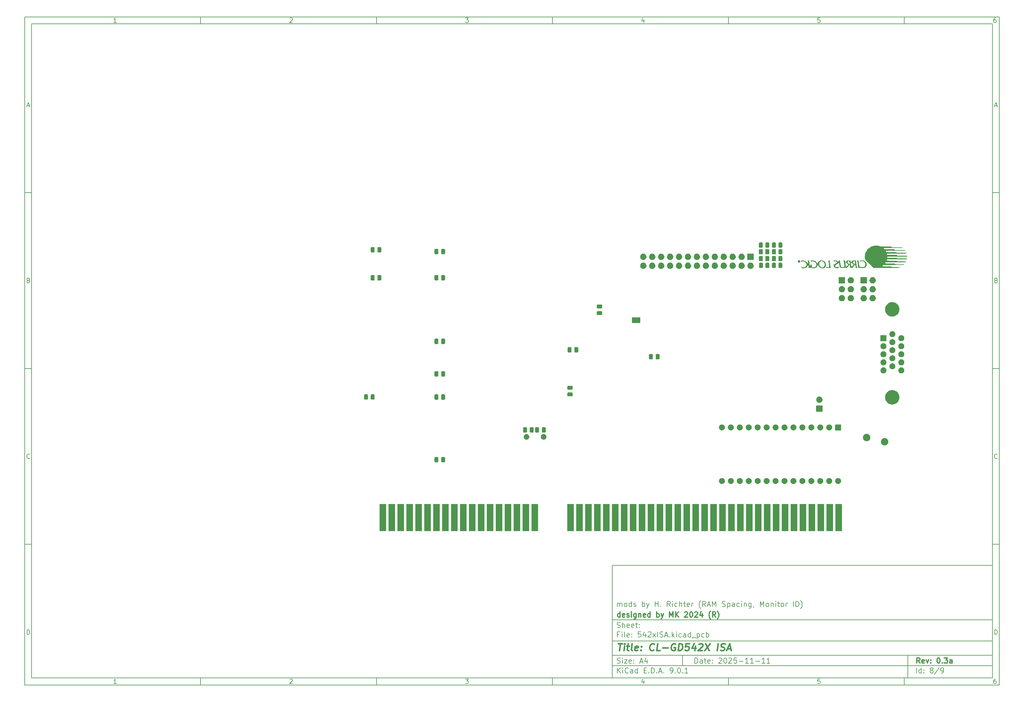
<source format=gbs>
%TF.GenerationSoftware,KiCad,Pcbnew,9.0.1*%
%TF.CreationDate,2025-11-11T13:16:59+01:00*%
%TF.ProjectId,542xISA,35343278-4953-4412-9e6b-696361645f70,0.3a*%
%TF.SameCoordinates,Original*%
%TF.FileFunction,Soldermask,Bot*%
%TF.FilePolarity,Negative*%
%FSLAX46Y46*%
G04 Gerber Fmt 4.6, Leading zero omitted, Abs format (unit mm)*
G04 Created by KiCad (PCBNEW 9.0.1) date 2025-11-11 13:16:59*
%MOMM*%
%LPD*%
G01*
G04 APERTURE LIST*
%ADD10C,0.100000*%
%ADD11C,0.150000*%
%ADD12C,0.300000*%
%ADD13C,0.400000*%
G04 APERTURE END LIST*
D10*
D11*
X177002200Y-166007200D02*
X285002200Y-166007200D01*
X285002200Y-198007200D01*
X177002200Y-198007200D01*
X177002200Y-166007200D01*
D10*
D11*
X10000000Y-10000000D02*
X287002200Y-10000000D01*
X287002200Y-200007200D01*
X10000000Y-200007200D01*
X10000000Y-10000000D01*
D10*
D11*
X12000000Y-12000000D02*
X285002200Y-12000000D01*
X285002200Y-198007200D01*
X12000000Y-198007200D01*
X12000000Y-12000000D01*
D10*
D11*
X60000000Y-12000000D02*
X60000000Y-10000000D01*
D10*
D11*
X110000000Y-12000000D02*
X110000000Y-10000000D01*
D10*
D11*
X160000000Y-12000000D02*
X160000000Y-10000000D01*
D10*
D11*
X210000000Y-12000000D02*
X210000000Y-10000000D01*
D10*
D11*
X260000000Y-12000000D02*
X260000000Y-10000000D01*
D10*
D11*
X36089160Y-11593604D02*
X35346303Y-11593604D01*
X35717731Y-11593604D02*
X35717731Y-10293604D01*
X35717731Y-10293604D02*
X35593922Y-10479319D01*
X35593922Y-10479319D02*
X35470112Y-10603128D01*
X35470112Y-10603128D02*
X35346303Y-10665033D01*
D10*
D11*
X85346303Y-10417414D02*
X85408207Y-10355509D01*
X85408207Y-10355509D02*
X85532017Y-10293604D01*
X85532017Y-10293604D02*
X85841541Y-10293604D01*
X85841541Y-10293604D02*
X85965350Y-10355509D01*
X85965350Y-10355509D02*
X86027255Y-10417414D01*
X86027255Y-10417414D02*
X86089160Y-10541223D01*
X86089160Y-10541223D02*
X86089160Y-10665033D01*
X86089160Y-10665033D02*
X86027255Y-10850747D01*
X86027255Y-10850747D02*
X85284398Y-11593604D01*
X85284398Y-11593604D02*
X86089160Y-11593604D01*
D10*
D11*
X135284398Y-10293604D02*
X136089160Y-10293604D01*
X136089160Y-10293604D02*
X135655826Y-10788842D01*
X135655826Y-10788842D02*
X135841541Y-10788842D01*
X135841541Y-10788842D02*
X135965350Y-10850747D01*
X135965350Y-10850747D02*
X136027255Y-10912652D01*
X136027255Y-10912652D02*
X136089160Y-11036461D01*
X136089160Y-11036461D02*
X136089160Y-11345985D01*
X136089160Y-11345985D02*
X136027255Y-11469795D01*
X136027255Y-11469795D02*
X135965350Y-11531700D01*
X135965350Y-11531700D02*
X135841541Y-11593604D01*
X135841541Y-11593604D02*
X135470112Y-11593604D01*
X135470112Y-11593604D02*
X135346303Y-11531700D01*
X135346303Y-11531700D02*
X135284398Y-11469795D01*
D10*
D11*
X185965350Y-10726938D02*
X185965350Y-11593604D01*
X185655826Y-10231700D02*
X185346303Y-11160271D01*
X185346303Y-11160271D02*
X186151064Y-11160271D01*
D10*
D11*
X236027255Y-10293604D02*
X235408207Y-10293604D01*
X235408207Y-10293604D02*
X235346303Y-10912652D01*
X235346303Y-10912652D02*
X235408207Y-10850747D01*
X235408207Y-10850747D02*
X235532017Y-10788842D01*
X235532017Y-10788842D02*
X235841541Y-10788842D01*
X235841541Y-10788842D02*
X235965350Y-10850747D01*
X235965350Y-10850747D02*
X236027255Y-10912652D01*
X236027255Y-10912652D02*
X236089160Y-11036461D01*
X236089160Y-11036461D02*
X236089160Y-11345985D01*
X236089160Y-11345985D02*
X236027255Y-11469795D01*
X236027255Y-11469795D02*
X235965350Y-11531700D01*
X235965350Y-11531700D02*
X235841541Y-11593604D01*
X235841541Y-11593604D02*
X235532017Y-11593604D01*
X235532017Y-11593604D02*
X235408207Y-11531700D01*
X235408207Y-11531700D02*
X235346303Y-11469795D01*
D10*
D11*
X285965350Y-10293604D02*
X285717731Y-10293604D01*
X285717731Y-10293604D02*
X285593922Y-10355509D01*
X285593922Y-10355509D02*
X285532017Y-10417414D01*
X285532017Y-10417414D02*
X285408207Y-10603128D01*
X285408207Y-10603128D02*
X285346303Y-10850747D01*
X285346303Y-10850747D02*
X285346303Y-11345985D01*
X285346303Y-11345985D02*
X285408207Y-11469795D01*
X285408207Y-11469795D02*
X285470112Y-11531700D01*
X285470112Y-11531700D02*
X285593922Y-11593604D01*
X285593922Y-11593604D02*
X285841541Y-11593604D01*
X285841541Y-11593604D02*
X285965350Y-11531700D01*
X285965350Y-11531700D02*
X286027255Y-11469795D01*
X286027255Y-11469795D02*
X286089160Y-11345985D01*
X286089160Y-11345985D02*
X286089160Y-11036461D01*
X286089160Y-11036461D02*
X286027255Y-10912652D01*
X286027255Y-10912652D02*
X285965350Y-10850747D01*
X285965350Y-10850747D02*
X285841541Y-10788842D01*
X285841541Y-10788842D02*
X285593922Y-10788842D01*
X285593922Y-10788842D02*
X285470112Y-10850747D01*
X285470112Y-10850747D02*
X285408207Y-10912652D01*
X285408207Y-10912652D02*
X285346303Y-11036461D01*
D10*
D11*
X60000000Y-198007200D02*
X60000000Y-200007200D01*
D10*
D11*
X110000000Y-198007200D02*
X110000000Y-200007200D01*
D10*
D11*
X160000000Y-198007200D02*
X160000000Y-200007200D01*
D10*
D11*
X210000000Y-198007200D02*
X210000000Y-200007200D01*
D10*
D11*
X260000000Y-198007200D02*
X260000000Y-200007200D01*
D10*
D11*
X36089160Y-199600804D02*
X35346303Y-199600804D01*
X35717731Y-199600804D02*
X35717731Y-198300804D01*
X35717731Y-198300804D02*
X35593922Y-198486519D01*
X35593922Y-198486519D02*
X35470112Y-198610328D01*
X35470112Y-198610328D02*
X35346303Y-198672233D01*
D10*
D11*
X85346303Y-198424614D02*
X85408207Y-198362709D01*
X85408207Y-198362709D02*
X85532017Y-198300804D01*
X85532017Y-198300804D02*
X85841541Y-198300804D01*
X85841541Y-198300804D02*
X85965350Y-198362709D01*
X85965350Y-198362709D02*
X86027255Y-198424614D01*
X86027255Y-198424614D02*
X86089160Y-198548423D01*
X86089160Y-198548423D02*
X86089160Y-198672233D01*
X86089160Y-198672233D02*
X86027255Y-198857947D01*
X86027255Y-198857947D02*
X85284398Y-199600804D01*
X85284398Y-199600804D02*
X86089160Y-199600804D01*
D10*
D11*
X135284398Y-198300804D02*
X136089160Y-198300804D01*
X136089160Y-198300804D02*
X135655826Y-198796042D01*
X135655826Y-198796042D02*
X135841541Y-198796042D01*
X135841541Y-198796042D02*
X135965350Y-198857947D01*
X135965350Y-198857947D02*
X136027255Y-198919852D01*
X136027255Y-198919852D02*
X136089160Y-199043661D01*
X136089160Y-199043661D02*
X136089160Y-199353185D01*
X136089160Y-199353185D02*
X136027255Y-199476995D01*
X136027255Y-199476995D02*
X135965350Y-199538900D01*
X135965350Y-199538900D02*
X135841541Y-199600804D01*
X135841541Y-199600804D02*
X135470112Y-199600804D01*
X135470112Y-199600804D02*
X135346303Y-199538900D01*
X135346303Y-199538900D02*
X135284398Y-199476995D01*
D10*
D11*
X185965350Y-198734138D02*
X185965350Y-199600804D01*
X185655826Y-198238900D02*
X185346303Y-199167471D01*
X185346303Y-199167471D02*
X186151064Y-199167471D01*
D10*
D11*
X236027255Y-198300804D02*
X235408207Y-198300804D01*
X235408207Y-198300804D02*
X235346303Y-198919852D01*
X235346303Y-198919852D02*
X235408207Y-198857947D01*
X235408207Y-198857947D02*
X235532017Y-198796042D01*
X235532017Y-198796042D02*
X235841541Y-198796042D01*
X235841541Y-198796042D02*
X235965350Y-198857947D01*
X235965350Y-198857947D02*
X236027255Y-198919852D01*
X236027255Y-198919852D02*
X236089160Y-199043661D01*
X236089160Y-199043661D02*
X236089160Y-199353185D01*
X236089160Y-199353185D02*
X236027255Y-199476995D01*
X236027255Y-199476995D02*
X235965350Y-199538900D01*
X235965350Y-199538900D02*
X235841541Y-199600804D01*
X235841541Y-199600804D02*
X235532017Y-199600804D01*
X235532017Y-199600804D02*
X235408207Y-199538900D01*
X235408207Y-199538900D02*
X235346303Y-199476995D01*
D10*
D11*
X285965350Y-198300804D02*
X285717731Y-198300804D01*
X285717731Y-198300804D02*
X285593922Y-198362709D01*
X285593922Y-198362709D02*
X285532017Y-198424614D01*
X285532017Y-198424614D02*
X285408207Y-198610328D01*
X285408207Y-198610328D02*
X285346303Y-198857947D01*
X285346303Y-198857947D02*
X285346303Y-199353185D01*
X285346303Y-199353185D02*
X285408207Y-199476995D01*
X285408207Y-199476995D02*
X285470112Y-199538900D01*
X285470112Y-199538900D02*
X285593922Y-199600804D01*
X285593922Y-199600804D02*
X285841541Y-199600804D01*
X285841541Y-199600804D02*
X285965350Y-199538900D01*
X285965350Y-199538900D02*
X286027255Y-199476995D01*
X286027255Y-199476995D02*
X286089160Y-199353185D01*
X286089160Y-199353185D02*
X286089160Y-199043661D01*
X286089160Y-199043661D02*
X286027255Y-198919852D01*
X286027255Y-198919852D02*
X285965350Y-198857947D01*
X285965350Y-198857947D02*
X285841541Y-198796042D01*
X285841541Y-198796042D02*
X285593922Y-198796042D01*
X285593922Y-198796042D02*
X285470112Y-198857947D01*
X285470112Y-198857947D02*
X285408207Y-198919852D01*
X285408207Y-198919852D02*
X285346303Y-199043661D01*
D10*
D11*
X10000000Y-60000000D02*
X12000000Y-60000000D01*
D10*
D11*
X10000000Y-110000000D02*
X12000000Y-110000000D01*
D10*
D11*
X10000000Y-160000000D02*
X12000000Y-160000000D01*
D10*
D11*
X10690476Y-35222176D02*
X11309523Y-35222176D01*
X10566666Y-35593604D02*
X10999999Y-34293604D01*
X10999999Y-34293604D02*
X11433333Y-35593604D01*
D10*
D11*
X11092857Y-84912652D02*
X11278571Y-84974557D01*
X11278571Y-84974557D02*
X11340476Y-85036461D01*
X11340476Y-85036461D02*
X11402380Y-85160271D01*
X11402380Y-85160271D02*
X11402380Y-85345985D01*
X11402380Y-85345985D02*
X11340476Y-85469795D01*
X11340476Y-85469795D02*
X11278571Y-85531700D01*
X11278571Y-85531700D02*
X11154761Y-85593604D01*
X11154761Y-85593604D02*
X10659523Y-85593604D01*
X10659523Y-85593604D02*
X10659523Y-84293604D01*
X10659523Y-84293604D02*
X11092857Y-84293604D01*
X11092857Y-84293604D02*
X11216666Y-84355509D01*
X11216666Y-84355509D02*
X11278571Y-84417414D01*
X11278571Y-84417414D02*
X11340476Y-84541223D01*
X11340476Y-84541223D02*
X11340476Y-84665033D01*
X11340476Y-84665033D02*
X11278571Y-84788842D01*
X11278571Y-84788842D02*
X11216666Y-84850747D01*
X11216666Y-84850747D02*
X11092857Y-84912652D01*
X11092857Y-84912652D02*
X10659523Y-84912652D01*
D10*
D11*
X11402380Y-135469795D02*
X11340476Y-135531700D01*
X11340476Y-135531700D02*
X11154761Y-135593604D01*
X11154761Y-135593604D02*
X11030952Y-135593604D01*
X11030952Y-135593604D02*
X10845238Y-135531700D01*
X10845238Y-135531700D02*
X10721428Y-135407890D01*
X10721428Y-135407890D02*
X10659523Y-135284080D01*
X10659523Y-135284080D02*
X10597619Y-135036461D01*
X10597619Y-135036461D02*
X10597619Y-134850747D01*
X10597619Y-134850747D02*
X10659523Y-134603128D01*
X10659523Y-134603128D02*
X10721428Y-134479319D01*
X10721428Y-134479319D02*
X10845238Y-134355509D01*
X10845238Y-134355509D02*
X11030952Y-134293604D01*
X11030952Y-134293604D02*
X11154761Y-134293604D01*
X11154761Y-134293604D02*
X11340476Y-134355509D01*
X11340476Y-134355509D02*
X11402380Y-134417414D01*
D10*
D11*
X10659523Y-185593604D02*
X10659523Y-184293604D01*
X10659523Y-184293604D02*
X10969047Y-184293604D01*
X10969047Y-184293604D02*
X11154761Y-184355509D01*
X11154761Y-184355509D02*
X11278571Y-184479319D01*
X11278571Y-184479319D02*
X11340476Y-184603128D01*
X11340476Y-184603128D02*
X11402380Y-184850747D01*
X11402380Y-184850747D02*
X11402380Y-185036461D01*
X11402380Y-185036461D02*
X11340476Y-185284080D01*
X11340476Y-185284080D02*
X11278571Y-185407890D01*
X11278571Y-185407890D02*
X11154761Y-185531700D01*
X11154761Y-185531700D02*
X10969047Y-185593604D01*
X10969047Y-185593604D02*
X10659523Y-185593604D01*
D10*
D11*
X287002200Y-60000000D02*
X285002200Y-60000000D01*
D10*
D11*
X287002200Y-110000000D02*
X285002200Y-110000000D01*
D10*
D11*
X287002200Y-160000000D02*
X285002200Y-160000000D01*
D10*
D11*
X285692676Y-35222176D02*
X286311723Y-35222176D01*
X285568866Y-35593604D02*
X286002199Y-34293604D01*
X286002199Y-34293604D02*
X286435533Y-35593604D01*
D10*
D11*
X286095057Y-84912652D02*
X286280771Y-84974557D01*
X286280771Y-84974557D02*
X286342676Y-85036461D01*
X286342676Y-85036461D02*
X286404580Y-85160271D01*
X286404580Y-85160271D02*
X286404580Y-85345985D01*
X286404580Y-85345985D02*
X286342676Y-85469795D01*
X286342676Y-85469795D02*
X286280771Y-85531700D01*
X286280771Y-85531700D02*
X286156961Y-85593604D01*
X286156961Y-85593604D02*
X285661723Y-85593604D01*
X285661723Y-85593604D02*
X285661723Y-84293604D01*
X285661723Y-84293604D02*
X286095057Y-84293604D01*
X286095057Y-84293604D02*
X286218866Y-84355509D01*
X286218866Y-84355509D02*
X286280771Y-84417414D01*
X286280771Y-84417414D02*
X286342676Y-84541223D01*
X286342676Y-84541223D02*
X286342676Y-84665033D01*
X286342676Y-84665033D02*
X286280771Y-84788842D01*
X286280771Y-84788842D02*
X286218866Y-84850747D01*
X286218866Y-84850747D02*
X286095057Y-84912652D01*
X286095057Y-84912652D02*
X285661723Y-84912652D01*
D10*
D11*
X286404580Y-135469795D02*
X286342676Y-135531700D01*
X286342676Y-135531700D02*
X286156961Y-135593604D01*
X286156961Y-135593604D02*
X286033152Y-135593604D01*
X286033152Y-135593604D02*
X285847438Y-135531700D01*
X285847438Y-135531700D02*
X285723628Y-135407890D01*
X285723628Y-135407890D02*
X285661723Y-135284080D01*
X285661723Y-135284080D02*
X285599819Y-135036461D01*
X285599819Y-135036461D02*
X285599819Y-134850747D01*
X285599819Y-134850747D02*
X285661723Y-134603128D01*
X285661723Y-134603128D02*
X285723628Y-134479319D01*
X285723628Y-134479319D02*
X285847438Y-134355509D01*
X285847438Y-134355509D02*
X286033152Y-134293604D01*
X286033152Y-134293604D02*
X286156961Y-134293604D01*
X286156961Y-134293604D02*
X286342676Y-134355509D01*
X286342676Y-134355509D02*
X286404580Y-134417414D01*
D10*
D11*
X285661723Y-185593604D02*
X285661723Y-184293604D01*
X285661723Y-184293604D02*
X285971247Y-184293604D01*
X285971247Y-184293604D02*
X286156961Y-184355509D01*
X286156961Y-184355509D02*
X286280771Y-184479319D01*
X286280771Y-184479319D02*
X286342676Y-184603128D01*
X286342676Y-184603128D02*
X286404580Y-184850747D01*
X286404580Y-184850747D02*
X286404580Y-185036461D01*
X286404580Y-185036461D02*
X286342676Y-185284080D01*
X286342676Y-185284080D02*
X286280771Y-185407890D01*
X286280771Y-185407890D02*
X286156961Y-185531700D01*
X286156961Y-185531700D02*
X285971247Y-185593604D01*
X285971247Y-185593604D02*
X285661723Y-185593604D01*
D10*
D11*
X200458026Y-193793328D02*
X200458026Y-192293328D01*
X200458026Y-192293328D02*
X200815169Y-192293328D01*
X200815169Y-192293328D02*
X201029455Y-192364757D01*
X201029455Y-192364757D02*
X201172312Y-192507614D01*
X201172312Y-192507614D02*
X201243741Y-192650471D01*
X201243741Y-192650471D02*
X201315169Y-192936185D01*
X201315169Y-192936185D02*
X201315169Y-193150471D01*
X201315169Y-193150471D02*
X201243741Y-193436185D01*
X201243741Y-193436185D02*
X201172312Y-193579042D01*
X201172312Y-193579042D02*
X201029455Y-193721900D01*
X201029455Y-193721900D02*
X200815169Y-193793328D01*
X200815169Y-193793328D02*
X200458026Y-193793328D01*
X202600884Y-193793328D02*
X202600884Y-193007614D01*
X202600884Y-193007614D02*
X202529455Y-192864757D01*
X202529455Y-192864757D02*
X202386598Y-192793328D01*
X202386598Y-192793328D02*
X202100884Y-192793328D01*
X202100884Y-192793328D02*
X201958026Y-192864757D01*
X202600884Y-193721900D02*
X202458026Y-193793328D01*
X202458026Y-193793328D02*
X202100884Y-193793328D01*
X202100884Y-193793328D02*
X201958026Y-193721900D01*
X201958026Y-193721900D02*
X201886598Y-193579042D01*
X201886598Y-193579042D02*
X201886598Y-193436185D01*
X201886598Y-193436185D02*
X201958026Y-193293328D01*
X201958026Y-193293328D02*
X202100884Y-193221900D01*
X202100884Y-193221900D02*
X202458026Y-193221900D01*
X202458026Y-193221900D02*
X202600884Y-193150471D01*
X203100884Y-192793328D02*
X203672312Y-192793328D01*
X203315169Y-192293328D02*
X203315169Y-193579042D01*
X203315169Y-193579042D02*
X203386598Y-193721900D01*
X203386598Y-193721900D02*
X203529455Y-193793328D01*
X203529455Y-193793328D02*
X203672312Y-193793328D01*
X204743741Y-193721900D02*
X204600884Y-193793328D01*
X204600884Y-193793328D02*
X204315170Y-193793328D01*
X204315170Y-193793328D02*
X204172312Y-193721900D01*
X204172312Y-193721900D02*
X204100884Y-193579042D01*
X204100884Y-193579042D02*
X204100884Y-193007614D01*
X204100884Y-193007614D02*
X204172312Y-192864757D01*
X204172312Y-192864757D02*
X204315170Y-192793328D01*
X204315170Y-192793328D02*
X204600884Y-192793328D01*
X204600884Y-192793328D02*
X204743741Y-192864757D01*
X204743741Y-192864757D02*
X204815170Y-193007614D01*
X204815170Y-193007614D02*
X204815170Y-193150471D01*
X204815170Y-193150471D02*
X204100884Y-193293328D01*
X205458026Y-193650471D02*
X205529455Y-193721900D01*
X205529455Y-193721900D02*
X205458026Y-193793328D01*
X205458026Y-193793328D02*
X205386598Y-193721900D01*
X205386598Y-193721900D02*
X205458026Y-193650471D01*
X205458026Y-193650471D02*
X205458026Y-193793328D01*
X205458026Y-192864757D02*
X205529455Y-192936185D01*
X205529455Y-192936185D02*
X205458026Y-193007614D01*
X205458026Y-193007614D02*
X205386598Y-192936185D01*
X205386598Y-192936185D02*
X205458026Y-192864757D01*
X205458026Y-192864757D02*
X205458026Y-193007614D01*
X207243741Y-192436185D02*
X207315169Y-192364757D01*
X207315169Y-192364757D02*
X207458027Y-192293328D01*
X207458027Y-192293328D02*
X207815169Y-192293328D01*
X207815169Y-192293328D02*
X207958027Y-192364757D01*
X207958027Y-192364757D02*
X208029455Y-192436185D01*
X208029455Y-192436185D02*
X208100884Y-192579042D01*
X208100884Y-192579042D02*
X208100884Y-192721900D01*
X208100884Y-192721900D02*
X208029455Y-192936185D01*
X208029455Y-192936185D02*
X207172312Y-193793328D01*
X207172312Y-193793328D02*
X208100884Y-193793328D01*
X209029455Y-192293328D02*
X209172312Y-192293328D01*
X209172312Y-192293328D02*
X209315169Y-192364757D01*
X209315169Y-192364757D02*
X209386598Y-192436185D01*
X209386598Y-192436185D02*
X209458026Y-192579042D01*
X209458026Y-192579042D02*
X209529455Y-192864757D01*
X209529455Y-192864757D02*
X209529455Y-193221900D01*
X209529455Y-193221900D02*
X209458026Y-193507614D01*
X209458026Y-193507614D02*
X209386598Y-193650471D01*
X209386598Y-193650471D02*
X209315169Y-193721900D01*
X209315169Y-193721900D02*
X209172312Y-193793328D01*
X209172312Y-193793328D02*
X209029455Y-193793328D01*
X209029455Y-193793328D02*
X208886598Y-193721900D01*
X208886598Y-193721900D02*
X208815169Y-193650471D01*
X208815169Y-193650471D02*
X208743740Y-193507614D01*
X208743740Y-193507614D02*
X208672312Y-193221900D01*
X208672312Y-193221900D02*
X208672312Y-192864757D01*
X208672312Y-192864757D02*
X208743740Y-192579042D01*
X208743740Y-192579042D02*
X208815169Y-192436185D01*
X208815169Y-192436185D02*
X208886598Y-192364757D01*
X208886598Y-192364757D02*
X209029455Y-192293328D01*
X210100883Y-192436185D02*
X210172311Y-192364757D01*
X210172311Y-192364757D02*
X210315169Y-192293328D01*
X210315169Y-192293328D02*
X210672311Y-192293328D01*
X210672311Y-192293328D02*
X210815169Y-192364757D01*
X210815169Y-192364757D02*
X210886597Y-192436185D01*
X210886597Y-192436185D02*
X210958026Y-192579042D01*
X210958026Y-192579042D02*
X210958026Y-192721900D01*
X210958026Y-192721900D02*
X210886597Y-192936185D01*
X210886597Y-192936185D02*
X210029454Y-193793328D01*
X210029454Y-193793328D02*
X210958026Y-193793328D01*
X212315168Y-192293328D02*
X211600882Y-192293328D01*
X211600882Y-192293328D02*
X211529454Y-193007614D01*
X211529454Y-193007614D02*
X211600882Y-192936185D01*
X211600882Y-192936185D02*
X211743740Y-192864757D01*
X211743740Y-192864757D02*
X212100882Y-192864757D01*
X212100882Y-192864757D02*
X212243740Y-192936185D01*
X212243740Y-192936185D02*
X212315168Y-193007614D01*
X212315168Y-193007614D02*
X212386597Y-193150471D01*
X212386597Y-193150471D02*
X212386597Y-193507614D01*
X212386597Y-193507614D02*
X212315168Y-193650471D01*
X212315168Y-193650471D02*
X212243740Y-193721900D01*
X212243740Y-193721900D02*
X212100882Y-193793328D01*
X212100882Y-193793328D02*
X211743740Y-193793328D01*
X211743740Y-193793328D02*
X211600882Y-193721900D01*
X211600882Y-193721900D02*
X211529454Y-193650471D01*
X213029453Y-193221900D02*
X214172311Y-193221900D01*
X215672311Y-193793328D02*
X214815168Y-193793328D01*
X215243739Y-193793328D02*
X215243739Y-192293328D01*
X215243739Y-192293328D02*
X215100882Y-192507614D01*
X215100882Y-192507614D02*
X214958025Y-192650471D01*
X214958025Y-192650471D02*
X214815168Y-192721900D01*
X217100882Y-193793328D02*
X216243739Y-193793328D01*
X216672310Y-193793328D02*
X216672310Y-192293328D01*
X216672310Y-192293328D02*
X216529453Y-192507614D01*
X216529453Y-192507614D02*
X216386596Y-192650471D01*
X216386596Y-192650471D02*
X216243739Y-192721900D01*
X217743738Y-193221900D02*
X218886596Y-193221900D01*
X220386596Y-193793328D02*
X219529453Y-193793328D01*
X219958024Y-193793328D02*
X219958024Y-192293328D01*
X219958024Y-192293328D02*
X219815167Y-192507614D01*
X219815167Y-192507614D02*
X219672310Y-192650471D01*
X219672310Y-192650471D02*
X219529453Y-192721900D01*
X221815167Y-193793328D02*
X220958024Y-193793328D01*
X221386595Y-193793328D02*
X221386595Y-192293328D01*
X221386595Y-192293328D02*
X221243738Y-192507614D01*
X221243738Y-192507614D02*
X221100881Y-192650471D01*
X221100881Y-192650471D02*
X220958024Y-192721900D01*
D10*
D11*
X177002200Y-194507200D02*
X285002200Y-194507200D01*
D10*
D11*
X178458026Y-196593328D02*
X178458026Y-195093328D01*
X179315169Y-196593328D02*
X178672312Y-195736185D01*
X179315169Y-195093328D02*
X178458026Y-195950471D01*
X179958026Y-196593328D02*
X179958026Y-195593328D01*
X179958026Y-195093328D02*
X179886598Y-195164757D01*
X179886598Y-195164757D02*
X179958026Y-195236185D01*
X179958026Y-195236185D02*
X180029455Y-195164757D01*
X180029455Y-195164757D02*
X179958026Y-195093328D01*
X179958026Y-195093328D02*
X179958026Y-195236185D01*
X181529455Y-196450471D02*
X181458027Y-196521900D01*
X181458027Y-196521900D02*
X181243741Y-196593328D01*
X181243741Y-196593328D02*
X181100884Y-196593328D01*
X181100884Y-196593328D02*
X180886598Y-196521900D01*
X180886598Y-196521900D02*
X180743741Y-196379042D01*
X180743741Y-196379042D02*
X180672312Y-196236185D01*
X180672312Y-196236185D02*
X180600884Y-195950471D01*
X180600884Y-195950471D02*
X180600884Y-195736185D01*
X180600884Y-195736185D02*
X180672312Y-195450471D01*
X180672312Y-195450471D02*
X180743741Y-195307614D01*
X180743741Y-195307614D02*
X180886598Y-195164757D01*
X180886598Y-195164757D02*
X181100884Y-195093328D01*
X181100884Y-195093328D02*
X181243741Y-195093328D01*
X181243741Y-195093328D02*
X181458027Y-195164757D01*
X181458027Y-195164757D02*
X181529455Y-195236185D01*
X182815170Y-196593328D02*
X182815170Y-195807614D01*
X182815170Y-195807614D02*
X182743741Y-195664757D01*
X182743741Y-195664757D02*
X182600884Y-195593328D01*
X182600884Y-195593328D02*
X182315170Y-195593328D01*
X182315170Y-195593328D02*
X182172312Y-195664757D01*
X182815170Y-196521900D02*
X182672312Y-196593328D01*
X182672312Y-196593328D02*
X182315170Y-196593328D01*
X182315170Y-196593328D02*
X182172312Y-196521900D01*
X182172312Y-196521900D02*
X182100884Y-196379042D01*
X182100884Y-196379042D02*
X182100884Y-196236185D01*
X182100884Y-196236185D02*
X182172312Y-196093328D01*
X182172312Y-196093328D02*
X182315170Y-196021900D01*
X182315170Y-196021900D02*
X182672312Y-196021900D01*
X182672312Y-196021900D02*
X182815170Y-195950471D01*
X184172313Y-196593328D02*
X184172313Y-195093328D01*
X184172313Y-196521900D02*
X184029455Y-196593328D01*
X184029455Y-196593328D02*
X183743741Y-196593328D01*
X183743741Y-196593328D02*
X183600884Y-196521900D01*
X183600884Y-196521900D02*
X183529455Y-196450471D01*
X183529455Y-196450471D02*
X183458027Y-196307614D01*
X183458027Y-196307614D02*
X183458027Y-195879042D01*
X183458027Y-195879042D02*
X183529455Y-195736185D01*
X183529455Y-195736185D02*
X183600884Y-195664757D01*
X183600884Y-195664757D02*
X183743741Y-195593328D01*
X183743741Y-195593328D02*
X184029455Y-195593328D01*
X184029455Y-195593328D02*
X184172313Y-195664757D01*
X186029455Y-195807614D02*
X186529455Y-195807614D01*
X186743741Y-196593328D02*
X186029455Y-196593328D01*
X186029455Y-196593328D02*
X186029455Y-195093328D01*
X186029455Y-195093328D02*
X186743741Y-195093328D01*
X187386598Y-196450471D02*
X187458027Y-196521900D01*
X187458027Y-196521900D02*
X187386598Y-196593328D01*
X187386598Y-196593328D02*
X187315170Y-196521900D01*
X187315170Y-196521900D02*
X187386598Y-196450471D01*
X187386598Y-196450471D02*
X187386598Y-196593328D01*
X188100884Y-196593328D02*
X188100884Y-195093328D01*
X188100884Y-195093328D02*
X188458027Y-195093328D01*
X188458027Y-195093328D02*
X188672313Y-195164757D01*
X188672313Y-195164757D02*
X188815170Y-195307614D01*
X188815170Y-195307614D02*
X188886599Y-195450471D01*
X188886599Y-195450471D02*
X188958027Y-195736185D01*
X188958027Y-195736185D02*
X188958027Y-195950471D01*
X188958027Y-195950471D02*
X188886599Y-196236185D01*
X188886599Y-196236185D02*
X188815170Y-196379042D01*
X188815170Y-196379042D02*
X188672313Y-196521900D01*
X188672313Y-196521900D02*
X188458027Y-196593328D01*
X188458027Y-196593328D02*
X188100884Y-196593328D01*
X189600884Y-196450471D02*
X189672313Y-196521900D01*
X189672313Y-196521900D02*
X189600884Y-196593328D01*
X189600884Y-196593328D02*
X189529456Y-196521900D01*
X189529456Y-196521900D02*
X189600884Y-196450471D01*
X189600884Y-196450471D02*
X189600884Y-196593328D01*
X190243742Y-196164757D02*
X190958028Y-196164757D01*
X190100885Y-196593328D02*
X190600885Y-195093328D01*
X190600885Y-195093328D02*
X191100885Y-196593328D01*
X191600884Y-196450471D02*
X191672313Y-196521900D01*
X191672313Y-196521900D02*
X191600884Y-196593328D01*
X191600884Y-196593328D02*
X191529456Y-196521900D01*
X191529456Y-196521900D02*
X191600884Y-196450471D01*
X191600884Y-196450471D02*
X191600884Y-196593328D01*
X193529456Y-196593328D02*
X193815170Y-196593328D01*
X193815170Y-196593328D02*
X193958027Y-196521900D01*
X193958027Y-196521900D02*
X194029456Y-196450471D01*
X194029456Y-196450471D02*
X194172313Y-196236185D01*
X194172313Y-196236185D02*
X194243742Y-195950471D01*
X194243742Y-195950471D02*
X194243742Y-195379042D01*
X194243742Y-195379042D02*
X194172313Y-195236185D01*
X194172313Y-195236185D02*
X194100885Y-195164757D01*
X194100885Y-195164757D02*
X193958027Y-195093328D01*
X193958027Y-195093328D02*
X193672313Y-195093328D01*
X193672313Y-195093328D02*
X193529456Y-195164757D01*
X193529456Y-195164757D02*
X193458027Y-195236185D01*
X193458027Y-195236185D02*
X193386599Y-195379042D01*
X193386599Y-195379042D02*
X193386599Y-195736185D01*
X193386599Y-195736185D02*
X193458027Y-195879042D01*
X193458027Y-195879042D02*
X193529456Y-195950471D01*
X193529456Y-195950471D02*
X193672313Y-196021900D01*
X193672313Y-196021900D02*
X193958027Y-196021900D01*
X193958027Y-196021900D02*
X194100885Y-195950471D01*
X194100885Y-195950471D02*
X194172313Y-195879042D01*
X194172313Y-195879042D02*
X194243742Y-195736185D01*
X194886598Y-196450471D02*
X194958027Y-196521900D01*
X194958027Y-196521900D02*
X194886598Y-196593328D01*
X194886598Y-196593328D02*
X194815170Y-196521900D01*
X194815170Y-196521900D02*
X194886598Y-196450471D01*
X194886598Y-196450471D02*
X194886598Y-196593328D01*
X195886599Y-195093328D02*
X196029456Y-195093328D01*
X196029456Y-195093328D02*
X196172313Y-195164757D01*
X196172313Y-195164757D02*
X196243742Y-195236185D01*
X196243742Y-195236185D02*
X196315170Y-195379042D01*
X196315170Y-195379042D02*
X196386599Y-195664757D01*
X196386599Y-195664757D02*
X196386599Y-196021900D01*
X196386599Y-196021900D02*
X196315170Y-196307614D01*
X196315170Y-196307614D02*
X196243742Y-196450471D01*
X196243742Y-196450471D02*
X196172313Y-196521900D01*
X196172313Y-196521900D02*
X196029456Y-196593328D01*
X196029456Y-196593328D02*
X195886599Y-196593328D01*
X195886599Y-196593328D02*
X195743742Y-196521900D01*
X195743742Y-196521900D02*
X195672313Y-196450471D01*
X195672313Y-196450471D02*
X195600884Y-196307614D01*
X195600884Y-196307614D02*
X195529456Y-196021900D01*
X195529456Y-196021900D02*
X195529456Y-195664757D01*
X195529456Y-195664757D02*
X195600884Y-195379042D01*
X195600884Y-195379042D02*
X195672313Y-195236185D01*
X195672313Y-195236185D02*
X195743742Y-195164757D01*
X195743742Y-195164757D02*
X195886599Y-195093328D01*
X197029455Y-196450471D02*
X197100884Y-196521900D01*
X197100884Y-196521900D02*
X197029455Y-196593328D01*
X197029455Y-196593328D02*
X196958027Y-196521900D01*
X196958027Y-196521900D02*
X197029455Y-196450471D01*
X197029455Y-196450471D02*
X197029455Y-196593328D01*
X198529456Y-196593328D02*
X197672313Y-196593328D01*
X198100884Y-196593328D02*
X198100884Y-195093328D01*
X198100884Y-195093328D02*
X197958027Y-195307614D01*
X197958027Y-195307614D02*
X197815170Y-195450471D01*
X197815170Y-195450471D02*
X197672313Y-195521900D01*
D10*
D11*
X177002200Y-191507200D02*
X285002200Y-191507200D01*
D10*
D12*
X264413853Y-193785528D02*
X263913853Y-193071242D01*
X263556710Y-193785528D02*
X263556710Y-192285528D01*
X263556710Y-192285528D02*
X264128139Y-192285528D01*
X264128139Y-192285528D02*
X264270996Y-192356957D01*
X264270996Y-192356957D02*
X264342425Y-192428385D01*
X264342425Y-192428385D02*
X264413853Y-192571242D01*
X264413853Y-192571242D02*
X264413853Y-192785528D01*
X264413853Y-192785528D02*
X264342425Y-192928385D01*
X264342425Y-192928385D02*
X264270996Y-192999814D01*
X264270996Y-192999814D02*
X264128139Y-193071242D01*
X264128139Y-193071242D02*
X263556710Y-193071242D01*
X265628139Y-193714100D02*
X265485282Y-193785528D01*
X265485282Y-193785528D02*
X265199568Y-193785528D01*
X265199568Y-193785528D02*
X265056710Y-193714100D01*
X265056710Y-193714100D02*
X264985282Y-193571242D01*
X264985282Y-193571242D02*
X264985282Y-192999814D01*
X264985282Y-192999814D02*
X265056710Y-192856957D01*
X265056710Y-192856957D02*
X265199568Y-192785528D01*
X265199568Y-192785528D02*
X265485282Y-192785528D01*
X265485282Y-192785528D02*
X265628139Y-192856957D01*
X265628139Y-192856957D02*
X265699568Y-192999814D01*
X265699568Y-192999814D02*
X265699568Y-193142671D01*
X265699568Y-193142671D02*
X264985282Y-193285528D01*
X266199567Y-192785528D02*
X266556710Y-193785528D01*
X266556710Y-193785528D02*
X266913853Y-192785528D01*
X267485281Y-193642671D02*
X267556710Y-193714100D01*
X267556710Y-193714100D02*
X267485281Y-193785528D01*
X267485281Y-193785528D02*
X267413853Y-193714100D01*
X267413853Y-193714100D02*
X267485281Y-193642671D01*
X267485281Y-193642671D02*
X267485281Y-193785528D01*
X267485281Y-192856957D02*
X267556710Y-192928385D01*
X267556710Y-192928385D02*
X267485281Y-192999814D01*
X267485281Y-192999814D02*
X267413853Y-192928385D01*
X267413853Y-192928385D02*
X267485281Y-192856957D01*
X267485281Y-192856957D02*
X267485281Y-192999814D01*
X269628139Y-192285528D02*
X269770996Y-192285528D01*
X269770996Y-192285528D02*
X269913853Y-192356957D01*
X269913853Y-192356957D02*
X269985282Y-192428385D01*
X269985282Y-192428385D02*
X270056710Y-192571242D01*
X270056710Y-192571242D02*
X270128139Y-192856957D01*
X270128139Y-192856957D02*
X270128139Y-193214100D01*
X270128139Y-193214100D02*
X270056710Y-193499814D01*
X270056710Y-193499814D02*
X269985282Y-193642671D01*
X269985282Y-193642671D02*
X269913853Y-193714100D01*
X269913853Y-193714100D02*
X269770996Y-193785528D01*
X269770996Y-193785528D02*
X269628139Y-193785528D01*
X269628139Y-193785528D02*
X269485282Y-193714100D01*
X269485282Y-193714100D02*
X269413853Y-193642671D01*
X269413853Y-193642671D02*
X269342424Y-193499814D01*
X269342424Y-193499814D02*
X269270996Y-193214100D01*
X269270996Y-193214100D02*
X269270996Y-192856957D01*
X269270996Y-192856957D02*
X269342424Y-192571242D01*
X269342424Y-192571242D02*
X269413853Y-192428385D01*
X269413853Y-192428385D02*
X269485282Y-192356957D01*
X269485282Y-192356957D02*
X269628139Y-192285528D01*
X270770995Y-193642671D02*
X270842424Y-193714100D01*
X270842424Y-193714100D02*
X270770995Y-193785528D01*
X270770995Y-193785528D02*
X270699567Y-193714100D01*
X270699567Y-193714100D02*
X270770995Y-193642671D01*
X270770995Y-193642671D02*
X270770995Y-193785528D01*
X271342424Y-192285528D02*
X272270996Y-192285528D01*
X272270996Y-192285528D02*
X271770996Y-192856957D01*
X271770996Y-192856957D02*
X271985281Y-192856957D01*
X271985281Y-192856957D02*
X272128139Y-192928385D01*
X272128139Y-192928385D02*
X272199567Y-192999814D01*
X272199567Y-192999814D02*
X272270996Y-193142671D01*
X272270996Y-193142671D02*
X272270996Y-193499814D01*
X272270996Y-193499814D02*
X272199567Y-193642671D01*
X272199567Y-193642671D02*
X272128139Y-193714100D01*
X272128139Y-193714100D02*
X271985281Y-193785528D01*
X271985281Y-193785528D02*
X271556710Y-193785528D01*
X271556710Y-193785528D02*
X271413853Y-193714100D01*
X271413853Y-193714100D02*
X271342424Y-193642671D01*
X273556710Y-193785528D02*
X273556710Y-192999814D01*
X273556710Y-192999814D02*
X273485281Y-192856957D01*
X273485281Y-192856957D02*
X273342424Y-192785528D01*
X273342424Y-192785528D02*
X273056710Y-192785528D01*
X273056710Y-192785528D02*
X272913852Y-192856957D01*
X273556710Y-193714100D02*
X273413852Y-193785528D01*
X273413852Y-193785528D02*
X273056710Y-193785528D01*
X273056710Y-193785528D02*
X272913852Y-193714100D01*
X272913852Y-193714100D02*
X272842424Y-193571242D01*
X272842424Y-193571242D02*
X272842424Y-193428385D01*
X272842424Y-193428385D02*
X272913852Y-193285528D01*
X272913852Y-193285528D02*
X273056710Y-193214100D01*
X273056710Y-193214100D02*
X273413852Y-193214100D01*
X273413852Y-193214100D02*
X273556710Y-193142671D01*
D10*
D11*
X178386598Y-193721900D02*
X178600884Y-193793328D01*
X178600884Y-193793328D02*
X178958026Y-193793328D01*
X178958026Y-193793328D02*
X179100884Y-193721900D01*
X179100884Y-193721900D02*
X179172312Y-193650471D01*
X179172312Y-193650471D02*
X179243741Y-193507614D01*
X179243741Y-193507614D02*
X179243741Y-193364757D01*
X179243741Y-193364757D02*
X179172312Y-193221900D01*
X179172312Y-193221900D02*
X179100884Y-193150471D01*
X179100884Y-193150471D02*
X178958026Y-193079042D01*
X178958026Y-193079042D02*
X178672312Y-193007614D01*
X178672312Y-193007614D02*
X178529455Y-192936185D01*
X178529455Y-192936185D02*
X178458026Y-192864757D01*
X178458026Y-192864757D02*
X178386598Y-192721900D01*
X178386598Y-192721900D02*
X178386598Y-192579042D01*
X178386598Y-192579042D02*
X178458026Y-192436185D01*
X178458026Y-192436185D02*
X178529455Y-192364757D01*
X178529455Y-192364757D02*
X178672312Y-192293328D01*
X178672312Y-192293328D02*
X179029455Y-192293328D01*
X179029455Y-192293328D02*
X179243741Y-192364757D01*
X179886597Y-193793328D02*
X179886597Y-192793328D01*
X179886597Y-192293328D02*
X179815169Y-192364757D01*
X179815169Y-192364757D02*
X179886597Y-192436185D01*
X179886597Y-192436185D02*
X179958026Y-192364757D01*
X179958026Y-192364757D02*
X179886597Y-192293328D01*
X179886597Y-192293328D02*
X179886597Y-192436185D01*
X180458026Y-192793328D02*
X181243741Y-192793328D01*
X181243741Y-192793328D02*
X180458026Y-193793328D01*
X180458026Y-193793328D02*
X181243741Y-193793328D01*
X182386598Y-193721900D02*
X182243741Y-193793328D01*
X182243741Y-193793328D02*
X181958027Y-193793328D01*
X181958027Y-193793328D02*
X181815169Y-193721900D01*
X181815169Y-193721900D02*
X181743741Y-193579042D01*
X181743741Y-193579042D02*
X181743741Y-193007614D01*
X181743741Y-193007614D02*
X181815169Y-192864757D01*
X181815169Y-192864757D02*
X181958027Y-192793328D01*
X181958027Y-192793328D02*
X182243741Y-192793328D01*
X182243741Y-192793328D02*
X182386598Y-192864757D01*
X182386598Y-192864757D02*
X182458027Y-193007614D01*
X182458027Y-193007614D02*
X182458027Y-193150471D01*
X182458027Y-193150471D02*
X181743741Y-193293328D01*
X183100883Y-193650471D02*
X183172312Y-193721900D01*
X183172312Y-193721900D02*
X183100883Y-193793328D01*
X183100883Y-193793328D02*
X183029455Y-193721900D01*
X183029455Y-193721900D02*
X183100883Y-193650471D01*
X183100883Y-193650471D02*
X183100883Y-193793328D01*
X183100883Y-192864757D02*
X183172312Y-192936185D01*
X183172312Y-192936185D02*
X183100883Y-193007614D01*
X183100883Y-193007614D02*
X183029455Y-192936185D01*
X183029455Y-192936185D02*
X183100883Y-192864757D01*
X183100883Y-192864757D02*
X183100883Y-193007614D01*
X184886598Y-193364757D02*
X185600884Y-193364757D01*
X184743741Y-193793328D02*
X185243741Y-192293328D01*
X185243741Y-192293328D02*
X185743741Y-193793328D01*
X186886598Y-192793328D02*
X186886598Y-193793328D01*
X186529455Y-192221900D02*
X186172312Y-193293328D01*
X186172312Y-193293328D02*
X187100883Y-193293328D01*
D10*
D11*
X263458026Y-196593328D02*
X263458026Y-195093328D01*
X264815170Y-196593328D02*
X264815170Y-195093328D01*
X264815170Y-196521900D02*
X264672312Y-196593328D01*
X264672312Y-196593328D02*
X264386598Y-196593328D01*
X264386598Y-196593328D02*
X264243741Y-196521900D01*
X264243741Y-196521900D02*
X264172312Y-196450471D01*
X264172312Y-196450471D02*
X264100884Y-196307614D01*
X264100884Y-196307614D02*
X264100884Y-195879042D01*
X264100884Y-195879042D02*
X264172312Y-195736185D01*
X264172312Y-195736185D02*
X264243741Y-195664757D01*
X264243741Y-195664757D02*
X264386598Y-195593328D01*
X264386598Y-195593328D02*
X264672312Y-195593328D01*
X264672312Y-195593328D02*
X264815170Y-195664757D01*
X265529455Y-196450471D02*
X265600884Y-196521900D01*
X265600884Y-196521900D02*
X265529455Y-196593328D01*
X265529455Y-196593328D02*
X265458027Y-196521900D01*
X265458027Y-196521900D02*
X265529455Y-196450471D01*
X265529455Y-196450471D02*
X265529455Y-196593328D01*
X265529455Y-195664757D02*
X265600884Y-195736185D01*
X265600884Y-195736185D02*
X265529455Y-195807614D01*
X265529455Y-195807614D02*
X265458027Y-195736185D01*
X265458027Y-195736185D02*
X265529455Y-195664757D01*
X265529455Y-195664757D02*
X265529455Y-195807614D01*
X267600884Y-195736185D02*
X267458027Y-195664757D01*
X267458027Y-195664757D02*
X267386598Y-195593328D01*
X267386598Y-195593328D02*
X267315170Y-195450471D01*
X267315170Y-195450471D02*
X267315170Y-195379042D01*
X267315170Y-195379042D02*
X267386598Y-195236185D01*
X267386598Y-195236185D02*
X267458027Y-195164757D01*
X267458027Y-195164757D02*
X267600884Y-195093328D01*
X267600884Y-195093328D02*
X267886598Y-195093328D01*
X267886598Y-195093328D02*
X268029456Y-195164757D01*
X268029456Y-195164757D02*
X268100884Y-195236185D01*
X268100884Y-195236185D02*
X268172313Y-195379042D01*
X268172313Y-195379042D02*
X268172313Y-195450471D01*
X268172313Y-195450471D02*
X268100884Y-195593328D01*
X268100884Y-195593328D02*
X268029456Y-195664757D01*
X268029456Y-195664757D02*
X267886598Y-195736185D01*
X267886598Y-195736185D02*
X267600884Y-195736185D01*
X267600884Y-195736185D02*
X267458027Y-195807614D01*
X267458027Y-195807614D02*
X267386598Y-195879042D01*
X267386598Y-195879042D02*
X267315170Y-196021900D01*
X267315170Y-196021900D02*
X267315170Y-196307614D01*
X267315170Y-196307614D02*
X267386598Y-196450471D01*
X267386598Y-196450471D02*
X267458027Y-196521900D01*
X267458027Y-196521900D02*
X267600884Y-196593328D01*
X267600884Y-196593328D02*
X267886598Y-196593328D01*
X267886598Y-196593328D02*
X268029456Y-196521900D01*
X268029456Y-196521900D02*
X268100884Y-196450471D01*
X268100884Y-196450471D02*
X268172313Y-196307614D01*
X268172313Y-196307614D02*
X268172313Y-196021900D01*
X268172313Y-196021900D02*
X268100884Y-195879042D01*
X268100884Y-195879042D02*
X268029456Y-195807614D01*
X268029456Y-195807614D02*
X267886598Y-195736185D01*
X269886598Y-195021900D02*
X268600884Y-196950471D01*
X270458027Y-196593328D02*
X270743741Y-196593328D01*
X270743741Y-196593328D02*
X270886598Y-196521900D01*
X270886598Y-196521900D02*
X270958027Y-196450471D01*
X270958027Y-196450471D02*
X271100884Y-196236185D01*
X271100884Y-196236185D02*
X271172313Y-195950471D01*
X271172313Y-195950471D02*
X271172313Y-195379042D01*
X271172313Y-195379042D02*
X271100884Y-195236185D01*
X271100884Y-195236185D02*
X271029456Y-195164757D01*
X271029456Y-195164757D02*
X270886598Y-195093328D01*
X270886598Y-195093328D02*
X270600884Y-195093328D01*
X270600884Y-195093328D02*
X270458027Y-195164757D01*
X270458027Y-195164757D02*
X270386598Y-195236185D01*
X270386598Y-195236185D02*
X270315170Y-195379042D01*
X270315170Y-195379042D02*
X270315170Y-195736185D01*
X270315170Y-195736185D02*
X270386598Y-195879042D01*
X270386598Y-195879042D02*
X270458027Y-195950471D01*
X270458027Y-195950471D02*
X270600884Y-196021900D01*
X270600884Y-196021900D02*
X270886598Y-196021900D01*
X270886598Y-196021900D02*
X271029456Y-195950471D01*
X271029456Y-195950471D02*
X271100884Y-195879042D01*
X271100884Y-195879042D02*
X271172313Y-195736185D01*
D10*
D11*
X177002200Y-187507200D02*
X285002200Y-187507200D01*
D10*
D13*
X178693928Y-188211638D02*
X179836785Y-188211638D01*
X179015357Y-190211638D02*
X179265357Y-188211638D01*
X180253452Y-190211638D02*
X180420119Y-188878304D01*
X180503452Y-188211638D02*
X180396309Y-188306876D01*
X180396309Y-188306876D02*
X180479643Y-188402114D01*
X180479643Y-188402114D02*
X180586786Y-188306876D01*
X180586786Y-188306876D02*
X180503452Y-188211638D01*
X180503452Y-188211638D02*
X180479643Y-188402114D01*
X181086786Y-188878304D02*
X181848690Y-188878304D01*
X181455833Y-188211638D02*
X181241548Y-189925923D01*
X181241548Y-189925923D02*
X181312976Y-190116400D01*
X181312976Y-190116400D02*
X181491548Y-190211638D01*
X181491548Y-190211638D02*
X181682024Y-190211638D01*
X182634405Y-190211638D02*
X182455833Y-190116400D01*
X182455833Y-190116400D02*
X182384405Y-189925923D01*
X182384405Y-189925923D02*
X182598690Y-188211638D01*
X184170119Y-190116400D02*
X183967738Y-190211638D01*
X183967738Y-190211638D02*
X183586785Y-190211638D01*
X183586785Y-190211638D02*
X183408214Y-190116400D01*
X183408214Y-190116400D02*
X183336785Y-189925923D01*
X183336785Y-189925923D02*
X183432024Y-189164019D01*
X183432024Y-189164019D02*
X183551071Y-188973542D01*
X183551071Y-188973542D02*
X183753452Y-188878304D01*
X183753452Y-188878304D02*
X184134404Y-188878304D01*
X184134404Y-188878304D02*
X184312976Y-188973542D01*
X184312976Y-188973542D02*
X184384404Y-189164019D01*
X184384404Y-189164019D02*
X184360595Y-189354495D01*
X184360595Y-189354495D02*
X183384404Y-189544971D01*
X185134405Y-190021161D02*
X185217738Y-190116400D01*
X185217738Y-190116400D02*
X185110595Y-190211638D01*
X185110595Y-190211638D02*
X185027262Y-190116400D01*
X185027262Y-190116400D02*
X185134405Y-190021161D01*
X185134405Y-190021161D02*
X185110595Y-190211638D01*
X185265357Y-188973542D02*
X185348690Y-189068780D01*
X185348690Y-189068780D02*
X185241548Y-189164019D01*
X185241548Y-189164019D02*
X185158214Y-189068780D01*
X185158214Y-189068780D02*
X185265357Y-188973542D01*
X185265357Y-188973542D02*
X185241548Y-189164019D01*
X188753453Y-190021161D02*
X188646310Y-190116400D01*
X188646310Y-190116400D02*
X188348691Y-190211638D01*
X188348691Y-190211638D02*
X188158215Y-190211638D01*
X188158215Y-190211638D02*
X187884405Y-190116400D01*
X187884405Y-190116400D02*
X187717739Y-189925923D01*
X187717739Y-189925923D02*
X187646310Y-189735447D01*
X187646310Y-189735447D02*
X187598691Y-189354495D01*
X187598691Y-189354495D02*
X187634405Y-189068780D01*
X187634405Y-189068780D02*
X187777262Y-188687828D01*
X187777262Y-188687828D02*
X187896310Y-188497352D01*
X187896310Y-188497352D02*
X188110596Y-188306876D01*
X188110596Y-188306876D02*
X188408215Y-188211638D01*
X188408215Y-188211638D02*
X188598691Y-188211638D01*
X188598691Y-188211638D02*
X188872501Y-188306876D01*
X188872501Y-188306876D02*
X188955834Y-188402114D01*
X190539167Y-190211638D02*
X189586786Y-190211638D01*
X189586786Y-190211638D02*
X189836786Y-188211638D01*
X191301072Y-189449733D02*
X192824882Y-189449733D01*
X194967739Y-188306876D02*
X194789167Y-188211638D01*
X194789167Y-188211638D02*
X194503453Y-188211638D01*
X194503453Y-188211638D02*
X194205834Y-188306876D01*
X194205834Y-188306876D02*
X193991548Y-188497352D01*
X193991548Y-188497352D02*
X193872500Y-188687828D01*
X193872500Y-188687828D02*
X193729643Y-189068780D01*
X193729643Y-189068780D02*
X193693929Y-189354495D01*
X193693929Y-189354495D02*
X193741548Y-189735447D01*
X193741548Y-189735447D02*
X193812977Y-189925923D01*
X193812977Y-189925923D02*
X193979643Y-190116400D01*
X193979643Y-190116400D02*
X194253453Y-190211638D01*
X194253453Y-190211638D02*
X194443929Y-190211638D01*
X194443929Y-190211638D02*
X194741548Y-190116400D01*
X194741548Y-190116400D02*
X194848691Y-190021161D01*
X194848691Y-190021161D02*
X194932024Y-189354495D01*
X194932024Y-189354495D02*
X194551072Y-189354495D01*
X195682024Y-190211638D02*
X195932024Y-188211638D01*
X195932024Y-188211638D02*
X196408215Y-188211638D01*
X196408215Y-188211638D02*
X196682024Y-188306876D01*
X196682024Y-188306876D02*
X196848691Y-188497352D01*
X196848691Y-188497352D02*
X196920119Y-188687828D01*
X196920119Y-188687828D02*
X196967739Y-189068780D01*
X196967739Y-189068780D02*
X196932024Y-189354495D01*
X196932024Y-189354495D02*
X196789167Y-189735447D01*
X196789167Y-189735447D02*
X196670119Y-189925923D01*
X196670119Y-189925923D02*
X196455834Y-190116400D01*
X196455834Y-190116400D02*
X196158215Y-190211638D01*
X196158215Y-190211638D02*
X195682024Y-190211638D01*
X198884405Y-188211638D02*
X197932024Y-188211638D01*
X197932024Y-188211638D02*
X197717739Y-189164019D01*
X197717739Y-189164019D02*
X197824881Y-189068780D01*
X197824881Y-189068780D02*
X198027262Y-188973542D01*
X198027262Y-188973542D02*
X198503453Y-188973542D01*
X198503453Y-188973542D02*
X198682024Y-189068780D01*
X198682024Y-189068780D02*
X198765358Y-189164019D01*
X198765358Y-189164019D02*
X198836786Y-189354495D01*
X198836786Y-189354495D02*
X198777262Y-189830685D01*
X198777262Y-189830685D02*
X198658215Y-190021161D01*
X198658215Y-190021161D02*
X198551072Y-190116400D01*
X198551072Y-190116400D02*
X198348691Y-190211638D01*
X198348691Y-190211638D02*
X197872500Y-190211638D01*
X197872500Y-190211638D02*
X197693929Y-190116400D01*
X197693929Y-190116400D02*
X197610596Y-190021161D01*
X200610596Y-188878304D02*
X200443929Y-190211638D01*
X200229643Y-188116400D02*
X199574881Y-189544971D01*
X199574881Y-189544971D02*
X200812977Y-189544971D01*
X201622501Y-188402114D02*
X201729643Y-188306876D01*
X201729643Y-188306876D02*
X201932024Y-188211638D01*
X201932024Y-188211638D02*
X202408215Y-188211638D01*
X202408215Y-188211638D02*
X202586786Y-188306876D01*
X202586786Y-188306876D02*
X202670120Y-188402114D01*
X202670120Y-188402114D02*
X202741548Y-188592590D01*
X202741548Y-188592590D02*
X202717739Y-188783066D01*
X202717739Y-188783066D02*
X202586786Y-189068780D01*
X202586786Y-189068780D02*
X201301072Y-190211638D01*
X201301072Y-190211638D02*
X202539167Y-190211638D01*
X203455834Y-188211638D02*
X204539167Y-190211638D01*
X204789167Y-188211638D02*
X203205834Y-190211638D01*
X206824882Y-190211638D02*
X207074882Y-188211638D01*
X207693930Y-190116400D02*
X207967739Y-190211638D01*
X207967739Y-190211638D02*
X208443930Y-190211638D01*
X208443930Y-190211638D02*
X208646311Y-190116400D01*
X208646311Y-190116400D02*
X208753454Y-190021161D01*
X208753454Y-190021161D02*
X208872501Y-189830685D01*
X208872501Y-189830685D02*
X208896311Y-189640209D01*
X208896311Y-189640209D02*
X208824882Y-189449733D01*
X208824882Y-189449733D02*
X208741549Y-189354495D01*
X208741549Y-189354495D02*
X208562978Y-189259257D01*
X208562978Y-189259257D02*
X208193930Y-189164019D01*
X208193930Y-189164019D02*
X208015358Y-189068780D01*
X208015358Y-189068780D02*
X207932025Y-188973542D01*
X207932025Y-188973542D02*
X207860597Y-188783066D01*
X207860597Y-188783066D02*
X207884406Y-188592590D01*
X207884406Y-188592590D02*
X208003454Y-188402114D01*
X208003454Y-188402114D02*
X208110597Y-188306876D01*
X208110597Y-188306876D02*
X208312978Y-188211638D01*
X208312978Y-188211638D02*
X208789168Y-188211638D01*
X208789168Y-188211638D02*
X209062978Y-188306876D01*
X209658216Y-189640209D02*
X210610597Y-189640209D01*
X209396311Y-190211638D02*
X210312978Y-188211638D01*
X210312978Y-188211638D02*
X210729644Y-190211638D01*
D10*
D11*
X178958026Y-185607614D02*
X178458026Y-185607614D01*
X178458026Y-186393328D02*
X178458026Y-184893328D01*
X178458026Y-184893328D02*
X179172312Y-184893328D01*
X179743740Y-186393328D02*
X179743740Y-185393328D01*
X179743740Y-184893328D02*
X179672312Y-184964757D01*
X179672312Y-184964757D02*
X179743740Y-185036185D01*
X179743740Y-185036185D02*
X179815169Y-184964757D01*
X179815169Y-184964757D02*
X179743740Y-184893328D01*
X179743740Y-184893328D02*
X179743740Y-185036185D01*
X180672312Y-186393328D02*
X180529455Y-186321900D01*
X180529455Y-186321900D02*
X180458026Y-186179042D01*
X180458026Y-186179042D02*
X180458026Y-184893328D01*
X181815169Y-186321900D02*
X181672312Y-186393328D01*
X181672312Y-186393328D02*
X181386598Y-186393328D01*
X181386598Y-186393328D02*
X181243740Y-186321900D01*
X181243740Y-186321900D02*
X181172312Y-186179042D01*
X181172312Y-186179042D02*
X181172312Y-185607614D01*
X181172312Y-185607614D02*
X181243740Y-185464757D01*
X181243740Y-185464757D02*
X181386598Y-185393328D01*
X181386598Y-185393328D02*
X181672312Y-185393328D01*
X181672312Y-185393328D02*
X181815169Y-185464757D01*
X181815169Y-185464757D02*
X181886598Y-185607614D01*
X181886598Y-185607614D02*
X181886598Y-185750471D01*
X181886598Y-185750471D02*
X181172312Y-185893328D01*
X182529454Y-186250471D02*
X182600883Y-186321900D01*
X182600883Y-186321900D02*
X182529454Y-186393328D01*
X182529454Y-186393328D02*
X182458026Y-186321900D01*
X182458026Y-186321900D02*
X182529454Y-186250471D01*
X182529454Y-186250471D02*
X182529454Y-186393328D01*
X182529454Y-185464757D02*
X182600883Y-185536185D01*
X182600883Y-185536185D02*
X182529454Y-185607614D01*
X182529454Y-185607614D02*
X182458026Y-185536185D01*
X182458026Y-185536185D02*
X182529454Y-185464757D01*
X182529454Y-185464757D02*
X182529454Y-185607614D01*
X185100883Y-184893328D02*
X184386597Y-184893328D01*
X184386597Y-184893328D02*
X184315169Y-185607614D01*
X184315169Y-185607614D02*
X184386597Y-185536185D01*
X184386597Y-185536185D02*
X184529455Y-185464757D01*
X184529455Y-185464757D02*
X184886597Y-185464757D01*
X184886597Y-185464757D02*
X185029455Y-185536185D01*
X185029455Y-185536185D02*
X185100883Y-185607614D01*
X185100883Y-185607614D02*
X185172312Y-185750471D01*
X185172312Y-185750471D02*
X185172312Y-186107614D01*
X185172312Y-186107614D02*
X185100883Y-186250471D01*
X185100883Y-186250471D02*
X185029455Y-186321900D01*
X185029455Y-186321900D02*
X184886597Y-186393328D01*
X184886597Y-186393328D02*
X184529455Y-186393328D01*
X184529455Y-186393328D02*
X184386597Y-186321900D01*
X184386597Y-186321900D02*
X184315169Y-186250471D01*
X186458026Y-185393328D02*
X186458026Y-186393328D01*
X186100883Y-184821900D02*
X185743740Y-185893328D01*
X185743740Y-185893328D02*
X186672311Y-185893328D01*
X187172311Y-185036185D02*
X187243739Y-184964757D01*
X187243739Y-184964757D02*
X187386597Y-184893328D01*
X187386597Y-184893328D02*
X187743739Y-184893328D01*
X187743739Y-184893328D02*
X187886597Y-184964757D01*
X187886597Y-184964757D02*
X187958025Y-185036185D01*
X187958025Y-185036185D02*
X188029454Y-185179042D01*
X188029454Y-185179042D02*
X188029454Y-185321900D01*
X188029454Y-185321900D02*
X187958025Y-185536185D01*
X187958025Y-185536185D02*
X187100882Y-186393328D01*
X187100882Y-186393328D02*
X188029454Y-186393328D01*
X188529453Y-186393328D02*
X189315168Y-185393328D01*
X188529453Y-185393328D02*
X189315168Y-186393328D01*
X189886596Y-186393328D02*
X189886596Y-184893328D01*
X190529454Y-186321900D02*
X190743740Y-186393328D01*
X190743740Y-186393328D02*
X191100882Y-186393328D01*
X191100882Y-186393328D02*
X191243740Y-186321900D01*
X191243740Y-186321900D02*
X191315168Y-186250471D01*
X191315168Y-186250471D02*
X191386597Y-186107614D01*
X191386597Y-186107614D02*
X191386597Y-185964757D01*
X191386597Y-185964757D02*
X191315168Y-185821900D01*
X191315168Y-185821900D02*
X191243740Y-185750471D01*
X191243740Y-185750471D02*
X191100882Y-185679042D01*
X191100882Y-185679042D02*
X190815168Y-185607614D01*
X190815168Y-185607614D02*
X190672311Y-185536185D01*
X190672311Y-185536185D02*
X190600882Y-185464757D01*
X190600882Y-185464757D02*
X190529454Y-185321900D01*
X190529454Y-185321900D02*
X190529454Y-185179042D01*
X190529454Y-185179042D02*
X190600882Y-185036185D01*
X190600882Y-185036185D02*
X190672311Y-184964757D01*
X190672311Y-184964757D02*
X190815168Y-184893328D01*
X190815168Y-184893328D02*
X191172311Y-184893328D01*
X191172311Y-184893328D02*
X191386597Y-184964757D01*
X191958025Y-185964757D02*
X192672311Y-185964757D01*
X191815168Y-186393328D02*
X192315168Y-184893328D01*
X192315168Y-184893328D02*
X192815168Y-186393328D01*
X193315167Y-186250471D02*
X193386596Y-186321900D01*
X193386596Y-186321900D02*
X193315167Y-186393328D01*
X193315167Y-186393328D02*
X193243739Y-186321900D01*
X193243739Y-186321900D02*
X193315167Y-186250471D01*
X193315167Y-186250471D02*
X193315167Y-186393328D01*
X194029453Y-186393328D02*
X194029453Y-184893328D01*
X194172311Y-185821900D02*
X194600882Y-186393328D01*
X194600882Y-185393328D02*
X194029453Y-185964757D01*
X195243739Y-186393328D02*
X195243739Y-185393328D01*
X195243739Y-184893328D02*
X195172311Y-184964757D01*
X195172311Y-184964757D02*
X195243739Y-185036185D01*
X195243739Y-185036185D02*
X195315168Y-184964757D01*
X195315168Y-184964757D02*
X195243739Y-184893328D01*
X195243739Y-184893328D02*
X195243739Y-185036185D01*
X196600883Y-186321900D02*
X196458025Y-186393328D01*
X196458025Y-186393328D02*
X196172311Y-186393328D01*
X196172311Y-186393328D02*
X196029454Y-186321900D01*
X196029454Y-186321900D02*
X195958025Y-186250471D01*
X195958025Y-186250471D02*
X195886597Y-186107614D01*
X195886597Y-186107614D02*
X195886597Y-185679042D01*
X195886597Y-185679042D02*
X195958025Y-185536185D01*
X195958025Y-185536185D02*
X196029454Y-185464757D01*
X196029454Y-185464757D02*
X196172311Y-185393328D01*
X196172311Y-185393328D02*
X196458025Y-185393328D01*
X196458025Y-185393328D02*
X196600883Y-185464757D01*
X197886597Y-186393328D02*
X197886597Y-185607614D01*
X197886597Y-185607614D02*
X197815168Y-185464757D01*
X197815168Y-185464757D02*
X197672311Y-185393328D01*
X197672311Y-185393328D02*
X197386597Y-185393328D01*
X197386597Y-185393328D02*
X197243739Y-185464757D01*
X197886597Y-186321900D02*
X197743739Y-186393328D01*
X197743739Y-186393328D02*
X197386597Y-186393328D01*
X197386597Y-186393328D02*
X197243739Y-186321900D01*
X197243739Y-186321900D02*
X197172311Y-186179042D01*
X197172311Y-186179042D02*
X197172311Y-186036185D01*
X197172311Y-186036185D02*
X197243739Y-185893328D01*
X197243739Y-185893328D02*
X197386597Y-185821900D01*
X197386597Y-185821900D02*
X197743739Y-185821900D01*
X197743739Y-185821900D02*
X197886597Y-185750471D01*
X199243740Y-186393328D02*
X199243740Y-184893328D01*
X199243740Y-186321900D02*
X199100882Y-186393328D01*
X199100882Y-186393328D02*
X198815168Y-186393328D01*
X198815168Y-186393328D02*
X198672311Y-186321900D01*
X198672311Y-186321900D02*
X198600882Y-186250471D01*
X198600882Y-186250471D02*
X198529454Y-186107614D01*
X198529454Y-186107614D02*
X198529454Y-185679042D01*
X198529454Y-185679042D02*
X198600882Y-185536185D01*
X198600882Y-185536185D02*
X198672311Y-185464757D01*
X198672311Y-185464757D02*
X198815168Y-185393328D01*
X198815168Y-185393328D02*
X199100882Y-185393328D01*
X199100882Y-185393328D02*
X199243740Y-185464757D01*
X199600883Y-186536185D02*
X200743740Y-186536185D01*
X201100882Y-185393328D02*
X201100882Y-186893328D01*
X201100882Y-185464757D02*
X201243740Y-185393328D01*
X201243740Y-185393328D02*
X201529454Y-185393328D01*
X201529454Y-185393328D02*
X201672311Y-185464757D01*
X201672311Y-185464757D02*
X201743740Y-185536185D01*
X201743740Y-185536185D02*
X201815168Y-185679042D01*
X201815168Y-185679042D02*
X201815168Y-186107614D01*
X201815168Y-186107614D02*
X201743740Y-186250471D01*
X201743740Y-186250471D02*
X201672311Y-186321900D01*
X201672311Y-186321900D02*
X201529454Y-186393328D01*
X201529454Y-186393328D02*
X201243740Y-186393328D01*
X201243740Y-186393328D02*
X201100882Y-186321900D01*
X203100883Y-186321900D02*
X202958025Y-186393328D01*
X202958025Y-186393328D02*
X202672311Y-186393328D01*
X202672311Y-186393328D02*
X202529454Y-186321900D01*
X202529454Y-186321900D02*
X202458025Y-186250471D01*
X202458025Y-186250471D02*
X202386597Y-186107614D01*
X202386597Y-186107614D02*
X202386597Y-185679042D01*
X202386597Y-185679042D02*
X202458025Y-185536185D01*
X202458025Y-185536185D02*
X202529454Y-185464757D01*
X202529454Y-185464757D02*
X202672311Y-185393328D01*
X202672311Y-185393328D02*
X202958025Y-185393328D01*
X202958025Y-185393328D02*
X203100883Y-185464757D01*
X203743739Y-186393328D02*
X203743739Y-184893328D01*
X203743739Y-185464757D02*
X203886597Y-185393328D01*
X203886597Y-185393328D02*
X204172311Y-185393328D01*
X204172311Y-185393328D02*
X204315168Y-185464757D01*
X204315168Y-185464757D02*
X204386597Y-185536185D01*
X204386597Y-185536185D02*
X204458025Y-185679042D01*
X204458025Y-185679042D02*
X204458025Y-186107614D01*
X204458025Y-186107614D02*
X204386597Y-186250471D01*
X204386597Y-186250471D02*
X204315168Y-186321900D01*
X204315168Y-186321900D02*
X204172311Y-186393328D01*
X204172311Y-186393328D02*
X203886597Y-186393328D01*
X203886597Y-186393328D02*
X203743739Y-186321900D01*
D10*
D11*
X177002200Y-181507200D02*
X285002200Y-181507200D01*
D10*
D11*
X178386598Y-183621900D02*
X178600884Y-183693328D01*
X178600884Y-183693328D02*
X178958026Y-183693328D01*
X178958026Y-183693328D02*
X179100884Y-183621900D01*
X179100884Y-183621900D02*
X179172312Y-183550471D01*
X179172312Y-183550471D02*
X179243741Y-183407614D01*
X179243741Y-183407614D02*
X179243741Y-183264757D01*
X179243741Y-183264757D02*
X179172312Y-183121900D01*
X179172312Y-183121900D02*
X179100884Y-183050471D01*
X179100884Y-183050471D02*
X178958026Y-182979042D01*
X178958026Y-182979042D02*
X178672312Y-182907614D01*
X178672312Y-182907614D02*
X178529455Y-182836185D01*
X178529455Y-182836185D02*
X178458026Y-182764757D01*
X178458026Y-182764757D02*
X178386598Y-182621900D01*
X178386598Y-182621900D02*
X178386598Y-182479042D01*
X178386598Y-182479042D02*
X178458026Y-182336185D01*
X178458026Y-182336185D02*
X178529455Y-182264757D01*
X178529455Y-182264757D02*
X178672312Y-182193328D01*
X178672312Y-182193328D02*
X179029455Y-182193328D01*
X179029455Y-182193328D02*
X179243741Y-182264757D01*
X179886597Y-183693328D02*
X179886597Y-182193328D01*
X180529455Y-183693328D02*
X180529455Y-182907614D01*
X180529455Y-182907614D02*
X180458026Y-182764757D01*
X180458026Y-182764757D02*
X180315169Y-182693328D01*
X180315169Y-182693328D02*
X180100883Y-182693328D01*
X180100883Y-182693328D02*
X179958026Y-182764757D01*
X179958026Y-182764757D02*
X179886597Y-182836185D01*
X181815169Y-183621900D02*
X181672312Y-183693328D01*
X181672312Y-183693328D02*
X181386598Y-183693328D01*
X181386598Y-183693328D02*
X181243740Y-183621900D01*
X181243740Y-183621900D02*
X181172312Y-183479042D01*
X181172312Y-183479042D02*
X181172312Y-182907614D01*
X181172312Y-182907614D02*
X181243740Y-182764757D01*
X181243740Y-182764757D02*
X181386598Y-182693328D01*
X181386598Y-182693328D02*
X181672312Y-182693328D01*
X181672312Y-182693328D02*
X181815169Y-182764757D01*
X181815169Y-182764757D02*
X181886598Y-182907614D01*
X181886598Y-182907614D02*
X181886598Y-183050471D01*
X181886598Y-183050471D02*
X181172312Y-183193328D01*
X183100883Y-183621900D02*
X182958026Y-183693328D01*
X182958026Y-183693328D02*
X182672312Y-183693328D01*
X182672312Y-183693328D02*
X182529454Y-183621900D01*
X182529454Y-183621900D02*
X182458026Y-183479042D01*
X182458026Y-183479042D02*
X182458026Y-182907614D01*
X182458026Y-182907614D02*
X182529454Y-182764757D01*
X182529454Y-182764757D02*
X182672312Y-182693328D01*
X182672312Y-182693328D02*
X182958026Y-182693328D01*
X182958026Y-182693328D02*
X183100883Y-182764757D01*
X183100883Y-182764757D02*
X183172312Y-182907614D01*
X183172312Y-182907614D02*
X183172312Y-183050471D01*
X183172312Y-183050471D02*
X182458026Y-183193328D01*
X183600883Y-182693328D02*
X184172311Y-182693328D01*
X183815168Y-182193328D02*
X183815168Y-183479042D01*
X183815168Y-183479042D02*
X183886597Y-183621900D01*
X183886597Y-183621900D02*
X184029454Y-183693328D01*
X184029454Y-183693328D02*
X184172311Y-183693328D01*
X184672311Y-183550471D02*
X184743740Y-183621900D01*
X184743740Y-183621900D02*
X184672311Y-183693328D01*
X184672311Y-183693328D02*
X184600883Y-183621900D01*
X184600883Y-183621900D02*
X184672311Y-183550471D01*
X184672311Y-183550471D02*
X184672311Y-183693328D01*
X184672311Y-182764757D02*
X184743740Y-182836185D01*
X184743740Y-182836185D02*
X184672311Y-182907614D01*
X184672311Y-182907614D02*
X184600883Y-182836185D01*
X184600883Y-182836185D02*
X184672311Y-182764757D01*
X184672311Y-182764757D02*
X184672311Y-182907614D01*
D10*
D12*
X179199568Y-180685528D02*
X179199568Y-179185528D01*
X179199568Y-180614100D02*
X179056710Y-180685528D01*
X179056710Y-180685528D02*
X178770996Y-180685528D01*
X178770996Y-180685528D02*
X178628139Y-180614100D01*
X178628139Y-180614100D02*
X178556710Y-180542671D01*
X178556710Y-180542671D02*
X178485282Y-180399814D01*
X178485282Y-180399814D02*
X178485282Y-179971242D01*
X178485282Y-179971242D02*
X178556710Y-179828385D01*
X178556710Y-179828385D02*
X178628139Y-179756957D01*
X178628139Y-179756957D02*
X178770996Y-179685528D01*
X178770996Y-179685528D02*
X179056710Y-179685528D01*
X179056710Y-179685528D02*
X179199568Y-179756957D01*
X180485282Y-180614100D02*
X180342425Y-180685528D01*
X180342425Y-180685528D02*
X180056711Y-180685528D01*
X180056711Y-180685528D02*
X179913853Y-180614100D01*
X179913853Y-180614100D02*
X179842425Y-180471242D01*
X179842425Y-180471242D02*
X179842425Y-179899814D01*
X179842425Y-179899814D02*
X179913853Y-179756957D01*
X179913853Y-179756957D02*
X180056711Y-179685528D01*
X180056711Y-179685528D02*
X180342425Y-179685528D01*
X180342425Y-179685528D02*
X180485282Y-179756957D01*
X180485282Y-179756957D02*
X180556711Y-179899814D01*
X180556711Y-179899814D02*
X180556711Y-180042671D01*
X180556711Y-180042671D02*
X179842425Y-180185528D01*
X181128139Y-180614100D02*
X181270996Y-180685528D01*
X181270996Y-180685528D02*
X181556710Y-180685528D01*
X181556710Y-180685528D02*
X181699567Y-180614100D01*
X181699567Y-180614100D02*
X181770996Y-180471242D01*
X181770996Y-180471242D02*
X181770996Y-180399814D01*
X181770996Y-180399814D02*
X181699567Y-180256957D01*
X181699567Y-180256957D02*
X181556710Y-180185528D01*
X181556710Y-180185528D02*
X181342425Y-180185528D01*
X181342425Y-180185528D02*
X181199567Y-180114100D01*
X181199567Y-180114100D02*
X181128139Y-179971242D01*
X181128139Y-179971242D02*
X181128139Y-179899814D01*
X181128139Y-179899814D02*
X181199567Y-179756957D01*
X181199567Y-179756957D02*
X181342425Y-179685528D01*
X181342425Y-179685528D02*
X181556710Y-179685528D01*
X181556710Y-179685528D02*
X181699567Y-179756957D01*
X182413853Y-180685528D02*
X182413853Y-179685528D01*
X182413853Y-179185528D02*
X182342425Y-179256957D01*
X182342425Y-179256957D02*
X182413853Y-179328385D01*
X182413853Y-179328385D02*
X182485282Y-179256957D01*
X182485282Y-179256957D02*
X182413853Y-179185528D01*
X182413853Y-179185528D02*
X182413853Y-179328385D01*
X183770997Y-179685528D02*
X183770997Y-180899814D01*
X183770997Y-180899814D02*
X183699568Y-181042671D01*
X183699568Y-181042671D02*
X183628139Y-181114100D01*
X183628139Y-181114100D02*
X183485282Y-181185528D01*
X183485282Y-181185528D02*
X183270997Y-181185528D01*
X183270997Y-181185528D02*
X183128139Y-181114100D01*
X183770997Y-180614100D02*
X183628139Y-180685528D01*
X183628139Y-180685528D02*
X183342425Y-180685528D01*
X183342425Y-180685528D02*
X183199568Y-180614100D01*
X183199568Y-180614100D02*
X183128139Y-180542671D01*
X183128139Y-180542671D02*
X183056711Y-180399814D01*
X183056711Y-180399814D02*
X183056711Y-179971242D01*
X183056711Y-179971242D02*
X183128139Y-179828385D01*
X183128139Y-179828385D02*
X183199568Y-179756957D01*
X183199568Y-179756957D02*
X183342425Y-179685528D01*
X183342425Y-179685528D02*
X183628139Y-179685528D01*
X183628139Y-179685528D02*
X183770997Y-179756957D01*
X184485282Y-179685528D02*
X184485282Y-180685528D01*
X184485282Y-179828385D02*
X184556711Y-179756957D01*
X184556711Y-179756957D02*
X184699568Y-179685528D01*
X184699568Y-179685528D02*
X184913854Y-179685528D01*
X184913854Y-179685528D02*
X185056711Y-179756957D01*
X185056711Y-179756957D02*
X185128140Y-179899814D01*
X185128140Y-179899814D02*
X185128140Y-180685528D01*
X186413854Y-180614100D02*
X186270997Y-180685528D01*
X186270997Y-180685528D02*
X185985283Y-180685528D01*
X185985283Y-180685528D02*
X185842425Y-180614100D01*
X185842425Y-180614100D02*
X185770997Y-180471242D01*
X185770997Y-180471242D02*
X185770997Y-179899814D01*
X185770997Y-179899814D02*
X185842425Y-179756957D01*
X185842425Y-179756957D02*
X185985283Y-179685528D01*
X185985283Y-179685528D02*
X186270997Y-179685528D01*
X186270997Y-179685528D02*
X186413854Y-179756957D01*
X186413854Y-179756957D02*
X186485283Y-179899814D01*
X186485283Y-179899814D02*
X186485283Y-180042671D01*
X186485283Y-180042671D02*
X185770997Y-180185528D01*
X187770997Y-180685528D02*
X187770997Y-179185528D01*
X187770997Y-180614100D02*
X187628139Y-180685528D01*
X187628139Y-180685528D02*
X187342425Y-180685528D01*
X187342425Y-180685528D02*
X187199568Y-180614100D01*
X187199568Y-180614100D02*
X187128139Y-180542671D01*
X187128139Y-180542671D02*
X187056711Y-180399814D01*
X187056711Y-180399814D02*
X187056711Y-179971242D01*
X187056711Y-179971242D02*
X187128139Y-179828385D01*
X187128139Y-179828385D02*
X187199568Y-179756957D01*
X187199568Y-179756957D02*
X187342425Y-179685528D01*
X187342425Y-179685528D02*
X187628139Y-179685528D01*
X187628139Y-179685528D02*
X187770997Y-179756957D01*
X189628139Y-180685528D02*
X189628139Y-179185528D01*
X189628139Y-179756957D02*
X189770997Y-179685528D01*
X189770997Y-179685528D02*
X190056711Y-179685528D01*
X190056711Y-179685528D02*
X190199568Y-179756957D01*
X190199568Y-179756957D02*
X190270997Y-179828385D01*
X190270997Y-179828385D02*
X190342425Y-179971242D01*
X190342425Y-179971242D02*
X190342425Y-180399814D01*
X190342425Y-180399814D02*
X190270997Y-180542671D01*
X190270997Y-180542671D02*
X190199568Y-180614100D01*
X190199568Y-180614100D02*
X190056711Y-180685528D01*
X190056711Y-180685528D02*
X189770997Y-180685528D01*
X189770997Y-180685528D02*
X189628139Y-180614100D01*
X190842425Y-179685528D02*
X191199568Y-180685528D01*
X191556711Y-179685528D02*
X191199568Y-180685528D01*
X191199568Y-180685528D02*
X191056711Y-181042671D01*
X191056711Y-181042671D02*
X190985282Y-181114100D01*
X190985282Y-181114100D02*
X190842425Y-181185528D01*
X193270996Y-180685528D02*
X193270996Y-179185528D01*
X193270996Y-179185528D02*
X193770996Y-180256957D01*
X193770996Y-180256957D02*
X194270996Y-179185528D01*
X194270996Y-179185528D02*
X194270996Y-180685528D01*
X194985282Y-180685528D02*
X194985282Y-179185528D01*
X195842425Y-180685528D02*
X195199568Y-179828385D01*
X195842425Y-179185528D02*
X194985282Y-180042671D01*
X197556711Y-179328385D02*
X197628139Y-179256957D01*
X197628139Y-179256957D02*
X197770997Y-179185528D01*
X197770997Y-179185528D02*
X198128139Y-179185528D01*
X198128139Y-179185528D02*
X198270997Y-179256957D01*
X198270997Y-179256957D02*
X198342425Y-179328385D01*
X198342425Y-179328385D02*
X198413854Y-179471242D01*
X198413854Y-179471242D02*
X198413854Y-179614100D01*
X198413854Y-179614100D02*
X198342425Y-179828385D01*
X198342425Y-179828385D02*
X197485282Y-180685528D01*
X197485282Y-180685528D02*
X198413854Y-180685528D01*
X199342425Y-179185528D02*
X199485282Y-179185528D01*
X199485282Y-179185528D02*
X199628139Y-179256957D01*
X199628139Y-179256957D02*
X199699568Y-179328385D01*
X199699568Y-179328385D02*
X199770996Y-179471242D01*
X199770996Y-179471242D02*
X199842425Y-179756957D01*
X199842425Y-179756957D02*
X199842425Y-180114100D01*
X199842425Y-180114100D02*
X199770996Y-180399814D01*
X199770996Y-180399814D02*
X199699568Y-180542671D01*
X199699568Y-180542671D02*
X199628139Y-180614100D01*
X199628139Y-180614100D02*
X199485282Y-180685528D01*
X199485282Y-180685528D02*
X199342425Y-180685528D01*
X199342425Y-180685528D02*
X199199568Y-180614100D01*
X199199568Y-180614100D02*
X199128139Y-180542671D01*
X199128139Y-180542671D02*
X199056710Y-180399814D01*
X199056710Y-180399814D02*
X198985282Y-180114100D01*
X198985282Y-180114100D02*
X198985282Y-179756957D01*
X198985282Y-179756957D02*
X199056710Y-179471242D01*
X199056710Y-179471242D02*
X199128139Y-179328385D01*
X199128139Y-179328385D02*
X199199568Y-179256957D01*
X199199568Y-179256957D02*
X199342425Y-179185528D01*
X200413853Y-179328385D02*
X200485281Y-179256957D01*
X200485281Y-179256957D02*
X200628139Y-179185528D01*
X200628139Y-179185528D02*
X200985281Y-179185528D01*
X200985281Y-179185528D02*
X201128139Y-179256957D01*
X201128139Y-179256957D02*
X201199567Y-179328385D01*
X201199567Y-179328385D02*
X201270996Y-179471242D01*
X201270996Y-179471242D02*
X201270996Y-179614100D01*
X201270996Y-179614100D02*
X201199567Y-179828385D01*
X201199567Y-179828385D02*
X200342424Y-180685528D01*
X200342424Y-180685528D02*
X201270996Y-180685528D01*
X202556710Y-179685528D02*
X202556710Y-180685528D01*
X202199567Y-179114100D02*
X201842424Y-180185528D01*
X201842424Y-180185528D02*
X202770995Y-180185528D01*
X204913852Y-181256957D02*
X204842423Y-181185528D01*
X204842423Y-181185528D02*
X204699566Y-180971242D01*
X204699566Y-180971242D02*
X204628138Y-180828385D01*
X204628138Y-180828385D02*
X204556709Y-180614100D01*
X204556709Y-180614100D02*
X204485280Y-180256957D01*
X204485280Y-180256957D02*
X204485280Y-179971242D01*
X204485280Y-179971242D02*
X204556709Y-179614100D01*
X204556709Y-179614100D02*
X204628138Y-179399814D01*
X204628138Y-179399814D02*
X204699566Y-179256957D01*
X204699566Y-179256957D02*
X204842423Y-179042671D01*
X204842423Y-179042671D02*
X204913852Y-178971242D01*
X206342423Y-180685528D02*
X205842423Y-179971242D01*
X205485280Y-180685528D02*
X205485280Y-179185528D01*
X205485280Y-179185528D02*
X206056709Y-179185528D01*
X206056709Y-179185528D02*
X206199566Y-179256957D01*
X206199566Y-179256957D02*
X206270995Y-179328385D01*
X206270995Y-179328385D02*
X206342423Y-179471242D01*
X206342423Y-179471242D02*
X206342423Y-179685528D01*
X206342423Y-179685528D02*
X206270995Y-179828385D01*
X206270995Y-179828385D02*
X206199566Y-179899814D01*
X206199566Y-179899814D02*
X206056709Y-179971242D01*
X206056709Y-179971242D02*
X205485280Y-179971242D01*
X206842423Y-181256957D02*
X206913852Y-181185528D01*
X206913852Y-181185528D02*
X207056709Y-180971242D01*
X207056709Y-180971242D02*
X207128138Y-180828385D01*
X207128138Y-180828385D02*
X207199566Y-180614100D01*
X207199566Y-180614100D02*
X207270995Y-180256957D01*
X207270995Y-180256957D02*
X207270995Y-179971242D01*
X207270995Y-179971242D02*
X207199566Y-179614100D01*
X207199566Y-179614100D02*
X207128138Y-179399814D01*
X207128138Y-179399814D02*
X207056709Y-179256957D01*
X207056709Y-179256957D02*
X206913852Y-179042671D01*
X206913852Y-179042671D02*
X206842423Y-178971242D01*
D10*
D11*
X178458026Y-177693328D02*
X178458026Y-176693328D01*
X178458026Y-176836185D02*
X178529455Y-176764757D01*
X178529455Y-176764757D02*
X178672312Y-176693328D01*
X178672312Y-176693328D02*
X178886598Y-176693328D01*
X178886598Y-176693328D02*
X179029455Y-176764757D01*
X179029455Y-176764757D02*
X179100884Y-176907614D01*
X179100884Y-176907614D02*
X179100884Y-177693328D01*
X179100884Y-176907614D02*
X179172312Y-176764757D01*
X179172312Y-176764757D02*
X179315169Y-176693328D01*
X179315169Y-176693328D02*
X179529455Y-176693328D01*
X179529455Y-176693328D02*
X179672312Y-176764757D01*
X179672312Y-176764757D02*
X179743741Y-176907614D01*
X179743741Y-176907614D02*
X179743741Y-177693328D01*
X180672312Y-177693328D02*
X180529455Y-177621900D01*
X180529455Y-177621900D02*
X180458026Y-177550471D01*
X180458026Y-177550471D02*
X180386598Y-177407614D01*
X180386598Y-177407614D02*
X180386598Y-176979042D01*
X180386598Y-176979042D02*
X180458026Y-176836185D01*
X180458026Y-176836185D02*
X180529455Y-176764757D01*
X180529455Y-176764757D02*
X180672312Y-176693328D01*
X180672312Y-176693328D02*
X180886598Y-176693328D01*
X180886598Y-176693328D02*
X181029455Y-176764757D01*
X181029455Y-176764757D02*
X181100884Y-176836185D01*
X181100884Y-176836185D02*
X181172312Y-176979042D01*
X181172312Y-176979042D02*
X181172312Y-177407614D01*
X181172312Y-177407614D02*
X181100884Y-177550471D01*
X181100884Y-177550471D02*
X181029455Y-177621900D01*
X181029455Y-177621900D02*
X180886598Y-177693328D01*
X180886598Y-177693328D02*
X180672312Y-177693328D01*
X182458027Y-177693328D02*
X182458027Y-176193328D01*
X182458027Y-177621900D02*
X182315169Y-177693328D01*
X182315169Y-177693328D02*
X182029455Y-177693328D01*
X182029455Y-177693328D02*
X181886598Y-177621900D01*
X181886598Y-177621900D02*
X181815169Y-177550471D01*
X181815169Y-177550471D02*
X181743741Y-177407614D01*
X181743741Y-177407614D02*
X181743741Y-176979042D01*
X181743741Y-176979042D02*
X181815169Y-176836185D01*
X181815169Y-176836185D02*
X181886598Y-176764757D01*
X181886598Y-176764757D02*
X182029455Y-176693328D01*
X182029455Y-176693328D02*
X182315169Y-176693328D01*
X182315169Y-176693328D02*
X182458027Y-176764757D01*
X183100884Y-177621900D02*
X183243741Y-177693328D01*
X183243741Y-177693328D02*
X183529455Y-177693328D01*
X183529455Y-177693328D02*
X183672312Y-177621900D01*
X183672312Y-177621900D02*
X183743741Y-177479042D01*
X183743741Y-177479042D02*
X183743741Y-177407614D01*
X183743741Y-177407614D02*
X183672312Y-177264757D01*
X183672312Y-177264757D02*
X183529455Y-177193328D01*
X183529455Y-177193328D02*
X183315170Y-177193328D01*
X183315170Y-177193328D02*
X183172312Y-177121900D01*
X183172312Y-177121900D02*
X183100884Y-176979042D01*
X183100884Y-176979042D02*
X183100884Y-176907614D01*
X183100884Y-176907614D02*
X183172312Y-176764757D01*
X183172312Y-176764757D02*
X183315170Y-176693328D01*
X183315170Y-176693328D02*
X183529455Y-176693328D01*
X183529455Y-176693328D02*
X183672312Y-176764757D01*
X185529455Y-177693328D02*
X185529455Y-176193328D01*
X185529455Y-176764757D02*
X185672313Y-176693328D01*
X185672313Y-176693328D02*
X185958027Y-176693328D01*
X185958027Y-176693328D02*
X186100884Y-176764757D01*
X186100884Y-176764757D02*
X186172313Y-176836185D01*
X186172313Y-176836185D02*
X186243741Y-176979042D01*
X186243741Y-176979042D02*
X186243741Y-177407614D01*
X186243741Y-177407614D02*
X186172313Y-177550471D01*
X186172313Y-177550471D02*
X186100884Y-177621900D01*
X186100884Y-177621900D02*
X185958027Y-177693328D01*
X185958027Y-177693328D02*
X185672313Y-177693328D01*
X185672313Y-177693328D02*
X185529455Y-177621900D01*
X186743741Y-176693328D02*
X187100884Y-177693328D01*
X187458027Y-176693328D02*
X187100884Y-177693328D01*
X187100884Y-177693328D02*
X186958027Y-178050471D01*
X186958027Y-178050471D02*
X186886598Y-178121900D01*
X186886598Y-178121900D02*
X186743741Y-178193328D01*
X189172312Y-177693328D02*
X189172312Y-176193328D01*
X189172312Y-176907614D02*
X190029455Y-176907614D01*
X190029455Y-177693328D02*
X190029455Y-176193328D01*
X190743741Y-177550471D02*
X190815170Y-177621900D01*
X190815170Y-177621900D02*
X190743741Y-177693328D01*
X190743741Y-177693328D02*
X190672313Y-177621900D01*
X190672313Y-177621900D02*
X190743741Y-177550471D01*
X190743741Y-177550471D02*
X190743741Y-177693328D01*
X193458027Y-177693328D02*
X192958027Y-176979042D01*
X192600884Y-177693328D02*
X192600884Y-176193328D01*
X192600884Y-176193328D02*
X193172313Y-176193328D01*
X193172313Y-176193328D02*
X193315170Y-176264757D01*
X193315170Y-176264757D02*
X193386599Y-176336185D01*
X193386599Y-176336185D02*
X193458027Y-176479042D01*
X193458027Y-176479042D02*
X193458027Y-176693328D01*
X193458027Y-176693328D02*
X193386599Y-176836185D01*
X193386599Y-176836185D02*
X193315170Y-176907614D01*
X193315170Y-176907614D02*
X193172313Y-176979042D01*
X193172313Y-176979042D02*
X192600884Y-176979042D01*
X194100884Y-177693328D02*
X194100884Y-176693328D01*
X194100884Y-176193328D02*
X194029456Y-176264757D01*
X194029456Y-176264757D02*
X194100884Y-176336185D01*
X194100884Y-176336185D02*
X194172313Y-176264757D01*
X194172313Y-176264757D02*
X194100884Y-176193328D01*
X194100884Y-176193328D02*
X194100884Y-176336185D01*
X195458028Y-177621900D02*
X195315170Y-177693328D01*
X195315170Y-177693328D02*
X195029456Y-177693328D01*
X195029456Y-177693328D02*
X194886599Y-177621900D01*
X194886599Y-177621900D02*
X194815170Y-177550471D01*
X194815170Y-177550471D02*
X194743742Y-177407614D01*
X194743742Y-177407614D02*
X194743742Y-176979042D01*
X194743742Y-176979042D02*
X194815170Y-176836185D01*
X194815170Y-176836185D02*
X194886599Y-176764757D01*
X194886599Y-176764757D02*
X195029456Y-176693328D01*
X195029456Y-176693328D02*
X195315170Y-176693328D01*
X195315170Y-176693328D02*
X195458028Y-176764757D01*
X196100884Y-177693328D02*
X196100884Y-176193328D01*
X196743742Y-177693328D02*
X196743742Y-176907614D01*
X196743742Y-176907614D02*
X196672313Y-176764757D01*
X196672313Y-176764757D02*
X196529456Y-176693328D01*
X196529456Y-176693328D02*
X196315170Y-176693328D01*
X196315170Y-176693328D02*
X196172313Y-176764757D01*
X196172313Y-176764757D02*
X196100884Y-176836185D01*
X197243742Y-176693328D02*
X197815170Y-176693328D01*
X197458027Y-176193328D02*
X197458027Y-177479042D01*
X197458027Y-177479042D02*
X197529456Y-177621900D01*
X197529456Y-177621900D02*
X197672313Y-177693328D01*
X197672313Y-177693328D02*
X197815170Y-177693328D01*
X198886599Y-177621900D02*
X198743742Y-177693328D01*
X198743742Y-177693328D02*
X198458028Y-177693328D01*
X198458028Y-177693328D02*
X198315170Y-177621900D01*
X198315170Y-177621900D02*
X198243742Y-177479042D01*
X198243742Y-177479042D02*
X198243742Y-176907614D01*
X198243742Y-176907614D02*
X198315170Y-176764757D01*
X198315170Y-176764757D02*
X198458028Y-176693328D01*
X198458028Y-176693328D02*
X198743742Y-176693328D01*
X198743742Y-176693328D02*
X198886599Y-176764757D01*
X198886599Y-176764757D02*
X198958028Y-176907614D01*
X198958028Y-176907614D02*
X198958028Y-177050471D01*
X198958028Y-177050471D02*
X198243742Y-177193328D01*
X199600884Y-177693328D02*
X199600884Y-176693328D01*
X199600884Y-176979042D02*
X199672313Y-176836185D01*
X199672313Y-176836185D02*
X199743742Y-176764757D01*
X199743742Y-176764757D02*
X199886599Y-176693328D01*
X199886599Y-176693328D02*
X200029456Y-176693328D01*
X202100884Y-178264757D02*
X202029455Y-178193328D01*
X202029455Y-178193328D02*
X201886598Y-177979042D01*
X201886598Y-177979042D02*
X201815170Y-177836185D01*
X201815170Y-177836185D02*
X201743741Y-177621900D01*
X201743741Y-177621900D02*
X201672312Y-177264757D01*
X201672312Y-177264757D02*
X201672312Y-176979042D01*
X201672312Y-176979042D02*
X201743741Y-176621900D01*
X201743741Y-176621900D02*
X201815170Y-176407614D01*
X201815170Y-176407614D02*
X201886598Y-176264757D01*
X201886598Y-176264757D02*
X202029455Y-176050471D01*
X202029455Y-176050471D02*
X202100884Y-175979042D01*
X203529455Y-177693328D02*
X203029455Y-176979042D01*
X202672312Y-177693328D02*
X202672312Y-176193328D01*
X202672312Y-176193328D02*
X203243741Y-176193328D01*
X203243741Y-176193328D02*
X203386598Y-176264757D01*
X203386598Y-176264757D02*
X203458027Y-176336185D01*
X203458027Y-176336185D02*
X203529455Y-176479042D01*
X203529455Y-176479042D02*
X203529455Y-176693328D01*
X203529455Y-176693328D02*
X203458027Y-176836185D01*
X203458027Y-176836185D02*
X203386598Y-176907614D01*
X203386598Y-176907614D02*
X203243741Y-176979042D01*
X203243741Y-176979042D02*
X202672312Y-176979042D01*
X204100884Y-177264757D02*
X204815170Y-177264757D01*
X203958027Y-177693328D02*
X204458027Y-176193328D01*
X204458027Y-176193328D02*
X204958027Y-177693328D01*
X205458026Y-177693328D02*
X205458026Y-176193328D01*
X205458026Y-176193328D02*
X205958026Y-177264757D01*
X205958026Y-177264757D02*
X206458026Y-176193328D01*
X206458026Y-176193328D02*
X206458026Y-177693328D01*
X208243741Y-177621900D02*
X208458027Y-177693328D01*
X208458027Y-177693328D02*
X208815169Y-177693328D01*
X208815169Y-177693328D02*
X208958027Y-177621900D01*
X208958027Y-177621900D02*
X209029455Y-177550471D01*
X209029455Y-177550471D02*
X209100884Y-177407614D01*
X209100884Y-177407614D02*
X209100884Y-177264757D01*
X209100884Y-177264757D02*
X209029455Y-177121900D01*
X209029455Y-177121900D02*
X208958027Y-177050471D01*
X208958027Y-177050471D02*
X208815169Y-176979042D01*
X208815169Y-176979042D02*
X208529455Y-176907614D01*
X208529455Y-176907614D02*
X208386598Y-176836185D01*
X208386598Y-176836185D02*
X208315169Y-176764757D01*
X208315169Y-176764757D02*
X208243741Y-176621900D01*
X208243741Y-176621900D02*
X208243741Y-176479042D01*
X208243741Y-176479042D02*
X208315169Y-176336185D01*
X208315169Y-176336185D02*
X208386598Y-176264757D01*
X208386598Y-176264757D02*
X208529455Y-176193328D01*
X208529455Y-176193328D02*
X208886598Y-176193328D01*
X208886598Y-176193328D02*
X209100884Y-176264757D01*
X209743740Y-176693328D02*
X209743740Y-178193328D01*
X209743740Y-176764757D02*
X209886598Y-176693328D01*
X209886598Y-176693328D02*
X210172312Y-176693328D01*
X210172312Y-176693328D02*
X210315169Y-176764757D01*
X210315169Y-176764757D02*
X210386598Y-176836185D01*
X210386598Y-176836185D02*
X210458026Y-176979042D01*
X210458026Y-176979042D02*
X210458026Y-177407614D01*
X210458026Y-177407614D02*
X210386598Y-177550471D01*
X210386598Y-177550471D02*
X210315169Y-177621900D01*
X210315169Y-177621900D02*
X210172312Y-177693328D01*
X210172312Y-177693328D02*
X209886598Y-177693328D01*
X209886598Y-177693328D02*
X209743740Y-177621900D01*
X211743741Y-177693328D02*
X211743741Y-176907614D01*
X211743741Y-176907614D02*
X211672312Y-176764757D01*
X211672312Y-176764757D02*
X211529455Y-176693328D01*
X211529455Y-176693328D02*
X211243741Y-176693328D01*
X211243741Y-176693328D02*
X211100883Y-176764757D01*
X211743741Y-177621900D02*
X211600883Y-177693328D01*
X211600883Y-177693328D02*
X211243741Y-177693328D01*
X211243741Y-177693328D02*
X211100883Y-177621900D01*
X211100883Y-177621900D02*
X211029455Y-177479042D01*
X211029455Y-177479042D02*
X211029455Y-177336185D01*
X211029455Y-177336185D02*
X211100883Y-177193328D01*
X211100883Y-177193328D02*
X211243741Y-177121900D01*
X211243741Y-177121900D02*
X211600883Y-177121900D01*
X211600883Y-177121900D02*
X211743741Y-177050471D01*
X213100884Y-177621900D02*
X212958026Y-177693328D01*
X212958026Y-177693328D02*
X212672312Y-177693328D01*
X212672312Y-177693328D02*
X212529455Y-177621900D01*
X212529455Y-177621900D02*
X212458026Y-177550471D01*
X212458026Y-177550471D02*
X212386598Y-177407614D01*
X212386598Y-177407614D02*
X212386598Y-176979042D01*
X212386598Y-176979042D02*
X212458026Y-176836185D01*
X212458026Y-176836185D02*
X212529455Y-176764757D01*
X212529455Y-176764757D02*
X212672312Y-176693328D01*
X212672312Y-176693328D02*
X212958026Y-176693328D01*
X212958026Y-176693328D02*
X213100884Y-176764757D01*
X213743740Y-177693328D02*
X213743740Y-176693328D01*
X213743740Y-176193328D02*
X213672312Y-176264757D01*
X213672312Y-176264757D02*
X213743740Y-176336185D01*
X213743740Y-176336185D02*
X213815169Y-176264757D01*
X213815169Y-176264757D02*
X213743740Y-176193328D01*
X213743740Y-176193328D02*
X213743740Y-176336185D01*
X214458026Y-176693328D02*
X214458026Y-177693328D01*
X214458026Y-176836185D02*
X214529455Y-176764757D01*
X214529455Y-176764757D02*
X214672312Y-176693328D01*
X214672312Y-176693328D02*
X214886598Y-176693328D01*
X214886598Y-176693328D02*
X215029455Y-176764757D01*
X215029455Y-176764757D02*
X215100884Y-176907614D01*
X215100884Y-176907614D02*
X215100884Y-177693328D01*
X216458027Y-176693328D02*
X216458027Y-177907614D01*
X216458027Y-177907614D02*
X216386598Y-178050471D01*
X216386598Y-178050471D02*
X216315169Y-178121900D01*
X216315169Y-178121900D02*
X216172312Y-178193328D01*
X216172312Y-178193328D02*
X215958027Y-178193328D01*
X215958027Y-178193328D02*
X215815169Y-178121900D01*
X216458027Y-177621900D02*
X216315169Y-177693328D01*
X216315169Y-177693328D02*
X216029455Y-177693328D01*
X216029455Y-177693328D02*
X215886598Y-177621900D01*
X215886598Y-177621900D02*
X215815169Y-177550471D01*
X215815169Y-177550471D02*
X215743741Y-177407614D01*
X215743741Y-177407614D02*
X215743741Y-176979042D01*
X215743741Y-176979042D02*
X215815169Y-176836185D01*
X215815169Y-176836185D02*
X215886598Y-176764757D01*
X215886598Y-176764757D02*
X216029455Y-176693328D01*
X216029455Y-176693328D02*
X216315169Y-176693328D01*
X216315169Y-176693328D02*
X216458027Y-176764757D01*
X217243741Y-177621900D02*
X217243741Y-177693328D01*
X217243741Y-177693328D02*
X217172312Y-177836185D01*
X217172312Y-177836185D02*
X217100884Y-177907614D01*
X219029455Y-177693328D02*
X219029455Y-176193328D01*
X219029455Y-176193328D02*
X219529455Y-177264757D01*
X219529455Y-177264757D02*
X220029455Y-176193328D01*
X220029455Y-176193328D02*
X220029455Y-177693328D01*
X220958027Y-177693328D02*
X220815170Y-177621900D01*
X220815170Y-177621900D02*
X220743741Y-177550471D01*
X220743741Y-177550471D02*
X220672313Y-177407614D01*
X220672313Y-177407614D02*
X220672313Y-176979042D01*
X220672313Y-176979042D02*
X220743741Y-176836185D01*
X220743741Y-176836185D02*
X220815170Y-176764757D01*
X220815170Y-176764757D02*
X220958027Y-176693328D01*
X220958027Y-176693328D02*
X221172313Y-176693328D01*
X221172313Y-176693328D02*
X221315170Y-176764757D01*
X221315170Y-176764757D02*
X221386599Y-176836185D01*
X221386599Y-176836185D02*
X221458027Y-176979042D01*
X221458027Y-176979042D02*
X221458027Y-177407614D01*
X221458027Y-177407614D02*
X221386599Y-177550471D01*
X221386599Y-177550471D02*
X221315170Y-177621900D01*
X221315170Y-177621900D02*
X221172313Y-177693328D01*
X221172313Y-177693328D02*
X220958027Y-177693328D01*
X222100884Y-176693328D02*
X222100884Y-177693328D01*
X222100884Y-176836185D02*
X222172313Y-176764757D01*
X222172313Y-176764757D02*
X222315170Y-176693328D01*
X222315170Y-176693328D02*
X222529456Y-176693328D01*
X222529456Y-176693328D02*
X222672313Y-176764757D01*
X222672313Y-176764757D02*
X222743742Y-176907614D01*
X222743742Y-176907614D02*
X222743742Y-177693328D01*
X223458027Y-177693328D02*
X223458027Y-176693328D01*
X223458027Y-176193328D02*
X223386599Y-176264757D01*
X223386599Y-176264757D02*
X223458027Y-176336185D01*
X223458027Y-176336185D02*
X223529456Y-176264757D01*
X223529456Y-176264757D02*
X223458027Y-176193328D01*
X223458027Y-176193328D02*
X223458027Y-176336185D01*
X223958028Y-176693328D02*
X224529456Y-176693328D01*
X224172313Y-176193328D02*
X224172313Y-177479042D01*
X224172313Y-177479042D02*
X224243742Y-177621900D01*
X224243742Y-177621900D02*
X224386599Y-177693328D01*
X224386599Y-177693328D02*
X224529456Y-177693328D01*
X225243742Y-177693328D02*
X225100885Y-177621900D01*
X225100885Y-177621900D02*
X225029456Y-177550471D01*
X225029456Y-177550471D02*
X224958028Y-177407614D01*
X224958028Y-177407614D02*
X224958028Y-176979042D01*
X224958028Y-176979042D02*
X225029456Y-176836185D01*
X225029456Y-176836185D02*
X225100885Y-176764757D01*
X225100885Y-176764757D02*
X225243742Y-176693328D01*
X225243742Y-176693328D02*
X225458028Y-176693328D01*
X225458028Y-176693328D02*
X225600885Y-176764757D01*
X225600885Y-176764757D02*
X225672314Y-176836185D01*
X225672314Y-176836185D02*
X225743742Y-176979042D01*
X225743742Y-176979042D02*
X225743742Y-177407614D01*
X225743742Y-177407614D02*
X225672314Y-177550471D01*
X225672314Y-177550471D02*
X225600885Y-177621900D01*
X225600885Y-177621900D02*
X225458028Y-177693328D01*
X225458028Y-177693328D02*
X225243742Y-177693328D01*
X226386599Y-177693328D02*
X226386599Y-176693328D01*
X226386599Y-176979042D02*
X226458028Y-176836185D01*
X226458028Y-176836185D02*
X226529457Y-176764757D01*
X226529457Y-176764757D02*
X226672314Y-176693328D01*
X226672314Y-176693328D02*
X226815171Y-176693328D01*
X228458027Y-177693328D02*
X228458027Y-176193328D01*
X229172313Y-177693328D02*
X229172313Y-176193328D01*
X229172313Y-176193328D02*
X229529456Y-176193328D01*
X229529456Y-176193328D02*
X229743742Y-176264757D01*
X229743742Y-176264757D02*
X229886599Y-176407614D01*
X229886599Y-176407614D02*
X229958028Y-176550471D01*
X229958028Y-176550471D02*
X230029456Y-176836185D01*
X230029456Y-176836185D02*
X230029456Y-177050471D01*
X230029456Y-177050471D02*
X229958028Y-177336185D01*
X229958028Y-177336185D02*
X229886599Y-177479042D01*
X229886599Y-177479042D02*
X229743742Y-177621900D01*
X229743742Y-177621900D02*
X229529456Y-177693328D01*
X229529456Y-177693328D02*
X229172313Y-177693328D01*
X230529456Y-178264757D02*
X230600885Y-178193328D01*
X230600885Y-178193328D02*
X230743742Y-177979042D01*
X230743742Y-177979042D02*
X230815171Y-177836185D01*
X230815171Y-177836185D02*
X230886599Y-177621900D01*
X230886599Y-177621900D02*
X230958028Y-177264757D01*
X230958028Y-177264757D02*
X230958028Y-176979042D01*
X230958028Y-176979042D02*
X230886599Y-176621900D01*
X230886599Y-176621900D02*
X230815171Y-176407614D01*
X230815171Y-176407614D02*
X230743742Y-176264757D01*
X230743742Y-176264757D02*
X230600885Y-176050471D01*
X230600885Y-176050471D02*
X230529456Y-175979042D01*
D10*
D11*
X197002200Y-191507200D02*
X197002200Y-194507200D01*
D10*
D11*
X261002200Y-191507200D02*
X261002200Y-198007200D01*
G36*
X112733017Y-148542882D02*
G01*
X112749562Y-148553938D01*
X112760618Y-148570483D01*
X112764500Y-148590000D01*
X112764500Y-156210000D01*
X112760618Y-156229517D01*
X112749562Y-156246062D01*
X112733017Y-156257118D01*
X112713500Y-156261000D01*
X110933500Y-156261000D01*
X110913983Y-156257118D01*
X110897438Y-156246062D01*
X110886382Y-156229517D01*
X110882500Y-156210000D01*
X110882500Y-148590000D01*
X110886382Y-148570483D01*
X110897438Y-148553938D01*
X110913983Y-148542882D01*
X110933500Y-148539000D01*
X112713500Y-148539000D01*
X112733017Y-148542882D01*
G37*
G36*
X115273017Y-148542882D02*
G01*
X115289562Y-148553938D01*
X115300618Y-148570483D01*
X115304500Y-148590000D01*
X115304500Y-156210000D01*
X115300618Y-156229517D01*
X115289562Y-156246062D01*
X115273017Y-156257118D01*
X115253500Y-156261000D01*
X113473500Y-156261000D01*
X113453983Y-156257118D01*
X113437438Y-156246062D01*
X113426382Y-156229517D01*
X113422500Y-156210000D01*
X113422500Y-148590000D01*
X113426382Y-148570483D01*
X113437438Y-148553938D01*
X113453983Y-148542882D01*
X113473500Y-148539000D01*
X115253500Y-148539000D01*
X115273017Y-148542882D01*
G37*
G36*
X117813017Y-148542882D02*
G01*
X117829562Y-148553938D01*
X117840618Y-148570483D01*
X117844500Y-148590000D01*
X117844500Y-156210000D01*
X117840618Y-156229517D01*
X117829562Y-156246062D01*
X117813017Y-156257118D01*
X117793500Y-156261000D01*
X116013500Y-156261000D01*
X115993983Y-156257118D01*
X115977438Y-156246062D01*
X115966382Y-156229517D01*
X115962500Y-156210000D01*
X115962500Y-148590000D01*
X115966382Y-148570483D01*
X115977438Y-148553938D01*
X115993983Y-148542882D01*
X116013500Y-148539000D01*
X117793500Y-148539000D01*
X117813017Y-148542882D01*
G37*
G36*
X120353017Y-148542882D02*
G01*
X120369562Y-148553938D01*
X120380618Y-148570483D01*
X120384500Y-148590000D01*
X120384500Y-156210000D01*
X120380618Y-156229517D01*
X120369562Y-156246062D01*
X120353017Y-156257118D01*
X120333500Y-156261000D01*
X118553500Y-156261000D01*
X118533983Y-156257118D01*
X118517438Y-156246062D01*
X118506382Y-156229517D01*
X118502500Y-156210000D01*
X118502500Y-148590000D01*
X118506382Y-148570483D01*
X118517438Y-148553938D01*
X118533983Y-148542882D01*
X118553500Y-148539000D01*
X120333500Y-148539000D01*
X120353017Y-148542882D01*
G37*
G36*
X122893017Y-148542882D02*
G01*
X122909562Y-148553938D01*
X122920618Y-148570483D01*
X122924500Y-148590000D01*
X122924500Y-156210000D01*
X122920618Y-156229517D01*
X122909562Y-156246062D01*
X122893017Y-156257118D01*
X122873500Y-156261000D01*
X121093500Y-156261000D01*
X121073983Y-156257118D01*
X121057438Y-156246062D01*
X121046382Y-156229517D01*
X121042500Y-156210000D01*
X121042500Y-148590000D01*
X121046382Y-148570483D01*
X121057438Y-148553938D01*
X121073983Y-148542882D01*
X121093500Y-148539000D01*
X122873500Y-148539000D01*
X122893017Y-148542882D01*
G37*
G36*
X125433017Y-148542882D02*
G01*
X125449562Y-148553938D01*
X125460618Y-148570483D01*
X125464500Y-148590000D01*
X125464500Y-156210000D01*
X125460618Y-156229517D01*
X125449562Y-156246062D01*
X125433017Y-156257118D01*
X125413500Y-156261000D01*
X123633500Y-156261000D01*
X123613983Y-156257118D01*
X123597438Y-156246062D01*
X123586382Y-156229517D01*
X123582500Y-156210000D01*
X123582500Y-148590000D01*
X123586382Y-148570483D01*
X123597438Y-148553938D01*
X123613983Y-148542882D01*
X123633500Y-148539000D01*
X125413500Y-148539000D01*
X125433017Y-148542882D01*
G37*
G36*
X127973017Y-148542882D02*
G01*
X127989562Y-148553938D01*
X128000618Y-148570483D01*
X128004500Y-148590000D01*
X128004500Y-156210000D01*
X128000618Y-156229517D01*
X127989562Y-156246062D01*
X127973017Y-156257118D01*
X127953500Y-156261000D01*
X126173500Y-156261000D01*
X126153983Y-156257118D01*
X126137438Y-156246062D01*
X126126382Y-156229517D01*
X126122500Y-156210000D01*
X126122500Y-148590000D01*
X126126382Y-148570483D01*
X126137438Y-148553938D01*
X126153983Y-148542882D01*
X126173500Y-148539000D01*
X127953500Y-148539000D01*
X127973017Y-148542882D01*
G37*
G36*
X130513017Y-148542882D02*
G01*
X130529562Y-148553938D01*
X130540618Y-148570483D01*
X130544500Y-148590000D01*
X130544500Y-156210000D01*
X130540618Y-156229517D01*
X130529562Y-156246062D01*
X130513017Y-156257118D01*
X130493500Y-156261000D01*
X128713500Y-156261000D01*
X128693983Y-156257118D01*
X128677438Y-156246062D01*
X128666382Y-156229517D01*
X128662500Y-156210000D01*
X128662500Y-148590000D01*
X128666382Y-148570483D01*
X128677438Y-148553938D01*
X128693983Y-148542882D01*
X128713500Y-148539000D01*
X130493500Y-148539000D01*
X130513017Y-148542882D01*
G37*
G36*
X133053017Y-148542882D02*
G01*
X133069562Y-148553938D01*
X133080618Y-148570483D01*
X133084500Y-148590000D01*
X133084500Y-156210000D01*
X133080618Y-156229517D01*
X133069562Y-156246062D01*
X133053017Y-156257118D01*
X133033500Y-156261000D01*
X131253500Y-156261000D01*
X131233983Y-156257118D01*
X131217438Y-156246062D01*
X131206382Y-156229517D01*
X131202500Y-156210000D01*
X131202500Y-148590000D01*
X131206382Y-148570483D01*
X131217438Y-148553938D01*
X131233983Y-148542882D01*
X131253500Y-148539000D01*
X133033500Y-148539000D01*
X133053017Y-148542882D01*
G37*
G36*
X135593017Y-148542882D02*
G01*
X135609562Y-148553938D01*
X135620618Y-148570483D01*
X135624500Y-148590000D01*
X135624500Y-156210000D01*
X135620618Y-156229517D01*
X135609562Y-156246062D01*
X135593017Y-156257118D01*
X135573500Y-156261000D01*
X133793500Y-156261000D01*
X133773983Y-156257118D01*
X133757438Y-156246062D01*
X133746382Y-156229517D01*
X133742500Y-156210000D01*
X133742500Y-148590000D01*
X133746382Y-148570483D01*
X133757438Y-148553938D01*
X133773983Y-148542882D01*
X133793500Y-148539000D01*
X135573500Y-148539000D01*
X135593017Y-148542882D01*
G37*
G36*
X138133017Y-148542882D02*
G01*
X138149562Y-148553938D01*
X138160618Y-148570483D01*
X138164500Y-148590000D01*
X138164500Y-156210000D01*
X138160618Y-156229517D01*
X138149562Y-156246062D01*
X138133017Y-156257118D01*
X138113500Y-156261000D01*
X136333500Y-156261000D01*
X136313983Y-156257118D01*
X136297438Y-156246062D01*
X136286382Y-156229517D01*
X136282500Y-156210000D01*
X136282500Y-148590000D01*
X136286382Y-148570483D01*
X136297438Y-148553938D01*
X136313983Y-148542882D01*
X136333500Y-148539000D01*
X138113500Y-148539000D01*
X138133017Y-148542882D01*
G37*
G36*
X140673017Y-148542882D02*
G01*
X140689562Y-148553938D01*
X140700618Y-148570483D01*
X140704500Y-148590000D01*
X140704500Y-156210000D01*
X140700618Y-156229517D01*
X140689562Y-156246062D01*
X140673017Y-156257118D01*
X140653500Y-156261000D01*
X138873500Y-156261000D01*
X138853983Y-156257118D01*
X138837438Y-156246062D01*
X138826382Y-156229517D01*
X138822500Y-156210000D01*
X138822500Y-148590000D01*
X138826382Y-148570483D01*
X138837438Y-148553938D01*
X138853983Y-148542882D01*
X138873500Y-148539000D01*
X140653500Y-148539000D01*
X140673017Y-148542882D01*
G37*
G36*
X143213017Y-148542882D02*
G01*
X143229562Y-148553938D01*
X143240618Y-148570483D01*
X143244500Y-148590000D01*
X143244500Y-156210000D01*
X143240618Y-156229517D01*
X143229562Y-156246062D01*
X143213017Y-156257118D01*
X143193500Y-156261000D01*
X141413500Y-156261000D01*
X141393983Y-156257118D01*
X141377438Y-156246062D01*
X141366382Y-156229517D01*
X141362500Y-156210000D01*
X141362500Y-148590000D01*
X141366382Y-148570483D01*
X141377438Y-148553938D01*
X141393983Y-148542882D01*
X141413500Y-148539000D01*
X143193500Y-148539000D01*
X143213017Y-148542882D01*
G37*
G36*
X145753017Y-148542882D02*
G01*
X145769562Y-148553938D01*
X145780618Y-148570483D01*
X145784500Y-148590000D01*
X145784500Y-156210000D01*
X145780618Y-156229517D01*
X145769562Y-156246062D01*
X145753017Y-156257118D01*
X145733500Y-156261000D01*
X143953500Y-156261000D01*
X143933983Y-156257118D01*
X143917438Y-156246062D01*
X143906382Y-156229517D01*
X143902500Y-156210000D01*
X143902500Y-148590000D01*
X143906382Y-148570483D01*
X143917438Y-148553938D01*
X143933983Y-148542882D01*
X143953500Y-148539000D01*
X145733500Y-148539000D01*
X145753017Y-148542882D01*
G37*
G36*
X148293017Y-148542882D02*
G01*
X148309562Y-148553938D01*
X148320618Y-148570483D01*
X148324500Y-148590000D01*
X148324500Y-156210000D01*
X148320618Y-156229517D01*
X148309562Y-156246062D01*
X148293017Y-156257118D01*
X148273500Y-156261000D01*
X146493500Y-156261000D01*
X146473983Y-156257118D01*
X146457438Y-156246062D01*
X146446382Y-156229517D01*
X146442500Y-156210000D01*
X146442500Y-148590000D01*
X146446382Y-148570483D01*
X146457438Y-148553938D01*
X146473983Y-148542882D01*
X146493500Y-148539000D01*
X148273500Y-148539000D01*
X148293017Y-148542882D01*
G37*
G36*
X150833017Y-148542882D02*
G01*
X150849562Y-148553938D01*
X150860618Y-148570483D01*
X150864500Y-148590000D01*
X150864500Y-156210000D01*
X150860618Y-156229517D01*
X150849562Y-156246062D01*
X150833017Y-156257118D01*
X150813500Y-156261000D01*
X149033500Y-156261000D01*
X149013983Y-156257118D01*
X148997438Y-156246062D01*
X148986382Y-156229517D01*
X148982500Y-156210000D01*
X148982500Y-148590000D01*
X148986382Y-148570483D01*
X148997438Y-148553938D01*
X149013983Y-148542882D01*
X149033500Y-148539000D01*
X150813500Y-148539000D01*
X150833017Y-148542882D01*
G37*
G36*
X153373017Y-148542882D02*
G01*
X153389562Y-148553938D01*
X153400618Y-148570483D01*
X153404500Y-148590000D01*
X153404500Y-156210000D01*
X153400618Y-156229517D01*
X153389562Y-156246062D01*
X153373017Y-156257118D01*
X153353500Y-156261000D01*
X151573500Y-156261000D01*
X151553983Y-156257118D01*
X151537438Y-156246062D01*
X151526382Y-156229517D01*
X151522500Y-156210000D01*
X151522500Y-148590000D01*
X151526382Y-148570483D01*
X151537438Y-148553938D01*
X151553983Y-148542882D01*
X151573500Y-148539000D01*
X153353500Y-148539000D01*
X153373017Y-148542882D01*
G37*
G36*
X155913017Y-148542882D02*
G01*
X155929562Y-148553938D01*
X155940618Y-148570483D01*
X155944500Y-148590000D01*
X155944500Y-156210000D01*
X155940618Y-156229517D01*
X155929562Y-156246062D01*
X155913017Y-156257118D01*
X155893500Y-156261000D01*
X154113500Y-156261000D01*
X154093983Y-156257118D01*
X154077438Y-156246062D01*
X154066382Y-156229517D01*
X154062500Y-156210000D01*
X154062500Y-148590000D01*
X154066382Y-148570483D01*
X154077438Y-148553938D01*
X154093983Y-148542882D01*
X154113500Y-148539000D01*
X155893500Y-148539000D01*
X155913017Y-148542882D01*
G37*
G36*
X166073017Y-148542882D02*
G01*
X166089562Y-148553938D01*
X166100618Y-148570483D01*
X166104500Y-148590000D01*
X166104500Y-156210000D01*
X166100618Y-156229517D01*
X166089562Y-156246062D01*
X166073017Y-156257118D01*
X166053500Y-156261000D01*
X164273500Y-156261000D01*
X164253983Y-156257118D01*
X164237438Y-156246062D01*
X164226382Y-156229517D01*
X164222500Y-156210000D01*
X164222500Y-148590000D01*
X164226382Y-148570483D01*
X164237438Y-148553938D01*
X164253983Y-148542882D01*
X164273500Y-148539000D01*
X166053500Y-148539000D01*
X166073017Y-148542882D01*
G37*
G36*
X168613017Y-148542882D02*
G01*
X168629562Y-148553938D01*
X168640618Y-148570483D01*
X168644500Y-148590000D01*
X168644500Y-156210000D01*
X168640618Y-156229517D01*
X168629562Y-156246062D01*
X168613017Y-156257118D01*
X168593500Y-156261000D01*
X166813500Y-156261000D01*
X166793983Y-156257118D01*
X166777438Y-156246062D01*
X166766382Y-156229517D01*
X166762500Y-156210000D01*
X166762500Y-148590000D01*
X166766382Y-148570483D01*
X166777438Y-148553938D01*
X166793983Y-148542882D01*
X166813500Y-148539000D01*
X168593500Y-148539000D01*
X168613017Y-148542882D01*
G37*
G36*
X171153017Y-148542882D02*
G01*
X171169562Y-148553938D01*
X171180618Y-148570483D01*
X171184500Y-148590000D01*
X171184500Y-156210000D01*
X171180618Y-156229517D01*
X171169562Y-156246062D01*
X171153017Y-156257118D01*
X171133500Y-156261000D01*
X169353500Y-156261000D01*
X169333983Y-156257118D01*
X169317438Y-156246062D01*
X169306382Y-156229517D01*
X169302500Y-156210000D01*
X169302500Y-148590000D01*
X169306382Y-148570483D01*
X169317438Y-148553938D01*
X169333983Y-148542882D01*
X169353500Y-148539000D01*
X171133500Y-148539000D01*
X171153017Y-148542882D01*
G37*
G36*
X173693017Y-148542882D02*
G01*
X173709562Y-148553938D01*
X173720618Y-148570483D01*
X173724500Y-148590000D01*
X173724500Y-156210000D01*
X173720618Y-156229517D01*
X173709562Y-156246062D01*
X173693017Y-156257118D01*
X173673500Y-156261000D01*
X171893500Y-156261000D01*
X171873983Y-156257118D01*
X171857438Y-156246062D01*
X171846382Y-156229517D01*
X171842500Y-156210000D01*
X171842500Y-148590000D01*
X171846382Y-148570483D01*
X171857438Y-148553938D01*
X171873983Y-148542882D01*
X171893500Y-148539000D01*
X173673500Y-148539000D01*
X173693017Y-148542882D01*
G37*
G36*
X176233017Y-148542882D02*
G01*
X176249562Y-148553938D01*
X176260618Y-148570483D01*
X176264500Y-148590000D01*
X176264500Y-156210000D01*
X176260618Y-156229517D01*
X176249562Y-156246062D01*
X176233017Y-156257118D01*
X176213500Y-156261000D01*
X174433500Y-156261000D01*
X174413983Y-156257118D01*
X174397438Y-156246062D01*
X174386382Y-156229517D01*
X174382500Y-156210000D01*
X174382500Y-148590000D01*
X174386382Y-148570483D01*
X174397438Y-148553938D01*
X174413983Y-148542882D01*
X174433500Y-148539000D01*
X176213500Y-148539000D01*
X176233017Y-148542882D01*
G37*
G36*
X178773017Y-148542882D02*
G01*
X178789562Y-148553938D01*
X178800618Y-148570483D01*
X178804500Y-148590000D01*
X178804500Y-156210000D01*
X178800618Y-156229517D01*
X178789562Y-156246062D01*
X178773017Y-156257118D01*
X178753500Y-156261000D01*
X176973500Y-156261000D01*
X176953983Y-156257118D01*
X176937438Y-156246062D01*
X176926382Y-156229517D01*
X176922500Y-156210000D01*
X176922500Y-148590000D01*
X176926382Y-148570483D01*
X176937438Y-148553938D01*
X176953983Y-148542882D01*
X176973500Y-148539000D01*
X178753500Y-148539000D01*
X178773017Y-148542882D01*
G37*
G36*
X181313017Y-148542882D02*
G01*
X181329562Y-148553938D01*
X181340618Y-148570483D01*
X181344500Y-148590000D01*
X181344500Y-156210000D01*
X181340618Y-156229517D01*
X181329562Y-156246062D01*
X181313017Y-156257118D01*
X181293500Y-156261000D01*
X179513500Y-156261000D01*
X179493983Y-156257118D01*
X179477438Y-156246062D01*
X179466382Y-156229517D01*
X179462500Y-156210000D01*
X179462500Y-148590000D01*
X179466382Y-148570483D01*
X179477438Y-148553938D01*
X179493983Y-148542882D01*
X179513500Y-148539000D01*
X181293500Y-148539000D01*
X181313017Y-148542882D01*
G37*
G36*
X183853017Y-148542882D02*
G01*
X183869562Y-148553938D01*
X183880618Y-148570483D01*
X183884500Y-148590000D01*
X183884500Y-156210000D01*
X183880618Y-156229517D01*
X183869562Y-156246062D01*
X183853017Y-156257118D01*
X183833500Y-156261000D01*
X182053500Y-156261000D01*
X182033983Y-156257118D01*
X182017438Y-156246062D01*
X182006382Y-156229517D01*
X182002500Y-156210000D01*
X182002500Y-148590000D01*
X182006382Y-148570483D01*
X182017438Y-148553938D01*
X182033983Y-148542882D01*
X182053500Y-148539000D01*
X183833500Y-148539000D01*
X183853017Y-148542882D01*
G37*
G36*
X186393017Y-148542882D02*
G01*
X186409562Y-148553938D01*
X186420618Y-148570483D01*
X186424500Y-148590000D01*
X186424500Y-156210000D01*
X186420618Y-156229517D01*
X186409562Y-156246062D01*
X186393017Y-156257118D01*
X186373500Y-156261000D01*
X184593500Y-156261000D01*
X184573983Y-156257118D01*
X184557438Y-156246062D01*
X184546382Y-156229517D01*
X184542500Y-156210000D01*
X184542500Y-148590000D01*
X184546382Y-148570483D01*
X184557438Y-148553938D01*
X184573983Y-148542882D01*
X184593500Y-148539000D01*
X186373500Y-148539000D01*
X186393017Y-148542882D01*
G37*
G36*
X188933017Y-148542882D02*
G01*
X188949562Y-148553938D01*
X188960618Y-148570483D01*
X188964500Y-148590000D01*
X188964500Y-156210000D01*
X188960618Y-156229517D01*
X188949562Y-156246062D01*
X188933017Y-156257118D01*
X188913500Y-156261000D01*
X187133500Y-156261000D01*
X187113983Y-156257118D01*
X187097438Y-156246062D01*
X187086382Y-156229517D01*
X187082500Y-156210000D01*
X187082500Y-148590000D01*
X187086382Y-148570483D01*
X187097438Y-148553938D01*
X187113983Y-148542882D01*
X187133500Y-148539000D01*
X188913500Y-148539000D01*
X188933017Y-148542882D01*
G37*
G36*
X191473017Y-148542882D02*
G01*
X191489562Y-148553938D01*
X191500618Y-148570483D01*
X191504500Y-148590000D01*
X191504500Y-156210000D01*
X191500618Y-156229517D01*
X191489562Y-156246062D01*
X191473017Y-156257118D01*
X191453500Y-156261000D01*
X189673500Y-156261000D01*
X189653983Y-156257118D01*
X189637438Y-156246062D01*
X189626382Y-156229517D01*
X189622500Y-156210000D01*
X189622500Y-148590000D01*
X189626382Y-148570483D01*
X189637438Y-148553938D01*
X189653983Y-148542882D01*
X189673500Y-148539000D01*
X191453500Y-148539000D01*
X191473017Y-148542882D01*
G37*
G36*
X194013017Y-148542882D02*
G01*
X194029562Y-148553938D01*
X194040618Y-148570483D01*
X194044500Y-148590000D01*
X194044500Y-156210000D01*
X194040618Y-156229517D01*
X194029562Y-156246062D01*
X194013017Y-156257118D01*
X193993500Y-156261000D01*
X192213500Y-156261000D01*
X192193983Y-156257118D01*
X192177438Y-156246062D01*
X192166382Y-156229517D01*
X192162500Y-156210000D01*
X192162500Y-148590000D01*
X192166382Y-148570483D01*
X192177438Y-148553938D01*
X192193983Y-148542882D01*
X192213500Y-148539000D01*
X193993500Y-148539000D01*
X194013017Y-148542882D01*
G37*
G36*
X196553017Y-148542882D02*
G01*
X196569562Y-148553938D01*
X196580618Y-148570483D01*
X196584500Y-148590000D01*
X196584500Y-156210000D01*
X196580618Y-156229517D01*
X196569562Y-156246062D01*
X196553017Y-156257118D01*
X196533500Y-156261000D01*
X194753500Y-156261000D01*
X194733983Y-156257118D01*
X194717438Y-156246062D01*
X194706382Y-156229517D01*
X194702500Y-156210000D01*
X194702500Y-148590000D01*
X194706382Y-148570483D01*
X194717438Y-148553938D01*
X194733983Y-148542882D01*
X194753500Y-148539000D01*
X196533500Y-148539000D01*
X196553017Y-148542882D01*
G37*
G36*
X199093017Y-148542882D02*
G01*
X199109562Y-148553938D01*
X199120618Y-148570483D01*
X199124500Y-148590000D01*
X199124500Y-156210000D01*
X199120618Y-156229517D01*
X199109562Y-156246062D01*
X199093017Y-156257118D01*
X199073500Y-156261000D01*
X197293500Y-156261000D01*
X197273983Y-156257118D01*
X197257438Y-156246062D01*
X197246382Y-156229517D01*
X197242500Y-156210000D01*
X197242500Y-148590000D01*
X197246382Y-148570483D01*
X197257438Y-148553938D01*
X197273983Y-148542882D01*
X197293500Y-148539000D01*
X199073500Y-148539000D01*
X199093017Y-148542882D01*
G37*
G36*
X201633017Y-148542882D02*
G01*
X201649562Y-148553938D01*
X201660618Y-148570483D01*
X201664500Y-148590000D01*
X201664500Y-156210000D01*
X201660618Y-156229517D01*
X201649562Y-156246062D01*
X201633017Y-156257118D01*
X201613500Y-156261000D01*
X199833500Y-156261000D01*
X199813983Y-156257118D01*
X199797438Y-156246062D01*
X199786382Y-156229517D01*
X199782500Y-156210000D01*
X199782500Y-148590000D01*
X199786382Y-148570483D01*
X199797438Y-148553938D01*
X199813983Y-148542882D01*
X199833500Y-148539000D01*
X201613500Y-148539000D01*
X201633017Y-148542882D01*
G37*
G36*
X204173017Y-148542882D02*
G01*
X204189562Y-148553938D01*
X204200618Y-148570483D01*
X204204500Y-148590000D01*
X204204500Y-156210000D01*
X204200618Y-156229517D01*
X204189562Y-156246062D01*
X204173017Y-156257118D01*
X204153500Y-156261000D01*
X202373500Y-156261000D01*
X202353983Y-156257118D01*
X202337438Y-156246062D01*
X202326382Y-156229517D01*
X202322500Y-156210000D01*
X202322500Y-148590000D01*
X202326382Y-148570483D01*
X202337438Y-148553938D01*
X202353983Y-148542882D01*
X202373500Y-148539000D01*
X204153500Y-148539000D01*
X204173017Y-148542882D01*
G37*
G36*
X206713017Y-148542882D02*
G01*
X206729562Y-148553938D01*
X206740618Y-148570483D01*
X206744500Y-148590000D01*
X206744500Y-156210000D01*
X206740618Y-156229517D01*
X206729562Y-156246062D01*
X206713017Y-156257118D01*
X206693500Y-156261000D01*
X204913500Y-156261000D01*
X204893983Y-156257118D01*
X204877438Y-156246062D01*
X204866382Y-156229517D01*
X204862500Y-156210000D01*
X204862500Y-148590000D01*
X204866382Y-148570483D01*
X204877438Y-148553938D01*
X204893983Y-148542882D01*
X204913500Y-148539000D01*
X206693500Y-148539000D01*
X206713017Y-148542882D01*
G37*
G36*
X209253017Y-148542882D02*
G01*
X209269562Y-148553938D01*
X209280618Y-148570483D01*
X209284500Y-148590000D01*
X209284500Y-156210000D01*
X209280618Y-156229517D01*
X209269562Y-156246062D01*
X209253017Y-156257118D01*
X209233500Y-156261000D01*
X207453500Y-156261000D01*
X207433983Y-156257118D01*
X207417438Y-156246062D01*
X207406382Y-156229517D01*
X207402500Y-156210000D01*
X207402500Y-148590000D01*
X207406382Y-148570483D01*
X207417438Y-148553938D01*
X207433983Y-148542882D01*
X207453500Y-148539000D01*
X209233500Y-148539000D01*
X209253017Y-148542882D01*
G37*
G36*
X211793017Y-148542882D02*
G01*
X211809562Y-148553938D01*
X211820618Y-148570483D01*
X211824500Y-148590000D01*
X211824500Y-156210000D01*
X211820618Y-156229517D01*
X211809562Y-156246062D01*
X211793017Y-156257118D01*
X211773500Y-156261000D01*
X209993500Y-156261000D01*
X209973983Y-156257118D01*
X209957438Y-156246062D01*
X209946382Y-156229517D01*
X209942500Y-156210000D01*
X209942500Y-148590000D01*
X209946382Y-148570483D01*
X209957438Y-148553938D01*
X209973983Y-148542882D01*
X209993500Y-148539000D01*
X211773500Y-148539000D01*
X211793017Y-148542882D01*
G37*
G36*
X214333017Y-148542882D02*
G01*
X214349562Y-148553938D01*
X214360618Y-148570483D01*
X214364500Y-148590000D01*
X214364500Y-156210000D01*
X214360618Y-156229517D01*
X214349562Y-156246062D01*
X214333017Y-156257118D01*
X214313500Y-156261000D01*
X212533500Y-156261000D01*
X212513983Y-156257118D01*
X212497438Y-156246062D01*
X212486382Y-156229517D01*
X212482500Y-156210000D01*
X212482500Y-148590000D01*
X212486382Y-148570483D01*
X212497438Y-148553938D01*
X212513983Y-148542882D01*
X212533500Y-148539000D01*
X214313500Y-148539000D01*
X214333017Y-148542882D01*
G37*
G36*
X216873017Y-148542882D02*
G01*
X216889562Y-148553938D01*
X216900618Y-148570483D01*
X216904500Y-148590000D01*
X216904500Y-156210000D01*
X216900618Y-156229517D01*
X216889562Y-156246062D01*
X216873017Y-156257118D01*
X216853500Y-156261000D01*
X215073500Y-156261000D01*
X215053983Y-156257118D01*
X215037438Y-156246062D01*
X215026382Y-156229517D01*
X215022500Y-156210000D01*
X215022500Y-148590000D01*
X215026382Y-148570483D01*
X215037438Y-148553938D01*
X215053983Y-148542882D01*
X215073500Y-148539000D01*
X216853500Y-148539000D01*
X216873017Y-148542882D01*
G37*
G36*
X219413017Y-148542882D02*
G01*
X219429562Y-148553938D01*
X219440618Y-148570483D01*
X219444500Y-148590000D01*
X219444500Y-156210000D01*
X219440618Y-156229517D01*
X219429562Y-156246062D01*
X219413017Y-156257118D01*
X219393500Y-156261000D01*
X217613500Y-156261000D01*
X217593983Y-156257118D01*
X217577438Y-156246062D01*
X217566382Y-156229517D01*
X217562500Y-156210000D01*
X217562500Y-148590000D01*
X217566382Y-148570483D01*
X217577438Y-148553938D01*
X217593983Y-148542882D01*
X217613500Y-148539000D01*
X219393500Y-148539000D01*
X219413017Y-148542882D01*
G37*
G36*
X221953017Y-148542882D02*
G01*
X221969562Y-148553938D01*
X221980618Y-148570483D01*
X221984500Y-148590000D01*
X221984500Y-156210000D01*
X221980618Y-156229517D01*
X221969562Y-156246062D01*
X221953017Y-156257118D01*
X221933500Y-156261000D01*
X220153500Y-156261000D01*
X220133983Y-156257118D01*
X220117438Y-156246062D01*
X220106382Y-156229517D01*
X220102500Y-156210000D01*
X220102500Y-148590000D01*
X220106382Y-148570483D01*
X220117438Y-148553938D01*
X220133983Y-148542882D01*
X220153500Y-148539000D01*
X221933500Y-148539000D01*
X221953017Y-148542882D01*
G37*
G36*
X224493017Y-148542882D02*
G01*
X224509562Y-148553938D01*
X224520618Y-148570483D01*
X224524500Y-148590000D01*
X224524500Y-156210000D01*
X224520618Y-156229517D01*
X224509562Y-156246062D01*
X224493017Y-156257118D01*
X224473500Y-156261000D01*
X222693500Y-156261000D01*
X222673983Y-156257118D01*
X222657438Y-156246062D01*
X222646382Y-156229517D01*
X222642500Y-156210000D01*
X222642500Y-148590000D01*
X222646382Y-148570483D01*
X222657438Y-148553938D01*
X222673983Y-148542882D01*
X222693500Y-148539000D01*
X224473500Y-148539000D01*
X224493017Y-148542882D01*
G37*
G36*
X227033017Y-148542882D02*
G01*
X227049562Y-148553938D01*
X227060618Y-148570483D01*
X227064500Y-148590000D01*
X227064500Y-156210000D01*
X227060618Y-156229517D01*
X227049562Y-156246062D01*
X227033017Y-156257118D01*
X227013500Y-156261000D01*
X225233500Y-156261000D01*
X225213983Y-156257118D01*
X225197438Y-156246062D01*
X225186382Y-156229517D01*
X225182500Y-156210000D01*
X225182500Y-148590000D01*
X225186382Y-148570483D01*
X225197438Y-148553938D01*
X225213983Y-148542882D01*
X225233500Y-148539000D01*
X227013500Y-148539000D01*
X227033017Y-148542882D01*
G37*
G36*
X229573017Y-148542882D02*
G01*
X229589562Y-148553938D01*
X229600618Y-148570483D01*
X229604500Y-148590000D01*
X229604500Y-156210000D01*
X229600618Y-156229517D01*
X229589562Y-156246062D01*
X229573017Y-156257118D01*
X229553500Y-156261000D01*
X227773500Y-156261000D01*
X227753983Y-156257118D01*
X227737438Y-156246062D01*
X227726382Y-156229517D01*
X227722500Y-156210000D01*
X227722500Y-148590000D01*
X227726382Y-148570483D01*
X227737438Y-148553938D01*
X227753983Y-148542882D01*
X227773500Y-148539000D01*
X229553500Y-148539000D01*
X229573017Y-148542882D01*
G37*
G36*
X232113017Y-148542882D02*
G01*
X232129562Y-148553938D01*
X232140618Y-148570483D01*
X232144500Y-148590000D01*
X232144500Y-156210000D01*
X232140618Y-156229517D01*
X232129562Y-156246062D01*
X232113017Y-156257118D01*
X232093500Y-156261000D01*
X230313500Y-156261000D01*
X230293983Y-156257118D01*
X230277438Y-156246062D01*
X230266382Y-156229517D01*
X230262500Y-156210000D01*
X230262500Y-148590000D01*
X230266382Y-148570483D01*
X230277438Y-148553938D01*
X230293983Y-148542882D01*
X230313500Y-148539000D01*
X232093500Y-148539000D01*
X232113017Y-148542882D01*
G37*
G36*
X234653017Y-148542882D02*
G01*
X234669562Y-148553938D01*
X234680618Y-148570483D01*
X234684500Y-148590000D01*
X234684500Y-156210000D01*
X234680618Y-156229517D01*
X234669562Y-156246062D01*
X234653017Y-156257118D01*
X234633500Y-156261000D01*
X232853500Y-156261000D01*
X232833983Y-156257118D01*
X232817438Y-156246062D01*
X232806382Y-156229517D01*
X232802500Y-156210000D01*
X232802500Y-148590000D01*
X232806382Y-148570483D01*
X232817438Y-148553938D01*
X232833983Y-148542882D01*
X232853500Y-148539000D01*
X234633500Y-148539000D01*
X234653017Y-148542882D01*
G37*
G36*
X237193017Y-148542882D02*
G01*
X237209562Y-148553938D01*
X237220618Y-148570483D01*
X237224500Y-148590000D01*
X237224500Y-156210000D01*
X237220618Y-156229517D01*
X237209562Y-156246062D01*
X237193017Y-156257118D01*
X237173500Y-156261000D01*
X235393500Y-156261000D01*
X235373983Y-156257118D01*
X235357438Y-156246062D01*
X235346382Y-156229517D01*
X235342500Y-156210000D01*
X235342500Y-148590000D01*
X235346382Y-148570483D01*
X235357438Y-148553938D01*
X235373983Y-148542882D01*
X235393500Y-148539000D01*
X237173500Y-148539000D01*
X237193017Y-148542882D01*
G37*
G36*
X239733017Y-148542882D02*
G01*
X239749562Y-148553938D01*
X239760618Y-148570483D01*
X239764500Y-148590000D01*
X239764500Y-156210000D01*
X239760618Y-156229517D01*
X239749562Y-156246062D01*
X239733017Y-156257118D01*
X239713500Y-156261000D01*
X237933500Y-156261000D01*
X237913983Y-156257118D01*
X237897438Y-156246062D01*
X237886382Y-156229517D01*
X237882500Y-156210000D01*
X237882500Y-148590000D01*
X237886382Y-148570483D01*
X237897438Y-148553938D01*
X237913983Y-148542882D01*
X237933500Y-148539000D01*
X239713500Y-148539000D01*
X239733017Y-148542882D01*
G37*
G36*
X242273017Y-148542882D02*
G01*
X242289562Y-148553938D01*
X242300618Y-148570483D01*
X242304500Y-148590000D01*
X242304500Y-156210000D01*
X242300618Y-156229517D01*
X242289562Y-156246062D01*
X242273017Y-156257118D01*
X242253500Y-156261000D01*
X240473500Y-156261000D01*
X240453983Y-156257118D01*
X240437438Y-156246062D01*
X240426382Y-156229517D01*
X240422500Y-156210000D01*
X240422500Y-148590000D01*
X240426382Y-148570483D01*
X240437438Y-148553938D01*
X240453983Y-148542882D01*
X240473500Y-148539000D01*
X242253500Y-148539000D01*
X242273017Y-148542882D01*
G37*
G36*
X208400032Y-141171644D02*
G01*
X208554159Y-141235485D01*
X208692869Y-141328168D01*
X208810832Y-141446131D01*
X208903515Y-141584841D01*
X208967356Y-141738968D01*
X208999902Y-141902587D01*
X208999902Y-142069413D01*
X208967356Y-142233032D01*
X208903515Y-142387159D01*
X208810832Y-142525869D01*
X208692869Y-142643832D01*
X208554159Y-142736515D01*
X208400032Y-142800356D01*
X208236413Y-142832902D01*
X208069587Y-142832902D01*
X207905968Y-142800356D01*
X207751841Y-142736515D01*
X207613131Y-142643832D01*
X207495168Y-142525869D01*
X207402485Y-142387159D01*
X207338644Y-142233032D01*
X207306098Y-142069413D01*
X207306098Y-141902587D01*
X207338644Y-141738968D01*
X207402485Y-141584841D01*
X207495168Y-141446131D01*
X207613131Y-141328168D01*
X207751841Y-141235485D01*
X207905968Y-141171644D01*
X208069587Y-141139098D01*
X208236413Y-141139098D01*
X208400032Y-141171644D01*
G37*
G36*
X210940032Y-141171644D02*
G01*
X211094159Y-141235485D01*
X211232869Y-141328168D01*
X211350832Y-141446131D01*
X211443515Y-141584841D01*
X211507356Y-141738968D01*
X211539902Y-141902587D01*
X211539902Y-142069413D01*
X211507356Y-142233032D01*
X211443515Y-142387159D01*
X211350832Y-142525869D01*
X211232869Y-142643832D01*
X211094159Y-142736515D01*
X210940032Y-142800356D01*
X210776413Y-142832902D01*
X210609587Y-142832902D01*
X210445968Y-142800356D01*
X210291841Y-142736515D01*
X210153131Y-142643832D01*
X210035168Y-142525869D01*
X209942485Y-142387159D01*
X209878644Y-142233032D01*
X209846098Y-142069413D01*
X209846098Y-141902587D01*
X209878644Y-141738968D01*
X209942485Y-141584841D01*
X210035168Y-141446131D01*
X210153131Y-141328168D01*
X210291841Y-141235485D01*
X210445968Y-141171644D01*
X210609587Y-141139098D01*
X210776413Y-141139098D01*
X210940032Y-141171644D01*
G37*
G36*
X213480032Y-141171644D02*
G01*
X213634159Y-141235485D01*
X213772869Y-141328168D01*
X213890832Y-141446131D01*
X213983515Y-141584841D01*
X214047356Y-141738968D01*
X214079902Y-141902587D01*
X214079902Y-142069413D01*
X214047356Y-142233032D01*
X213983515Y-142387159D01*
X213890832Y-142525869D01*
X213772869Y-142643832D01*
X213634159Y-142736515D01*
X213480032Y-142800356D01*
X213316413Y-142832902D01*
X213149587Y-142832902D01*
X212985968Y-142800356D01*
X212831841Y-142736515D01*
X212693131Y-142643832D01*
X212575168Y-142525869D01*
X212482485Y-142387159D01*
X212418644Y-142233032D01*
X212386098Y-142069413D01*
X212386098Y-141902587D01*
X212418644Y-141738968D01*
X212482485Y-141584841D01*
X212575168Y-141446131D01*
X212693131Y-141328168D01*
X212831841Y-141235485D01*
X212985968Y-141171644D01*
X213149587Y-141139098D01*
X213316413Y-141139098D01*
X213480032Y-141171644D01*
G37*
G36*
X216020032Y-141171644D02*
G01*
X216174159Y-141235485D01*
X216312869Y-141328168D01*
X216430832Y-141446131D01*
X216523515Y-141584841D01*
X216587356Y-141738968D01*
X216619902Y-141902587D01*
X216619902Y-142069413D01*
X216587356Y-142233032D01*
X216523515Y-142387159D01*
X216430832Y-142525869D01*
X216312869Y-142643832D01*
X216174159Y-142736515D01*
X216020032Y-142800356D01*
X215856413Y-142832902D01*
X215689587Y-142832902D01*
X215525968Y-142800356D01*
X215371841Y-142736515D01*
X215233131Y-142643832D01*
X215115168Y-142525869D01*
X215022485Y-142387159D01*
X214958644Y-142233032D01*
X214926098Y-142069413D01*
X214926098Y-141902587D01*
X214958644Y-141738968D01*
X215022485Y-141584841D01*
X215115168Y-141446131D01*
X215233131Y-141328168D01*
X215371841Y-141235485D01*
X215525968Y-141171644D01*
X215689587Y-141139098D01*
X215856413Y-141139098D01*
X216020032Y-141171644D01*
G37*
G36*
X218560032Y-141171644D02*
G01*
X218714159Y-141235485D01*
X218852869Y-141328168D01*
X218970832Y-141446131D01*
X219063515Y-141584841D01*
X219127356Y-141738968D01*
X219159902Y-141902587D01*
X219159902Y-142069413D01*
X219127356Y-142233032D01*
X219063515Y-142387159D01*
X218970832Y-142525869D01*
X218852869Y-142643832D01*
X218714159Y-142736515D01*
X218560032Y-142800356D01*
X218396413Y-142832902D01*
X218229587Y-142832902D01*
X218065968Y-142800356D01*
X217911841Y-142736515D01*
X217773131Y-142643832D01*
X217655168Y-142525869D01*
X217562485Y-142387159D01*
X217498644Y-142233032D01*
X217466098Y-142069413D01*
X217466098Y-141902587D01*
X217498644Y-141738968D01*
X217562485Y-141584841D01*
X217655168Y-141446131D01*
X217773131Y-141328168D01*
X217911841Y-141235485D01*
X218065968Y-141171644D01*
X218229587Y-141139098D01*
X218396413Y-141139098D01*
X218560032Y-141171644D01*
G37*
G36*
X221100032Y-141171644D02*
G01*
X221254159Y-141235485D01*
X221392869Y-141328168D01*
X221510832Y-141446131D01*
X221603515Y-141584841D01*
X221667356Y-141738968D01*
X221699902Y-141902587D01*
X221699902Y-142069413D01*
X221667356Y-142233032D01*
X221603515Y-142387159D01*
X221510832Y-142525869D01*
X221392869Y-142643832D01*
X221254159Y-142736515D01*
X221100032Y-142800356D01*
X220936413Y-142832902D01*
X220769587Y-142832902D01*
X220605968Y-142800356D01*
X220451841Y-142736515D01*
X220313131Y-142643832D01*
X220195168Y-142525869D01*
X220102485Y-142387159D01*
X220038644Y-142233032D01*
X220006098Y-142069413D01*
X220006098Y-141902587D01*
X220038644Y-141738968D01*
X220102485Y-141584841D01*
X220195168Y-141446131D01*
X220313131Y-141328168D01*
X220451841Y-141235485D01*
X220605968Y-141171644D01*
X220769587Y-141139098D01*
X220936413Y-141139098D01*
X221100032Y-141171644D01*
G37*
G36*
X223640032Y-141171644D02*
G01*
X223794159Y-141235485D01*
X223932869Y-141328168D01*
X224050832Y-141446131D01*
X224143515Y-141584841D01*
X224207356Y-141738968D01*
X224239902Y-141902587D01*
X224239902Y-142069413D01*
X224207356Y-142233032D01*
X224143515Y-142387159D01*
X224050832Y-142525869D01*
X223932869Y-142643832D01*
X223794159Y-142736515D01*
X223640032Y-142800356D01*
X223476413Y-142832902D01*
X223309587Y-142832902D01*
X223145968Y-142800356D01*
X222991841Y-142736515D01*
X222853131Y-142643832D01*
X222735168Y-142525869D01*
X222642485Y-142387159D01*
X222578644Y-142233032D01*
X222546098Y-142069413D01*
X222546098Y-141902587D01*
X222578644Y-141738968D01*
X222642485Y-141584841D01*
X222735168Y-141446131D01*
X222853131Y-141328168D01*
X222991841Y-141235485D01*
X223145968Y-141171644D01*
X223309587Y-141139098D01*
X223476413Y-141139098D01*
X223640032Y-141171644D01*
G37*
G36*
X226180032Y-141171644D02*
G01*
X226334159Y-141235485D01*
X226472869Y-141328168D01*
X226590832Y-141446131D01*
X226683515Y-141584841D01*
X226747356Y-141738968D01*
X226779902Y-141902587D01*
X226779902Y-142069413D01*
X226747356Y-142233032D01*
X226683515Y-142387159D01*
X226590832Y-142525869D01*
X226472869Y-142643832D01*
X226334159Y-142736515D01*
X226180032Y-142800356D01*
X226016413Y-142832902D01*
X225849587Y-142832902D01*
X225685968Y-142800356D01*
X225531841Y-142736515D01*
X225393131Y-142643832D01*
X225275168Y-142525869D01*
X225182485Y-142387159D01*
X225118644Y-142233032D01*
X225086098Y-142069413D01*
X225086098Y-141902587D01*
X225118644Y-141738968D01*
X225182485Y-141584841D01*
X225275168Y-141446131D01*
X225393131Y-141328168D01*
X225531841Y-141235485D01*
X225685968Y-141171644D01*
X225849587Y-141139098D01*
X226016413Y-141139098D01*
X226180032Y-141171644D01*
G37*
G36*
X228720032Y-141171644D02*
G01*
X228874159Y-141235485D01*
X229012869Y-141328168D01*
X229130832Y-141446131D01*
X229223515Y-141584841D01*
X229287356Y-141738968D01*
X229319902Y-141902587D01*
X229319902Y-142069413D01*
X229287356Y-142233032D01*
X229223515Y-142387159D01*
X229130832Y-142525869D01*
X229012869Y-142643832D01*
X228874159Y-142736515D01*
X228720032Y-142800356D01*
X228556413Y-142832902D01*
X228389587Y-142832902D01*
X228225968Y-142800356D01*
X228071841Y-142736515D01*
X227933131Y-142643832D01*
X227815168Y-142525869D01*
X227722485Y-142387159D01*
X227658644Y-142233032D01*
X227626098Y-142069413D01*
X227626098Y-141902587D01*
X227658644Y-141738968D01*
X227722485Y-141584841D01*
X227815168Y-141446131D01*
X227933131Y-141328168D01*
X228071841Y-141235485D01*
X228225968Y-141171644D01*
X228389587Y-141139098D01*
X228556413Y-141139098D01*
X228720032Y-141171644D01*
G37*
G36*
X231260032Y-141171644D02*
G01*
X231414159Y-141235485D01*
X231552869Y-141328168D01*
X231670832Y-141446131D01*
X231763515Y-141584841D01*
X231827356Y-141738968D01*
X231859902Y-141902587D01*
X231859902Y-142069413D01*
X231827356Y-142233032D01*
X231763515Y-142387159D01*
X231670832Y-142525869D01*
X231552869Y-142643832D01*
X231414159Y-142736515D01*
X231260032Y-142800356D01*
X231096413Y-142832902D01*
X230929587Y-142832902D01*
X230765968Y-142800356D01*
X230611841Y-142736515D01*
X230473131Y-142643832D01*
X230355168Y-142525869D01*
X230262485Y-142387159D01*
X230198644Y-142233032D01*
X230166098Y-142069413D01*
X230166098Y-141902587D01*
X230198644Y-141738968D01*
X230262485Y-141584841D01*
X230355168Y-141446131D01*
X230473131Y-141328168D01*
X230611841Y-141235485D01*
X230765968Y-141171644D01*
X230929587Y-141139098D01*
X231096413Y-141139098D01*
X231260032Y-141171644D01*
G37*
G36*
X233800032Y-141171644D02*
G01*
X233954159Y-141235485D01*
X234092869Y-141328168D01*
X234210832Y-141446131D01*
X234303515Y-141584841D01*
X234367356Y-141738968D01*
X234399902Y-141902587D01*
X234399902Y-142069413D01*
X234367356Y-142233032D01*
X234303515Y-142387159D01*
X234210832Y-142525869D01*
X234092869Y-142643832D01*
X233954159Y-142736515D01*
X233800032Y-142800356D01*
X233636413Y-142832902D01*
X233469587Y-142832902D01*
X233305968Y-142800356D01*
X233151841Y-142736515D01*
X233013131Y-142643832D01*
X232895168Y-142525869D01*
X232802485Y-142387159D01*
X232738644Y-142233032D01*
X232706098Y-142069413D01*
X232706098Y-141902587D01*
X232738644Y-141738968D01*
X232802485Y-141584841D01*
X232895168Y-141446131D01*
X233013131Y-141328168D01*
X233151841Y-141235485D01*
X233305968Y-141171644D01*
X233469587Y-141139098D01*
X233636413Y-141139098D01*
X233800032Y-141171644D01*
G37*
G36*
X236340032Y-141171644D02*
G01*
X236494159Y-141235485D01*
X236632869Y-141328168D01*
X236750832Y-141446131D01*
X236843515Y-141584841D01*
X236907356Y-141738968D01*
X236939902Y-141902587D01*
X236939902Y-142069413D01*
X236907356Y-142233032D01*
X236843515Y-142387159D01*
X236750832Y-142525869D01*
X236632869Y-142643832D01*
X236494159Y-142736515D01*
X236340032Y-142800356D01*
X236176413Y-142832902D01*
X236009587Y-142832902D01*
X235845968Y-142800356D01*
X235691841Y-142736515D01*
X235553131Y-142643832D01*
X235435168Y-142525869D01*
X235342485Y-142387159D01*
X235278644Y-142233032D01*
X235246098Y-142069413D01*
X235246098Y-141902587D01*
X235278644Y-141738968D01*
X235342485Y-141584841D01*
X235435168Y-141446131D01*
X235553131Y-141328168D01*
X235691841Y-141235485D01*
X235845968Y-141171644D01*
X236009587Y-141139098D01*
X236176413Y-141139098D01*
X236340032Y-141171644D01*
G37*
G36*
X238880032Y-141171644D02*
G01*
X239034159Y-141235485D01*
X239172869Y-141328168D01*
X239290832Y-141446131D01*
X239383515Y-141584841D01*
X239447356Y-141738968D01*
X239479902Y-141902587D01*
X239479902Y-142069413D01*
X239447356Y-142233032D01*
X239383515Y-142387159D01*
X239290832Y-142525869D01*
X239172869Y-142643832D01*
X239034159Y-142736515D01*
X238880032Y-142800356D01*
X238716413Y-142832902D01*
X238549587Y-142832902D01*
X238385968Y-142800356D01*
X238231841Y-142736515D01*
X238093131Y-142643832D01*
X237975168Y-142525869D01*
X237882485Y-142387159D01*
X237818644Y-142233032D01*
X237786098Y-142069413D01*
X237786098Y-141902587D01*
X237818644Y-141738968D01*
X237882485Y-141584841D01*
X237975168Y-141446131D01*
X238093131Y-141328168D01*
X238231841Y-141235485D01*
X238385968Y-141171644D01*
X238549587Y-141139098D01*
X238716413Y-141139098D01*
X238880032Y-141171644D01*
G37*
G36*
X241420032Y-141171644D02*
G01*
X241574159Y-141235485D01*
X241712869Y-141328168D01*
X241830832Y-141446131D01*
X241923515Y-141584841D01*
X241987356Y-141738968D01*
X242019902Y-141902587D01*
X242019902Y-142069413D01*
X241987356Y-142233032D01*
X241923515Y-142387159D01*
X241830832Y-142525869D01*
X241712869Y-142643832D01*
X241574159Y-142736515D01*
X241420032Y-142800356D01*
X241256413Y-142832902D01*
X241089587Y-142832902D01*
X240925968Y-142800356D01*
X240771841Y-142736515D01*
X240633131Y-142643832D01*
X240515168Y-142525869D01*
X240422485Y-142387159D01*
X240358644Y-142233032D01*
X240326098Y-142069413D01*
X240326098Y-141902587D01*
X240358644Y-141738968D01*
X240422485Y-141584841D01*
X240515168Y-141446131D01*
X240633131Y-141328168D01*
X240771841Y-141235485D01*
X240925968Y-141171644D01*
X241089587Y-141139098D01*
X241256413Y-141139098D01*
X241420032Y-141171644D01*
G37*
G36*
X127336414Y-135121995D02*
G01*
X127352226Y-135128976D01*
X127360031Y-135130213D01*
X127392539Y-135146776D01*
X127437606Y-135166676D01*
X127515824Y-135244894D01*
X127535726Y-135289967D01*
X127552286Y-135322468D01*
X127553521Y-135330270D01*
X127560505Y-135346086D01*
X127568500Y-135415000D01*
X127568500Y-136365000D01*
X127560505Y-136433914D01*
X127553521Y-136449729D01*
X127552286Y-136457531D01*
X127535729Y-136490024D01*
X127515824Y-136535106D01*
X127437606Y-136613324D01*
X127392524Y-136633229D01*
X127360031Y-136649786D01*
X127352229Y-136651021D01*
X127336414Y-136658005D01*
X127267500Y-136666000D01*
X126767500Y-136666000D01*
X126698586Y-136658005D01*
X126682770Y-136651021D01*
X126674968Y-136649786D01*
X126642467Y-136633226D01*
X126597394Y-136613324D01*
X126519176Y-136535106D01*
X126499276Y-136490039D01*
X126482713Y-136457531D01*
X126481476Y-136449726D01*
X126474495Y-136433914D01*
X126466500Y-136365000D01*
X126466500Y-135415000D01*
X126474495Y-135346086D01*
X126481476Y-135330274D01*
X126482713Y-135322468D01*
X126499280Y-135289953D01*
X126519176Y-135244894D01*
X126597394Y-135166676D01*
X126642453Y-135146780D01*
X126674968Y-135130213D01*
X126682774Y-135128976D01*
X126698586Y-135121995D01*
X126767500Y-135114000D01*
X127267500Y-135114000D01*
X127336414Y-135121995D01*
G37*
G36*
X129236414Y-135121995D02*
G01*
X129252226Y-135128976D01*
X129260031Y-135130213D01*
X129292539Y-135146776D01*
X129337606Y-135166676D01*
X129415824Y-135244894D01*
X129435726Y-135289967D01*
X129452286Y-135322468D01*
X129453521Y-135330270D01*
X129460505Y-135346086D01*
X129468500Y-135415000D01*
X129468500Y-136365000D01*
X129460505Y-136433914D01*
X129453521Y-136449729D01*
X129452286Y-136457531D01*
X129435729Y-136490024D01*
X129415824Y-136535106D01*
X129337606Y-136613324D01*
X129292524Y-136633229D01*
X129260031Y-136649786D01*
X129252229Y-136651021D01*
X129236414Y-136658005D01*
X129167500Y-136666000D01*
X128667500Y-136666000D01*
X128598586Y-136658005D01*
X128582770Y-136651021D01*
X128574968Y-136649786D01*
X128542467Y-136633226D01*
X128497394Y-136613324D01*
X128419176Y-136535106D01*
X128399276Y-136490039D01*
X128382713Y-136457531D01*
X128381476Y-136449726D01*
X128374495Y-136433914D01*
X128366500Y-136365000D01*
X128366500Y-135415000D01*
X128374495Y-135346086D01*
X128381476Y-135330274D01*
X128382713Y-135322468D01*
X128399280Y-135289953D01*
X128419176Y-135244894D01*
X128497394Y-135166676D01*
X128542453Y-135146780D01*
X128574968Y-135130213D01*
X128582774Y-135128976D01*
X128598586Y-135121995D01*
X128667500Y-135114000D01*
X129167500Y-135114000D01*
X129236414Y-135121995D01*
G37*
G36*
X254472940Y-129759085D02*
G01*
X254484506Y-129759085D01*
X254529702Y-129768075D01*
X254627428Y-129783553D01*
X254658861Y-129793766D01*
X254687541Y-129799471D01*
X254728011Y-129816234D01*
X254784963Y-129834739D01*
X254838319Y-129861925D01*
X254878795Y-129878691D01*
X254903110Y-129894938D01*
X254932561Y-129909944D01*
X255012620Y-129968110D01*
X255050919Y-129993701D01*
X255059092Y-130001874D01*
X255066560Y-130007300D01*
X255183699Y-130124439D01*
X255189124Y-130131906D01*
X255197299Y-130140081D01*
X255222892Y-130178383D01*
X255281055Y-130258438D01*
X255296059Y-130287886D01*
X255312309Y-130312205D01*
X255329076Y-130352685D01*
X255356260Y-130406036D01*
X255374762Y-130462981D01*
X255391529Y-130503459D01*
X255397234Y-130532143D01*
X255407446Y-130563571D01*
X255422923Y-130661291D01*
X255431915Y-130706494D01*
X255431915Y-130718059D01*
X255433359Y-130727176D01*
X255433359Y-130892823D01*
X255431915Y-130901939D01*
X255431915Y-130913506D01*
X255422922Y-130958712D01*
X255407446Y-131056428D01*
X255397235Y-131087853D01*
X255391529Y-131116541D01*
X255374760Y-131157022D01*
X255356260Y-131213963D01*
X255329078Y-131267308D01*
X255312309Y-131307795D01*
X255296057Y-131332117D01*
X255281055Y-131361561D01*
X255222900Y-131441603D01*
X255197299Y-131479919D01*
X255189121Y-131488096D01*
X255183699Y-131495560D01*
X255066560Y-131612699D01*
X255059096Y-131618121D01*
X255050919Y-131626299D01*
X255012603Y-131651900D01*
X254932561Y-131710055D01*
X254903117Y-131725057D01*
X254878795Y-131741309D01*
X254838308Y-131758078D01*
X254784963Y-131785260D01*
X254728022Y-131803760D01*
X254687541Y-131820529D01*
X254658853Y-131826235D01*
X254627428Y-131836446D01*
X254529712Y-131851922D01*
X254484506Y-131860915D01*
X254472940Y-131860915D01*
X254463823Y-131862359D01*
X254298177Y-131862359D01*
X254289060Y-131860915D01*
X254277494Y-131860915D01*
X254232289Y-131851923D01*
X254134571Y-131836446D01*
X254103143Y-131826234D01*
X254074459Y-131820529D01*
X254033981Y-131803762D01*
X253977036Y-131785260D01*
X253923685Y-131758076D01*
X253883205Y-131741309D01*
X253858886Y-131725059D01*
X253829438Y-131710055D01*
X253749383Y-131651892D01*
X253711081Y-131626299D01*
X253702906Y-131618124D01*
X253695439Y-131612699D01*
X253578300Y-131495560D01*
X253572874Y-131488092D01*
X253564701Y-131479919D01*
X253539110Y-131441620D01*
X253480944Y-131361561D01*
X253465938Y-131332110D01*
X253449691Y-131307795D01*
X253432925Y-131267319D01*
X253405739Y-131213963D01*
X253387234Y-131157011D01*
X253370471Y-131116541D01*
X253364766Y-131087861D01*
X253354553Y-131056428D01*
X253339075Y-130958702D01*
X253330085Y-130913506D01*
X253330085Y-130901940D01*
X253328641Y-130892823D01*
X253328641Y-130727176D01*
X253330085Y-130718058D01*
X253330085Y-130706494D01*
X253339074Y-130661301D01*
X253354553Y-130563571D01*
X253364766Y-130532135D01*
X253370471Y-130503459D01*
X253387232Y-130462992D01*
X253405739Y-130406036D01*
X253432927Y-130352675D01*
X253449691Y-130312205D01*
X253465936Y-130287892D01*
X253480944Y-130258438D01*
X253539119Y-130178366D01*
X253564701Y-130140081D01*
X253572871Y-130131910D01*
X253578300Y-130124439D01*
X253695439Y-130007300D01*
X253702910Y-130001871D01*
X253711081Y-129993701D01*
X253749366Y-129968119D01*
X253829438Y-129909944D01*
X253858892Y-129894936D01*
X253883205Y-129878691D01*
X253923675Y-129861927D01*
X253977036Y-129834739D01*
X254033992Y-129816232D01*
X254074459Y-129799471D01*
X254103135Y-129793766D01*
X254134571Y-129783553D01*
X254232299Y-129768074D01*
X254277494Y-129759085D01*
X254289060Y-129759085D01*
X254298177Y-129757641D01*
X254463823Y-129757641D01*
X254472940Y-129759085D01*
G37*
G36*
X249372940Y-128559085D02*
G01*
X249384506Y-128559085D01*
X249429702Y-128568075D01*
X249527428Y-128583553D01*
X249558861Y-128593766D01*
X249587541Y-128599471D01*
X249628011Y-128616234D01*
X249684963Y-128634739D01*
X249738319Y-128661925D01*
X249778795Y-128678691D01*
X249803110Y-128694938D01*
X249832561Y-128709944D01*
X249912620Y-128768110D01*
X249950919Y-128793701D01*
X249959092Y-128801874D01*
X249966560Y-128807300D01*
X250083699Y-128924439D01*
X250089124Y-128931906D01*
X250097299Y-128940081D01*
X250122892Y-128978383D01*
X250181055Y-129058438D01*
X250196059Y-129087886D01*
X250212309Y-129112205D01*
X250229076Y-129152685D01*
X250256260Y-129206036D01*
X250274762Y-129262981D01*
X250291529Y-129303459D01*
X250297234Y-129332143D01*
X250307446Y-129363571D01*
X250322923Y-129461291D01*
X250331915Y-129506494D01*
X250331915Y-129518059D01*
X250333359Y-129527176D01*
X250333359Y-129692823D01*
X250331915Y-129701939D01*
X250331915Y-129713506D01*
X250322922Y-129758712D01*
X250307446Y-129856428D01*
X250297235Y-129887853D01*
X250291529Y-129916541D01*
X250274760Y-129957022D01*
X250256260Y-130013963D01*
X250229078Y-130067308D01*
X250212309Y-130107795D01*
X250196057Y-130132117D01*
X250181055Y-130161561D01*
X250122900Y-130241603D01*
X250097299Y-130279919D01*
X250089121Y-130288096D01*
X250083699Y-130295560D01*
X249966560Y-130412699D01*
X249959096Y-130418121D01*
X249950919Y-130426299D01*
X249912603Y-130451900D01*
X249832561Y-130510055D01*
X249803117Y-130525057D01*
X249778795Y-130541309D01*
X249738308Y-130558078D01*
X249684963Y-130585260D01*
X249628022Y-130603760D01*
X249587541Y-130620529D01*
X249558853Y-130626235D01*
X249527428Y-130636446D01*
X249429712Y-130651922D01*
X249384506Y-130660915D01*
X249372940Y-130660915D01*
X249363823Y-130662359D01*
X249198177Y-130662359D01*
X249189060Y-130660915D01*
X249177494Y-130660915D01*
X249132289Y-130651923D01*
X249034571Y-130636446D01*
X249003143Y-130626234D01*
X248974459Y-130620529D01*
X248933981Y-130603762D01*
X248877036Y-130585260D01*
X248823685Y-130558076D01*
X248783205Y-130541309D01*
X248758886Y-130525059D01*
X248729438Y-130510055D01*
X248649383Y-130451892D01*
X248611081Y-130426299D01*
X248602906Y-130418124D01*
X248595439Y-130412699D01*
X248478300Y-130295560D01*
X248472874Y-130288092D01*
X248464701Y-130279919D01*
X248439110Y-130241620D01*
X248380944Y-130161561D01*
X248365938Y-130132110D01*
X248349691Y-130107795D01*
X248332925Y-130067319D01*
X248305739Y-130013963D01*
X248287234Y-129957011D01*
X248270471Y-129916541D01*
X248264766Y-129887861D01*
X248254553Y-129856428D01*
X248239075Y-129758702D01*
X248230085Y-129713506D01*
X248230085Y-129701940D01*
X248228641Y-129692823D01*
X248228641Y-129527176D01*
X248230085Y-129518058D01*
X248230085Y-129506494D01*
X248239074Y-129461301D01*
X248254553Y-129363571D01*
X248264766Y-129332135D01*
X248270471Y-129303459D01*
X248287232Y-129262992D01*
X248305739Y-129206036D01*
X248332927Y-129152675D01*
X248349691Y-129112205D01*
X248365936Y-129087892D01*
X248380944Y-129058438D01*
X248439119Y-128978366D01*
X248464701Y-128940081D01*
X248472871Y-128931910D01*
X248478300Y-128924439D01*
X248595439Y-128807300D01*
X248602910Y-128801871D01*
X248611081Y-128793701D01*
X248649366Y-128768119D01*
X248729438Y-128709944D01*
X248758892Y-128694936D01*
X248783205Y-128678691D01*
X248823675Y-128661927D01*
X248877036Y-128634739D01*
X248933992Y-128616232D01*
X248974459Y-128599471D01*
X249003135Y-128593766D01*
X249034571Y-128583553D01*
X249132299Y-128568074D01*
X249177494Y-128559085D01*
X249189060Y-128559085D01*
X249198177Y-128557641D01*
X249363823Y-128557641D01*
X249372940Y-128559085D01*
G37*
G36*
X152842518Y-128653491D02*
G01*
X152987589Y-128713581D01*
X153118149Y-128800819D01*
X153229181Y-128911851D01*
X153316419Y-129042411D01*
X153376509Y-129187482D01*
X153407143Y-129341488D01*
X153407143Y-129498512D01*
X153376509Y-129652518D01*
X153316419Y-129797589D01*
X153229181Y-129928149D01*
X153118149Y-130039181D01*
X152987589Y-130126419D01*
X152842518Y-130186509D01*
X152688512Y-130217143D01*
X152531488Y-130217143D01*
X152377482Y-130186509D01*
X152232411Y-130126419D01*
X152101851Y-130039181D01*
X151990819Y-129928149D01*
X151903581Y-129797589D01*
X151843491Y-129652518D01*
X151812857Y-129498512D01*
X151812857Y-129341488D01*
X151843491Y-129187482D01*
X151903581Y-129042411D01*
X151990819Y-128911851D01*
X152101851Y-128800819D01*
X152232411Y-128713581D01*
X152377482Y-128653491D01*
X152531488Y-128622857D01*
X152688512Y-128622857D01*
X152842518Y-128653491D01*
G37*
G36*
X157722518Y-128653491D02*
G01*
X157867589Y-128713581D01*
X157998149Y-128800819D01*
X158109181Y-128911851D01*
X158196419Y-129042411D01*
X158256509Y-129187482D01*
X158287143Y-129341488D01*
X158287143Y-129498512D01*
X158256509Y-129652518D01*
X158196419Y-129797589D01*
X158109181Y-129928149D01*
X157998149Y-130039181D01*
X157867589Y-130126419D01*
X157722518Y-130186509D01*
X157568512Y-130217143D01*
X157411488Y-130217143D01*
X157257482Y-130186509D01*
X157112411Y-130126419D01*
X156981851Y-130039181D01*
X156870819Y-129928149D01*
X156783581Y-129797589D01*
X156723491Y-129652518D01*
X156692857Y-129498512D01*
X156692857Y-129341488D01*
X156723491Y-129187482D01*
X156783581Y-129042411D01*
X156870819Y-128911851D01*
X156981851Y-128800819D01*
X157112411Y-128713581D01*
X157257482Y-128653491D01*
X157411488Y-128622857D01*
X157568512Y-128622857D01*
X157722518Y-128653491D01*
G37*
G36*
X152515914Y-126676495D02*
G01*
X152531726Y-126683476D01*
X152539531Y-126684713D01*
X152572039Y-126701276D01*
X152617106Y-126721176D01*
X152695324Y-126799394D01*
X152715226Y-126844467D01*
X152731786Y-126876968D01*
X152733021Y-126884770D01*
X152740005Y-126900586D01*
X152748000Y-126969500D01*
X152748000Y-127919500D01*
X152740005Y-127988414D01*
X152733021Y-128004229D01*
X152731786Y-128012031D01*
X152715229Y-128044524D01*
X152695324Y-128089606D01*
X152617106Y-128167824D01*
X152572024Y-128187729D01*
X152539531Y-128204286D01*
X152531729Y-128205521D01*
X152515914Y-128212505D01*
X152447000Y-128220500D01*
X151947000Y-128220500D01*
X151878086Y-128212505D01*
X151862270Y-128205521D01*
X151854468Y-128204286D01*
X151821967Y-128187726D01*
X151776894Y-128167824D01*
X151698676Y-128089606D01*
X151678776Y-128044539D01*
X151662213Y-128012031D01*
X151660976Y-128004226D01*
X151653995Y-127988414D01*
X151646000Y-127919500D01*
X151646000Y-126969500D01*
X151653995Y-126900586D01*
X151660976Y-126884774D01*
X151662213Y-126876968D01*
X151678780Y-126844453D01*
X151698676Y-126799394D01*
X151776894Y-126721176D01*
X151821953Y-126701280D01*
X151854468Y-126684713D01*
X151862274Y-126683476D01*
X151878086Y-126676495D01*
X151947000Y-126668500D01*
X152447000Y-126668500D01*
X152515914Y-126676495D01*
G37*
G36*
X154415914Y-126676495D02*
G01*
X154431726Y-126683476D01*
X154439531Y-126684713D01*
X154472039Y-126701276D01*
X154517106Y-126721176D01*
X154595324Y-126799394D01*
X154615226Y-126844467D01*
X154631786Y-126876968D01*
X154633021Y-126884770D01*
X154640005Y-126900586D01*
X154648000Y-126969500D01*
X154648000Y-127919500D01*
X154640005Y-127988414D01*
X154633021Y-128004229D01*
X154631786Y-128012031D01*
X154615229Y-128044524D01*
X154595324Y-128089606D01*
X154517106Y-128167824D01*
X154472024Y-128187729D01*
X154439531Y-128204286D01*
X154431729Y-128205521D01*
X154415914Y-128212505D01*
X154347000Y-128220500D01*
X153847000Y-128220500D01*
X153778086Y-128212505D01*
X153762270Y-128205521D01*
X153754468Y-128204286D01*
X153721967Y-128187726D01*
X153676894Y-128167824D01*
X153598676Y-128089606D01*
X153578776Y-128044539D01*
X153562213Y-128012031D01*
X153560976Y-128004226D01*
X153553995Y-127988414D01*
X153546000Y-127919500D01*
X153546000Y-126969500D01*
X153553995Y-126900586D01*
X153560976Y-126884774D01*
X153562213Y-126876968D01*
X153578780Y-126844453D01*
X153598676Y-126799394D01*
X153676894Y-126721176D01*
X153721953Y-126701280D01*
X153754468Y-126684713D01*
X153762274Y-126683476D01*
X153778086Y-126676495D01*
X153847000Y-126668500D01*
X154347000Y-126668500D01*
X154415914Y-126676495D01*
G37*
G36*
X155959914Y-126676495D02*
G01*
X155975726Y-126683476D01*
X155983531Y-126684713D01*
X156016039Y-126701276D01*
X156061106Y-126721176D01*
X156139324Y-126799394D01*
X156159226Y-126844467D01*
X156175786Y-126876968D01*
X156177021Y-126884770D01*
X156184005Y-126900586D01*
X156192000Y-126969500D01*
X156192000Y-127919500D01*
X156184005Y-127988414D01*
X156177021Y-128004229D01*
X156175786Y-128012031D01*
X156159229Y-128044524D01*
X156139324Y-128089606D01*
X156061106Y-128167824D01*
X156016024Y-128187729D01*
X155983531Y-128204286D01*
X155975729Y-128205521D01*
X155959914Y-128212505D01*
X155891000Y-128220500D01*
X155391000Y-128220500D01*
X155322086Y-128212505D01*
X155306270Y-128205521D01*
X155298468Y-128204286D01*
X155265967Y-128187726D01*
X155220894Y-128167824D01*
X155142676Y-128089606D01*
X155122776Y-128044539D01*
X155106213Y-128012031D01*
X155104976Y-128004226D01*
X155097995Y-127988414D01*
X155090000Y-127919500D01*
X155090000Y-126969500D01*
X155097995Y-126900586D01*
X155104976Y-126884774D01*
X155106213Y-126876968D01*
X155122780Y-126844453D01*
X155142676Y-126799394D01*
X155220894Y-126721176D01*
X155265953Y-126701280D01*
X155298468Y-126684713D01*
X155306274Y-126683476D01*
X155322086Y-126676495D01*
X155391000Y-126668500D01*
X155891000Y-126668500D01*
X155959914Y-126676495D01*
G37*
G36*
X157859914Y-126676495D02*
G01*
X157875726Y-126683476D01*
X157883531Y-126684713D01*
X157916039Y-126701276D01*
X157961106Y-126721176D01*
X158039324Y-126799394D01*
X158059226Y-126844467D01*
X158075786Y-126876968D01*
X158077021Y-126884770D01*
X158084005Y-126900586D01*
X158092000Y-126969500D01*
X158092000Y-127919500D01*
X158084005Y-127988414D01*
X158077021Y-128004229D01*
X158075786Y-128012031D01*
X158059229Y-128044524D01*
X158039324Y-128089606D01*
X157961106Y-128167824D01*
X157916024Y-128187729D01*
X157883531Y-128204286D01*
X157875729Y-128205521D01*
X157859914Y-128212505D01*
X157791000Y-128220500D01*
X157291000Y-128220500D01*
X157222086Y-128212505D01*
X157206270Y-128205521D01*
X157198468Y-128204286D01*
X157165967Y-128187726D01*
X157120894Y-128167824D01*
X157042676Y-128089606D01*
X157022776Y-128044539D01*
X157006213Y-128012031D01*
X157004976Y-128004226D01*
X156997995Y-127988414D01*
X156990000Y-127919500D01*
X156990000Y-126969500D01*
X156997995Y-126900586D01*
X157004976Y-126884774D01*
X157006213Y-126876968D01*
X157022780Y-126844453D01*
X157042676Y-126799394D01*
X157120894Y-126721176D01*
X157165953Y-126701280D01*
X157198468Y-126684713D01*
X157206274Y-126683476D01*
X157222086Y-126676495D01*
X157291000Y-126668500D01*
X157791000Y-126668500D01*
X157859914Y-126676495D01*
G37*
G36*
X241992517Y-125898882D02*
G01*
X242009062Y-125909938D01*
X242020118Y-125926483D01*
X242024000Y-125946000D01*
X242024000Y-127546000D01*
X242020118Y-127565517D01*
X242009062Y-127582062D01*
X241992517Y-127593118D01*
X241973000Y-127597000D01*
X240373000Y-127597000D01*
X240353483Y-127593118D01*
X240336938Y-127582062D01*
X240325882Y-127565517D01*
X240322000Y-127546000D01*
X240322000Y-125946000D01*
X240325882Y-125926483D01*
X240336938Y-125909938D01*
X240353483Y-125898882D01*
X240373000Y-125895000D01*
X241973000Y-125895000D01*
X241992517Y-125898882D01*
G37*
G36*
X208400032Y-125931644D02*
G01*
X208554159Y-125995485D01*
X208692869Y-126088168D01*
X208810832Y-126206131D01*
X208903515Y-126344841D01*
X208967356Y-126498968D01*
X208999902Y-126662587D01*
X208999902Y-126829413D01*
X208967356Y-126993032D01*
X208903515Y-127147159D01*
X208810832Y-127285869D01*
X208692869Y-127403832D01*
X208554159Y-127496515D01*
X208400032Y-127560356D01*
X208236413Y-127592902D01*
X208069587Y-127592902D01*
X207905968Y-127560356D01*
X207751841Y-127496515D01*
X207613131Y-127403832D01*
X207495168Y-127285869D01*
X207402485Y-127147159D01*
X207338644Y-126993032D01*
X207306098Y-126829413D01*
X207306098Y-126662587D01*
X207338644Y-126498968D01*
X207402485Y-126344841D01*
X207495168Y-126206131D01*
X207613131Y-126088168D01*
X207751841Y-125995485D01*
X207905968Y-125931644D01*
X208069587Y-125899098D01*
X208236413Y-125899098D01*
X208400032Y-125931644D01*
G37*
G36*
X210940032Y-125931644D02*
G01*
X211094159Y-125995485D01*
X211232869Y-126088168D01*
X211350832Y-126206131D01*
X211443515Y-126344841D01*
X211507356Y-126498968D01*
X211539902Y-126662587D01*
X211539902Y-126829413D01*
X211507356Y-126993032D01*
X211443515Y-127147159D01*
X211350832Y-127285869D01*
X211232869Y-127403832D01*
X211094159Y-127496515D01*
X210940032Y-127560356D01*
X210776413Y-127592902D01*
X210609587Y-127592902D01*
X210445968Y-127560356D01*
X210291841Y-127496515D01*
X210153131Y-127403832D01*
X210035168Y-127285869D01*
X209942485Y-127147159D01*
X209878644Y-126993032D01*
X209846098Y-126829413D01*
X209846098Y-126662587D01*
X209878644Y-126498968D01*
X209942485Y-126344841D01*
X210035168Y-126206131D01*
X210153131Y-126088168D01*
X210291841Y-125995485D01*
X210445968Y-125931644D01*
X210609587Y-125899098D01*
X210776413Y-125899098D01*
X210940032Y-125931644D01*
G37*
G36*
X213480032Y-125931644D02*
G01*
X213634159Y-125995485D01*
X213772869Y-126088168D01*
X213890832Y-126206131D01*
X213983515Y-126344841D01*
X214047356Y-126498968D01*
X214079902Y-126662587D01*
X214079902Y-126829413D01*
X214047356Y-126993032D01*
X213983515Y-127147159D01*
X213890832Y-127285869D01*
X213772869Y-127403832D01*
X213634159Y-127496515D01*
X213480032Y-127560356D01*
X213316413Y-127592902D01*
X213149587Y-127592902D01*
X212985968Y-127560356D01*
X212831841Y-127496515D01*
X212693131Y-127403832D01*
X212575168Y-127285869D01*
X212482485Y-127147159D01*
X212418644Y-126993032D01*
X212386098Y-126829413D01*
X212386098Y-126662587D01*
X212418644Y-126498968D01*
X212482485Y-126344841D01*
X212575168Y-126206131D01*
X212693131Y-126088168D01*
X212831841Y-125995485D01*
X212985968Y-125931644D01*
X213149587Y-125899098D01*
X213316413Y-125899098D01*
X213480032Y-125931644D01*
G37*
G36*
X216020032Y-125931644D02*
G01*
X216174159Y-125995485D01*
X216312869Y-126088168D01*
X216430832Y-126206131D01*
X216523515Y-126344841D01*
X216587356Y-126498968D01*
X216619902Y-126662587D01*
X216619902Y-126829413D01*
X216587356Y-126993032D01*
X216523515Y-127147159D01*
X216430832Y-127285869D01*
X216312869Y-127403832D01*
X216174159Y-127496515D01*
X216020032Y-127560356D01*
X215856413Y-127592902D01*
X215689587Y-127592902D01*
X215525968Y-127560356D01*
X215371841Y-127496515D01*
X215233131Y-127403832D01*
X215115168Y-127285869D01*
X215022485Y-127147159D01*
X214958644Y-126993032D01*
X214926098Y-126829413D01*
X214926098Y-126662587D01*
X214958644Y-126498968D01*
X215022485Y-126344841D01*
X215115168Y-126206131D01*
X215233131Y-126088168D01*
X215371841Y-125995485D01*
X215525968Y-125931644D01*
X215689587Y-125899098D01*
X215856413Y-125899098D01*
X216020032Y-125931644D01*
G37*
G36*
X218560032Y-125931644D02*
G01*
X218714159Y-125995485D01*
X218852869Y-126088168D01*
X218970832Y-126206131D01*
X219063515Y-126344841D01*
X219127356Y-126498968D01*
X219159902Y-126662587D01*
X219159902Y-126829413D01*
X219127356Y-126993032D01*
X219063515Y-127147159D01*
X218970832Y-127285869D01*
X218852869Y-127403832D01*
X218714159Y-127496515D01*
X218560032Y-127560356D01*
X218396413Y-127592902D01*
X218229587Y-127592902D01*
X218065968Y-127560356D01*
X217911841Y-127496515D01*
X217773131Y-127403832D01*
X217655168Y-127285869D01*
X217562485Y-127147159D01*
X217498644Y-126993032D01*
X217466098Y-126829413D01*
X217466098Y-126662587D01*
X217498644Y-126498968D01*
X217562485Y-126344841D01*
X217655168Y-126206131D01*
X217773131Y-126088168D01*
X217911841Y-125995485D01*
X218065968Y-125931644D01*
X218229587Y-125899098D01*
X218396413Y-125899098D01*
X218560032Y-125931644D01*
G37*
G36*
X221100032Y-125931644D02*
G01*
X221254159Y-125995485D01*
X221392869Y-126088168D01*
X221510832Y-126206131D01*
X221603515Y-126344841D01*
X221667356Y-126498968D01*
X221699902Y-126662587D01*
X221699902Y-126829413D01*
X221667356Y-126993032D01*
X221603515Y-127147159D01*
X221510832Y-127285869D01*
X221392869Y-127403832D01*
X221254159Y-127496515D01*
X221100032Y-127560356D01*
X220936413Y-127592902D01*
X220769587Y-127592902D01*
X220605968Y-127560356D01*
X220451841Y-127496515D01*
X220313131Y-127403832D01*
X220195168Y-127285869D01*
X220102485Y-127147159D01*
X220038644Y-126993032D01*
X220006098Y-126829413D01*
X220006098Y-126662587D01*
X220038644Y-126498968D01*
X220102485Y-126344841D01*
X220195168Y-126206131D01*
X220313131Y-126088168D01*
X220451841Y-125995485D01*
X220605968Y-125931644D01*
X220769587Y-125899098D01*
X220936413Y-125899098D01*
X221100032Y-125931644D01*
G37*
G36*
X223640032Y-125931644D02*
G01*
X223794159Y-125995485D01*
X223932869Y-126088168D01*
X224050832Y-126206131D01*
X224143515Y-126344841D01*
X224207356Y-126498968D01*
X224239902Y-126662587D01*
X224239902Y-126829413D01*
X224207356Y-126993032D01*
X224143515Y-127147159D01*
X224050832Y-127285869D01*
X223932869Y-127403832D01*
X223794159Y-127496515D01*
X223640032Y-127560356D01*
X223476413Y-127592902D01*
X223309587Y-127592902D01*
X223145968Y-127560356D01*
X222991841Y-127496515D01*
X222853131Y-127403832D01*
X222735168Y-127285869D01*
X222642485Y-127147159D01*
X222578644Y-126993032D01*
X222546098Y-126829413D01*
X222546098Y-126662587D01*
X222578644Y-126498968D01*
X222642485Y-126344841D01*
X222735168Y-126206131D01*
X222853131Y-126088168D01*
X222991841Y-125995485D01*
X223145968Y-125931644D01*
X223309587Y-125899098D01*
X223476413Y-125899098D01*
X223640032Y-125931644D01*
G37*
G36*
X226180032Y-125931644D02*
G01*
X226334159Y-125995485D01*
X226472869Y-126088168D01*
X226590832Y-126206131D01*
X226683515Y-126344841D01*
X226747356Y-126498968D01*
X226779902Y-126662587D01*
X226779902Y-126829413D01*
X226747356Y-126993032D01*
X226683515Y-127147159D01*
X226590832Y-127285869D01*
X226472869Y-127403832D01*
X226334159Y-127496515D01*
X226180032Y-127560356D01*
X226016413Y-127592902D01*
X225849587Y-127592902D01*
X225685968Y-127560356D01*
X225531841Y-127496515D01*
X225393131Y-127403832D01*
X225275168Y-127285869D01*
X225182485Y-127147159D01*
X225118644Y-126993032D01*
X225086098Y-126829413D01*
X225086098Y-126662587D01*
X225118644Y-126498968D01*
X225182485Y-126344841D01*
X225275168Y-126206131D01*
X225393131Y-126088168D01*
X225531841Y-125995485D01*
X225685968Y-125931644D01*
X225849587Y-125899098D01*
X226016413Y-125899098D01*
X226180032Y-125931644D01*
G37*
G36*
X228720032Y-125931644D02*
G01*
X228874159Y-125995485D01*
X229012869Y-126088168D01*
X229130832Y-126206131D01*
X229223515Y-126344841D01*
X229287356Y-126498968D01*
X229319902Y-126662587D01*
X229319902Y-126829413D01*
X229287356Y-126993032D01*
X229223515Y-127147159D01*
X229130832Y-127285869D01*
X229012869Y-127403832D01*
X228874159Y-127496515D01*
X228720032Y-127560356D01*
X228556413Y-127592902D01*
X228389587Y-127592902D01*
X228225968Y-127560356D01*
X228071841Y-127496515D01*
X227933131Y-127403832D01*
X227815168Y-127285869D01*
X227722485Y-127147159D01*
X227658644Y-126993032D01*
X227626098Y-126829413D01*
X227626098Y-126662587D01*
X227658644Y-126498968D01*
X227722485Y-126344841D01*
X227815168Y-126206131D01*
X227933131Y-126088168D01*
X228071841Y-125995485D01*
X228225968Y-125931644D01*
X228389587Y-125899098D01*
X228556413Y-125899098D01*
X228720032Y-125931644D01*
G37*
G36*
X231260032Y-125931644D02*
G01*
X231414159Y-125995485D01*
X231552869Y-126088168D01*
X231670832Y-126206131D01*
X231763515Y-126344841D01*
X231827356Y-126498968D01*
X231859902Y-126662587D01*
X231859902Y-126829413D01*
X231827356Y-126993032D01*
X231763515Y-127147159D01*
X231670832Y-127285869D01*
X231552869Y-127403832D01*
X231414159Y-127496515D01*
X231260032Y-127560356D01*
X231096413Y-127592902D01*
X230929587Y-127592902D01*
X230765968Y-127560356D01*
X230611841Y-127496515D01*
X230473131Y-127403832D01*
X230355168Y-127285869D01*
X230262485Y-127147159D01*
X230198644Y-126993032D01*
X230166098Y-126829413D01*
X230166098Y-126662587D01*
X230198644Y-126498968D01*
X230262485Y-126344841D01*
X230355168Y-126206131D01*
X230473131Y-126088168D01*
X230611841Y-125995485D01*
X230765968Y-125931644D01*
X230929587Y-125899098D01*
X231096413Y-125899098D01*
X231260032Y-125931644D01*
G37*
G36*
X233800032Y-125931644D02*
G01*
X233954159Y-125995485D01*
X234092869Y-126088168D01*
X234210832Y-126206131D01*
X234303515Y-126344841D01*
X234367356Y-126498968D01*
X234399902Y-126662587D01*
X234399902Y-126829413D01*
X234367356Y-126993032D01*
X234303515Y-127147159D01*
X234210832Y-127285869D01*
X234092869Y-127403832D01*
X233954159Y-127496515D01*
X233800032Y-127560356D01*
X233636413Y-127592902D01*
X233469587Y-127592902D01*
X233305968Y-127560356D01*
X233151841Y-127496515D01*
X233013131Y-127403832D01*
X232895168Y-127285869D01*
X232802485Y-127147159D01*
X232738644Y-126993032D01*
X232706098Y-126829413D01*
X232706098Y-126662587D01*
X232738644Y-126498968D01*
X232802485Y-126344841D01*
X232895168Y-126206131D01*
X233013131Y-126088168D01*
X233151841Y-125995485D01*
X233305968Y-125931644D01*
X233469587Y-125899098D01*
X233636413Y-125899098D01*
X233800032Y-125931644D01*
G37*
G36*
X236340032Y-125931644D02*
G01*
X236494159Y-125995485D01*
X236632869Y-126088168D01*
X236750832Y-126206131D01*
X236843515Y-126344841D01*
X236907356Y-126498968D01*
X236939902Y-126662587D01*
X236939902Y-126829413D01*
X236907356Y-126993032D01*
X236843515Y-127147159D01*
X236750832Y-127285869D01*
X236632869Y-127403832D01*
X236494159Y-127496515D01*
X236340032Y-127560356D01*
X236176413Y-127592902D01*
X236009587Y-127592902D01*
X235845968Y-127560356D01*
X235691841Y-127496515D01*
X235553131Y-127403832D01*
X235435168Y-127285869D01*
X235342485Y-127147159D01*
X235278644Y-126993032D01*
X235246098Y-126829413D01*
X235246098Y-126662587D01*
X235278644Y-126498968D01*
X235342485Y-126344841D01*
X235435168Y-126206131D01*
X235553131Y-126088168D01*
X235691841Y-125995485D01*
X235845968Y-125931644D01*
X236009587Y-125899098D01*
X236176413Y-125899098D01*
X236340032Y-125931644D01*
G37*
G36*
X238880032Y-125931644D02*
G01*
X239034159Y-125995485D01*
X239172869Y-126088168D01*
X239290832Y-126206131D01*
X239383515Y-126344841D01*
X239447356Y-126498968D01*
X239479902Y-126662587D01*
X239479902Y-126829413D01*
X239447356Y-126993032D01*
X239383515Y-127147159D01*
X239290832Y-127285869D01*
X239172869Y-127403832D01*
X239034159Y-127496515D01*
X238880032Y-127560356D01*
X238716413Y-127592902D01*
X238549587Y-127592902D01*
X238385968Y-127560356D01*
X238231841Y-127496515D01*
X238093131Y-127403832D01*
X237975168Y-127285869D01*
X237882485Y-127147159D01*
X237818644Y-126993032D01*
X237786098Y-126829413D01*
X237786098Y-126662587D01*
X237818644Y-126498968D01*
X237882485Y-126344841D01*
X237975168Y-126206131D01*
X238093131Y-126088168D01*
X238231841Y-125995485D01*
X238385968Y-125931644D01*
X238549587Y-125899098D01*
X238716413Y-125899098D01*
X238880032Y-125931644D01*
G37*
G36*
X236708517Y-120514882D02*
G01*
X236725062Y-120525938D01*
X236736118Y-120542483D01*
X236740000Y-120562000D01*
X236740000Y-122262000D01*
X236736118Y-122281517D01*
X236725062Y-122298062D01*
X236708517Y-122309118D01*
X236689000Y-122313000D01*
X234989000Y-122313000D01*
X234969483Y-122309118D01*
X234952938Y-122298062D01*
X234941882Y-122281517D01*
X234938000Y-122262000D01*
X234938000Y-120562000D01*
X234941882Y-120542483D01*
X234952938Y-120525938D01*
X234969483Y-120514882D01*
X234989000Y-120511000D01*
X236689000Y-120511000D01*
X236708517Y-120514882D01*
G37*
G36*
X256950430Y-116158809D02*
G01*
X257209572Y-116228246D01*
X257457434Y-116330914D01*
X257689775Y-116465056D01*
X257902618Y-116628377D01*
X258092323Y-116818082D01*
X258255644Y-117030925D01*
X258389786Y-117263266D01*
X258492454Y-117511128D01*
X258561891Y-117770270D01*
X258596909Y-118036258D01*
X258596909Y-118304542D01*
X258561891Y-118570530D01*
X258492454Y-118829672D01*
X258389786Y-119077534D01*
X258255644Y-119309875D01*
X258092323Y-119522718D01*
X257902618Y-119712423D01*
X257689775Y-119875744D01*
X257457434Y-120009886D01*
X257209572Y-120112554D01*
X256950430Y-120181991D01*
X256684442Y-120217009D01*
X256416158Y-120217009D01*
X256150170Y-120181991D01*
X255891028Y-120112554D01*
X255643166Y-120009886D01*
X255410825Y-119875744D01*
X255197982Y-119712423D01*
X255008277Y-119522718D01*
X254844956Y-119309875D01*
X254710814Y-119077534D01*
X254608146Y-118829672D01*
X254538709Y-118570530D01*
X254503691Y-118304542D01*
X254503691Y-118036258D01*
X254538709Y-117770270D01*
X254608146Y-117511128D01*
X254710814Y-117263266D01*
X254844956Y-117030925D01*
X255008277Y-116818082D01*
X255197982Y-116628377D01*
X255410825Y-116465056D01*
X255643166Y-116330914D01*
X255891028Y-116228246D01*
X256150170Y-116158809D01*
X256416158Y-116123791D01*
X256684442Y-116123791D01*
X256950430Y-116158809D01*
G37*
G36*
X236100546Y-118009797D02*
G01*
X236263728Y-118077389D01*
X236410588Y-118175518D01*
X236535482Y-118300412D01*
X236633611Y-118447272D01*
X236701203Y-118610454D01*
X236735661Y-118783687D01*
X236735661Y-118960313D01*
X236701203Y-119133546D01*
X236633611Y-119296728D01*
X236535482Y-119443588D01*
X236410588Y-119568482D01*
X236263728Y-119666611D01*
X236100546Y-119734203D01*
X235927313Y-119768661D01*
X235750687Y-119768661D01*
X235577454Y-119734203D01*
X235414272Y-119666611D01*
X235267412Y-119568482D01*
X235142518Y-119443588D01*
X235044389Y-119296728D01*
X234976797Y-119133546D01*
X234942339Y-118960313D01*
X234942339Y-118783687D01*
X234976797Y-118610454D01*
X235044389Y-118447272D01*
X235142518Y-118300412D01*
X235267412Y-118175518D01*
X235414272Y-118077389D01*
X235577454Y-118009797D01*
X235750687Y-117975339D01*
X235927313Y-117975339D01*
X236100546Y-118009797D01*
G37*
G36*
X127336414Y-117321995D02*
G01*
X127352226Y-117328976D01*
X127360031Y-117330213D01*
X127392539Y-117346776D01*
X127437606Y-117366676D01*
X127515824Y-117444894D01*
X127535726Y-117489967D01*
X127552286Y-117522468D01*
X127553521Y-117530270D01*
X127560505Y-117546086D01*
X127568500Y-117615000D01*
X127568500Y-118565000D01*
X127560505Y-118633914D01*
X127553521Y-118649729D01*
X127552286Y-118657531D01*
X127535729Y-118690024D01*
X127515824Y-118735106D01*
X127437606Y-118813324D01*
X127392524Y-118833229D01*
X127360031Y-118849786D01*
X127352229Y-118851021D01*
X127336414Y-118858005D01*
X127267500Y-118866000D01*
X126767500Y-118866000D01*
X126698586Y-118858005D01*
X126682770Y-118851021D01*
X126674968Y-118849786D01*
X126642467Y-118833226D01*
X126597394Y-118813324D01*
X126519176Y-118735106D01*
X126499276Y-118690039D01*
X126482713Y-118657531D01*
X126481476Y-118649726D01*
X126474495Y-118633914D01*
X126466500Y-118565000D01*
X126466500Y-117615000D01*
X126474495Y-117546086D01*
X126481476Y-117530274D01*
X126482713Y-117522468D01*
X126499280Y-117489953D01*
X126519176Y-117444894D01*
X126597394Y-117366676D01*
X126642453Y-117346780D01*
X126674968Y-117330213D01*
X126682774Y-117328976D01*
X126698586Y-117321995D01*
X126767500Y-117314000D01*
X127267500Y-117314000D01*
X127336414Y-117321995D01*
G37*
G36*
X129236414Y-117321995D02*
G01*
X129252226Y-117328976D01*
X129260031Y-117330213D01*
X129292539Y-117346776D01*
X129337606Y-117366676D01*
X129415824Y-117444894D01*
X129435726Y-117489967D01*
X129452286Y-117522468D01*
X129453521Y-117530270D01*
X129460505Y-117546086D01*
X129468500Y-117615000D01*
X129468500Y-118565000D01*
X129460505Y-118633914D01*
X129453521Y-118649729D01*
X129452286Y-118657531D01*
X129435729Y-118690024D01*
X129415824Y-118735106D01*
X129337606Y-118813324D01*
X129292524Y-118833229D01*
X129260031Y-118849786D01*
X129252229Y-118851021D01*
X129236414Y-118858005D01*
X129167500Y-118866000D01*
X128667500Y-118866000D01*
X128598586Y-118858005D01*
X128582770Y-118851021D01*
X128574968Y-118849786D01*
X128542467Y-118833226D01*
X128497394Y-118813324D01*
X128419176Y-118735106D01*
X128399276Y-118690039D01*
X128382713Y-118657531D01*
X128381476Y-118649726D01*
X128374495Y-118633914D01*
X128366500Y-118565000D01*
X128366500Y-117615000D01*
X128374495Y-117546086D01*
X128381476Y-117530274D01*
X128382713Y-117522468D01*
X128399280Y-117489953D01*
X128419176Y-117444894D01*
X128497394Y-117366676D01*
X128542453Y-117346780D01*
X128574968Y-117330213D01*
X128582774Y-117328976D01*
X128598586Y-117321995D01*
X128667500Y-117314000D01*
X129167500Y-117314000D01*
X129236414Y-117321995D01*
G37*
G36*
X107328914Y-117301995D02*
G01*
X107344726Y-117308976D01*
X107352531Y-117310213D01*
X107385039Y-117326776D01*
X107430106Y-117346676D01*
X107508324Y-117424894D01*
X107528226Y-117469967D01*
X107544786Y-117502468D01*
X107546021Y-117510270D01*
X107553005Y-117526086D01*
X107561000Y-117595000D01*
X107561000Y-118545000D01*
X107553005Y-118613914D01*
X107546021Y-118629729D01*
X107544786Y-118637531D01*
X107528229Y-118670024D01*
X107508324Y-118715106D01*
X107430106Y-118793324D01*
X107385024Y-118813229D01*
X107352531Y-118829786D01*
X107344729Y-118831021D01*
X107328914Y-118838005D01*
X107260000Y-118846000D01*
X106760000Y-118846000D01*
X106691086Y-118838005D01*
X106675270Y-118831021D01*
X106667468Y-118829786D01*
X106634967Y-118813226D01*
X106589894Y-118793324D01*
X106511676Y-118715106D01*
X106491776Y-118670039D01*
X106475213Y-118637531D01*
X106473976Y-118629726D01*
X106466995Y-118613914D01*
X106459000Y-118545000D01*
X106459000Y-117595000D01*
X106466995Y-117526086D01*
X106473976Y-117510274D01*
X106475213Y-117502468D01*
X106491780Y-117469953D01*
X106511676Y-117424894D01*
X106589894Y-117346676D01*
X106634953Y-117326780D01*
X106667468Y-117310213D01*
X106675274Y-117308976D01*
X106691086Y-117301995D01*
X106760000Y-117294000D01*
X107260000Y-117294000D01*
X107328914Y-117301995D01*
G37*
G36*
X109228914Y-117301995D02*
G01*
X109244726Y-117308976D01*
X109252531Y-117310213D01*
X109285039Y-117326776D01*
X109330106Y-117346676D01*
X109408324Y-117424894D01*
X109428226Y-117469967D01*
X109444786Y-117502468D01*
X109446021Y-117510270D01*
X109453005Y-117526086D01*
X109461000Y-117595000D01*
X109461000Y-118545000D01*
X109453005Y-118613914D01*
X109446021Y-118629729D01*
X109444786Y-118637531D01*
X109428229Y-118670024D01*
X109408324Y-118715106D01*
X109330106Y-118793324D01*
X109285024Y-118813229D01*
X109252531Y-118829786D01*
X109244729Y-118831021D01*
X109228914Y-118838005D01*
X109160000Y-118846000D01*
X108660000Y-118846000D01*
X108591086Y-118838005D01*
X108575270Y-118831021D01*
X108567468Y-118829786D01*
X108534967Y-118813226D01*
X108489894Y-118793324D01*
X108411676Y-118715106D01*
X108391776Y-118670039D01*
X108375213Y-118637531D01*
X108373976Y-118629726D01*
X108366995Y-118613914D01*
X108359000Y-118545000D01*
X108359000Y-117595000D01*
X108366995Y-117526086D01*
X108373976Y-117510274D01*
X108375213Y-117502468D01*
X108391780Y-117469953D01*
X108411676Y-117424894D01*
X108489894Y-117346676D01*
X108534953Y-117326780D01*
X108567468Y-117310213D01*
X108575274Y-117308976D01*
X108591086Y-117301995D01*
X108660000Y-117294000D01*
X109160000Y-117294000D01*
X109228914Y-117301995D01*
G37*
G36*
X165516914Y-116817495D02*
G01*
X165532726Y-116824476D01*
X165540531Y-116825713D01*
X165573039Y-116842276D01*
X165618106Y-116862176D01*
X165696324Y-116940394D01*
X165716226Y-116985467D01*
X165732786Y-117017968D01*
X165734021Y-117025770D01*
X165741005Y-117041586D01*
X165749000Y-117110500D01*
X165749000Y-117610500D01*
X165741005Y-117679414D01*
X165734021Y-117695229D01*
X165732786Y-117703031D01*
X165716229Y-117735524D01*
X165696324Y-117780606D01*
X165618106Y-117858824D01*
X165573024Y-117878729D01*
X165540531Y-117895286D01*
X165532729Y-117896521D01*
X165516914Y-117903505D01*
X165448000Y-117911500D01*
X164498000Y-117911500D01*
X164429086Y-117903505D01*
X164413270Y-117896521D01*
X164405468Y-117895286D01*
X164372967Y-117878726D01*
X164327894Y-117858824D01*
X164249676Y-117780606D01*
X164229776Y-117735539D01*
X164213213Y-117703031D01*
X164211976Y-117695226D01*
X164204995Y-117679414D01*
X164197000Y-117610500D01*
X164197000Y-117110500D01*
X164204995Y-117041586D01*
X164211976Y-117025774D01*
X164213213Y-117017968D01*
X164229780Y-116985453D01*
X164249676Y-116940394D01*
X164327894Y-116862176D01*
X164372953Y-116842280D01*
X164405468Y-116825713D01*
X164413274Y-116824476D01*
X164429086Y-116817495D01*
X164498000Y-116809500D01*
X165448000Y-116809500D01*
X165516914Y-116817495D01*
G37*
G36*
X165516914Y-114917495D02*
G01*
X165532726Y-114924476D01*
X165540531Y-114925713D01*
X165573039Y-114942276D01*
X165618106Y-114962176D01*
X165696324Y-115040394D01*
X165716226Y-115085467D01*
X165732786Y-115117968D01*
X165734021Y-115125770D01*
X165741005Y-115141586D01*
X165749000Y-115210500D01*
X165749000Y-115710500D01*
X165741005Y-115779414D01*
X165734021Y-115795229D01*
X165732786Y-115803031D01*
X165716229Y-115835524D01*
X165696324Y-115880606D01*
X165618106Y-115958824D01*
X165573024Y-115978729D01*
X165540531Y-115995286D01*
X165532729Y-115996521D01*
X165516914Y-116003505D01*
X165448000Y-116011500D01*
X164498000Y-116011500D01*
X164429086Y-116003505D01*
X164413270Y-115996521D01*
X164405468Y-115995286D01*
X164372967Y-115978726D01*
X164327894Y-115958824D01*
X164249676Y-115880606D01*
X164229776Y-115835539D01*
X164213213Y-115803031D01*
X164211976Y-115795226D01*
X164204995Y-115779414D01*
X164197000Y-115710500D01*
X164197000Y-115210500D01*
X164204995Y-115141586D01*
X164211976Y-115125774D01*
X164213213Y-115117968D01*
X164229780Y-115085453D01*
X164249676Y-115040394D01*
X164327894Y-114962176D01*
X164372953Y-114942280D01*
X164405468Y-114925713D01*
X164413274Y-114924476D01*
X164429086Y-114917495D01*
X164498000Y-114909500D01*
X165448000Y-114909500D01*
X165516914Y-114917495D01*
G37*
G36*
X127336414Y-110741995D02*
G01*
X127352226Y-110748976D01*
X127360031Y-110750213D01*
X127392539Y-110766776D01*
X127437606Y-110786676D01*
X127515824Y-110864894D01*
X127535726Y-110909967D01*
X127552286Y-110942468D01*
X127553521Y-110950270D01*
X127560505Y-110966086D01*
X127568500Y-111035000D01*
X127568500Y-111985000D01*
X127560505Y-112053914D01*
X127553521Y-112069729D01*
X127552286Y-112077531D01*
X127535729Y-112110024D01*
X127515824Y-112155106D01*
X127437606Y-112233324D01*
X127392524Y-112253229D01*
X127360031Y-112269786D01*
X127352229Y-112271021D01*
X127336414Y-112278005D01*
X127267500Y-112286000D01*
X126767500Y-112286000D01*
X126698586Y-112278005D01*
X126682770Y-112271021D01*
X126674968Y-112269786D01*
X126642467Y-112253226D01*
X126597394Y-112233324D01*
X126519176Y-112155106D01*
X126499276Y-112110039D01*
X126482713Y-112077531D01*
X126481476Y-112069726D01*
X126474495Y-112053914D01*
X126466500Y-111985000D01*
X126466500Y-111035000D01*
X126474495Y-110966086D01*
X126481476Y-110950274D01*
X126482713Y-110942468D01*
X126499280Y-110909953D01*
X126519176Y-110864894D01*
X126597394Y-110786676D01*
X126642453Y-110766780D01*
X126674968Y-110750213D01*
X126682774Y-110748976D01*
X126698586Y-110741995D01*
X126767500Y-110734000D01*
X127267500Y-110734000D01*
X127336414Y-110741995D01*
G37*
G36*
X129236414Y-110741995D02*
G01*
X129252226Y-110748976D01*
X129260031Y-110750213D01*
X129292539Y-110766776D01*
X129337606Y-110786676D01*
X129415824Y-110864894D01*
X129435726Y-110909967D01*
X129452286Y-110942468D01*
X129453521Y-110950270D01*
X129460505Y-110966086D01*
X129468500Y-111035000D01*
X129468500Y-111985000D01*
X129460505Y-112053914D01*
X129453521Y-112069729D01*
X129452286Y-112077531D01*
X129435729Y-112110024D01*
X129415824Y-112155106D01*
X129337606Y-112233324D01*
X129292524Y-112253229D01*
X129260031Y-112269786D01*
X129252229Y-112271021D01*
X129236414Y-112278005D01*
X129167500Y-112286000D01*
X128667500Y-112286000D01*
X128598586Y-112278005D01*
X128582770Y-112271021D01*
X128574968Y-112269786D01*
X128542467Y-112253226D01*
X128497394Y-112233324D01*
X128419176Y-112155106D01*
X128399276Y-112110039D01*
X128382713Y-112077531D01*
X128381476Y-112069726D01*
X128374495Y-112053914D01*
X128366500Y-111985000D01*
X128366500Y-111035000D01*
X128374495Y-110966086D01*
X128381476Y-110950274D01*
X128382713Y-110942468D01*
X128399280Y-110909953D01*
X128419176Y-110864894D01*
X128497394Y-110786676D01*
X128542453Y-110766780D01*
X128574968Y-110750213D01*
X128582774Y-110748976D01*
X128598586Y-110741995D01*
X128667500Y-110734000D01*
X129167500Y-110734000D01*
X129236414Y-110741995D01*
G37*
G36*
X254297832Y-109701044D02*
G01*
X254451959Y-109764885D01*
X254590669Y-109857568D01*
X254708632Y-109975531D01*
X254801315Y-110114241D01*
X254865156Y-110268368D01*
X254897702Y-110431987D01*
X254897702Y-110598813D01*
X254865156Y-110762432D01*
X254801315Y-110916559D01*
X254708632Y-111055269D01*
X254590669Y-111173232D01*
X254451959Y-111265915D01*
X254297832Y-111329756D01*
X254134213Y-111362302D01*
X253967387Y-111362302D01*
X253803768Y-111329756D01*
X253649641Y-111265915D01*
X253510931Y-111173232D01*
X253392968Y-111055269D01*
X253300285Y-110916559D01*
X253236444Y-110762432D01*
X253203898Y-110598813D01*
X253203898Y-110431987D01*
X253236444Y-110268368D01*
X253300285Y-110114241D01*
X253392968Y-109975531D01*
X253510931Y-109857568D01*
X253649641Y-109764885D01*
X253803768Y-109701044D01*
X253967387Y-109668498D01*
X254134213Y-109668498D01*
X254297832Y-109701044D01*
G37*
G36*
X259377832Y-109701044D02*
G01*
X259531959Y-109764885D01*
X259670669Y-109857568D01*
X259788632Y-109975531D01*
X259881315Y-110114241D01*
X259945156Y-110268368D01*
X259977702Y-110431987D01*
X259977702Y-110598813D01*
X259945156Y-110762432D01*
X259881315Y-110916559D01*
X259788632Y-111055269D01*
X259670669Y-111173232D01*
X259531959Y-111265915D01*
X259377832Y-111329756D01*
X259214213Y-111362302D01*
X259047387Y-111362302D01*
X258883768Y-111329756D01*
X258729641Y-111265915D01*
X258590931Y-111173232D01*
X258472968Y-111055269D01*
X258380285Y-110916559D01*
X258316444Y-110762432D01*
X258283898Y-110598813D01*
X258283898Y-110431987D01*
X258316444Y-110268368D01*
X258380285Y-110114241D01*
X258472968Y-109975531D01*
X258590931Y-109857568D01*
X258729641Y-109764885D01*
X258883768Y-109701044D01*
X259047387Y-109668498D01*
X259214213Y-109668498D01*
X259377832Y-109701044D01*
G37*
G36*
X256837832Y-108556044D02*
G01*
X256991959Y-108619885D01*
X257130669Y-108712568D01*
X257248632Y-108830531D01*
X257341315Y-108969241D01*
X257405156Y-109123368D01*
X257437702Y-109286987D01*
X257437702Y-109453813D01*
X257405156Y-109617432D01*
X257341315Y-109771559D01*
X257248632Y-109910269D01*
X257130669Y-110028232D01*
X256991959Y-110120915D01*
X256837832Y-110184756D01*
X256674213Y-110217302D01*
X256507387Y-110217302D01*
X256343768Y-110184756D01*
X256189641Y-110120915D01*
X256050931Y-110028232D01*
X255932968Y-109910269D01*
X255840285Y-109771559D01*
X255776444Y-109617432D01*
X255743898Y-109453813D01*
X255743898Y-109286987D01*
X255776444Y-109123368D01*
X255840285Y-108969241D01*
X255932968Y-108830531D01*
X256050931Y-108712568D01*
X256189641Y-108619885D01*
X256343768Y-108556044D01*
X256507387Y-108523498D01*
X256674213Y-108523498D01*
X256837832Y-108556044D01*
G37*
G36*
X254297832Y-107411044D02*
G01*
X254451959Y-107474885D01*
X254590669Y-107567568D01*
X254708632Y-107685531D01*
X254801315Y-107824241D01*
X254865156Y-107978368D01*
X254897702Y-108141987D01*
X254897702Y-108308813D01*
X254865156Y-108472432D01*
X254801315Y-108626559D01*
X254708632Y-108765269D01*
X254590669Y-108883232D01*
X254451959Y-108975915D01*
X254297832Y-109039756D01*
X254134213Y-109072302D01*
X253967387Y-109072302D01*
X253803768Y-109039756D01*
X253649641Y-108975915D01*
X253510931Y-108883232D01*
X253392968Y-108765269D01*
X253300285Y-108626559D01*
X253236444Y-108472432D01*
X253203898Y-108308813D01*
X253203898Y-108141987D01*
X253236444Y-107978368D01*
X253300285Y-107824241D01*
X253392968Y-107685531D01*
X253510931Y-107567568D01*
X253649641Y-107474885D01*
X253803768Y-107411044D01*
X253967387Y-107378498D01*
X254134213Y-107378498D01*
X254297832Y-107411044D01*
G37*
G36*
X259377832Y-107411044D02*
G01*
X259531959Y-107474885D01*
X259670669Y-107567568D01*
X259788632Y-107685531D01*
X259881315Y-107824241D01*
X259945156Y-107978368D01*
X259977702Y-108141987D01*
X259977702Y-108308813D01*
X259945156Y-108472432D01*
X259881315Y-108626559D01*
X259788632Y-108765269D01*
X259670669Y-108883232D01*
X259531959Y-108975915D01*
X259377832Y-109039756D01*
X259214213Y-109072302D01*
X259047387Y-109072302D01*
X258883768Y-109039756D01*
X258729641Y-108975915D01*
X258590931Y-108883232D01*
X258472968Y-108765269D01*
X258380285Y-108626559D01*
X258316444Y-108472432D01*
X258283898Y-108308813D01*
X258283898Y-108141987D01*
X258316444Y-107978368D01*
X258380285Y-107824241D01*
X258472968Y-107685531D01*
X258590931Y-107567568D01*
X258729641Y-107474885D01*
X258883768Y-107411044D01*
X259047387Y-107378498D01*
X259214213Y-107378498D01*
X259377832Y-107411044D01*
G37*
G36*
X256837832Y-106266044D02*
G01*
X256991959Y-106329885D01*
X257130669Y-106422568D01*
X257248632Y-106540531D01*
X257341315Y-106679241D01*
X257405156Y-106833368D01*
X257437702Y-106996987D01*
X257437702Y-107163813D01*
X257405156Y-107327432D01*
X257341315Y-107481559D01*
X257248632Y-107620269D01*
X257130669Y-107738232D01*
X256991959Y-107830915D01*
X256837832Y-107894756D01*
X256674213Y-107927302D01*
X256507387Y-107927302D01*
X256343768Y-107894756D01*
X256189641Y-107830915D01*
X256050931Y-107738232D01*
X255932968Y-107620269D01*
X255840285Y-107481559D01*
X255776444Y-107327432D01*
X255743898Y-107163813D01*
X255743898Y-106996987D01*
X255776444Y-106833368D01*
X255840285Y-106679241D01*
X255932968Y-106540531D01*
X256050931Y-106422568D01*
X256189641Y-106329885D01*
X256343768Y-106266044D01*
X256507387Y-106233498D01*
X256674213Y-106233498D01*
X256837832Y-106266044D01*
G37*
G36*
X188296414Y-105833495D02*
G01*
X188312226Y-105840476D01*
X188320031Y-105841713D01*
X188352539Y-105858276D01*
X188397606Y-105878176D01*
X188475824Y-105956394D01*
X188495726Y-106001467D01*
X188512286Y-106033968D01*
X188513521Y-106041770D01*
X188520505Y-106057586D01*
X188528500Y-106126500D01*
X188528500Y-107076500D01*
X188520505Y-107145414D01*
X188513521Y-107161229D01*
X188512286Y-107169031D01*
X188495729Y-107201524D01*
X188475824Y-107246606D01*
X188397606Y-107324824D01*
X188352524Y-107344729D01*
X188320031Y-107361286D01*
X188312229Y-107362521D01*
X188296414Y-107369505D01*
X188227500Y-107377500D01*
X187727500Y-107377500D01*
X187658586Y-107369505D01*
X187642770Y-107362521D01*
X187634968Y-107361286D01*
X187602467Y-107344726D01*
X187557394Y-107324824D01*
X187479176Y-107246606D01*
X187459276Y-107201539D01*
X187442713Y-107169031D01*
X187441476Y-107161226D01*
X187434495Y-107145414D01*
X187426500Y-107076500D01*
X187426500Y-106126500D01*
X187434495Y-106057586D01*
X187441476Y-106041774D01*
X187442713Y-106033968D01*
X187459280Y-106001453D01*
X187479176Y-105956394D01*
X187557394Y-105878176D01*
X187602453Y-105858280D01*
X187634968Y-105841713D01*
X187642774Y-105840476D01*
X187658586Y-105833495D01*
X187727500Y-105825500D01*
X188227500Y-105825500D01*
X188296414Y-105833495D01*
G37*
G36*
X190196414Y-105833495D02*
G01*
X190212226Y-105840476D01*
X190220031Y-105841713D01*
X190252539Y-105858276D01*
X190297606Y-105878176D01*
X190375824Y-105956394D01*
X190395726Y-106001467D01*
X190412286Y-106033968D01*
X190413521Y-106041770D01*
X190420505Y-106057586D01*
X190428500Y-106126500D01*
X190428500Y-107076500D01*
X190420505Y-107145414D01*
X190413521Y-107161229D01*
X190412286Y-107169031D01*
X190395729Y-107201524D01*
X190375824Y-107246606D01*
X190297606Y-107324824D01*
X190252524Y-107344729D01*
X190220031Y-107361286D01*
X190212229Y-107362521D01*
X190196414Y-107369505D01*
X190127500Y-107377500D01*
X189627500Y-107377500D01*
X189558586Y-107369505D01*
X189542770Y-107362521D01*
X189534968Y-107361286D01*
X189502467Y-107344726D01*
X189457394Y-107324824D01*
X189379176Y-107246606D01*
X189359276Y-107201539D01*
X189342713Y-107169031D01*
X189341476Y-107161226D01*
X189334495Y-107145414D01*
X189326500Y-107076500D01*
X189326500Y-106126500D01*
X189334495Y-106057586D01*
X189341476Y-106041774D01*
X189342713Y-106033968D01*
X189359280Y-106001453D01*
X189379176Y-105956394D01*
X189457394Y-105878176D01*
X189502453Y-105858280D01*
X189534968Y-105841713D01*
X189542774Y-105840476D01*
X189558586Y-105833495D01*
X189627500Y-105825500D01*
X190127500Y-105825500D01*
X190196414Y-105833495D01*
G37*
G36*
X254297832Y-105121044D02*
G01*
X254451959Y-105184885D01*
X254590669Y-105277568D01*
X254708632Y-105395531D01*
X254801315Y-105534241D01*
X254865156Y-105688368D01*
X254897702Y-105851987D01*
X254897702Y-106018813D01*
X254865156Y-106182432D01*
X254801315Y-106336559D01*
X254708632Y-106475269D01*
X254590669Y-106593232D01*
X254451959Y-106685915D01*
X254297832Y-106749756D01*
X254134213Y-106782302D01*
X253967387Y-106782302D01*
X253803768Y-106749756D01*
X253649641Y-106685915D01*
X253510931Y-106593232D01*
X253392968Y-106475269D01*
X253300285Y-106336559D01*
X253236444Y-106182432D01*
X253203898Y-106018813D01*
X253203898Y-105851987D01*
X253236444Y-105688368D01*
X253300285Y-105534241D01*
X253392968Y-105395531D01*
X253510931Y-105277568D01*
X253649641Y-105184885D01*
X253803768Y-105121044D01*
X253967387Y-105088498D01*
X254134213Y-105088498D01*
X254297832Y-105121044D01*
G37*
G36*
X259377832Y-105121044D02*
G01*
X259531959Y-105184885D01*
X259670669Y-105277568D01*
X259788632Y-105395531D01*
X259881315Y-105534241D01*
X259945156Y-105688368D01*
X259977702Y-105851987D01*
X259977702Y-106018813D01*
X259945156Y-106182432D01*
X259881315Y-106336559D01*
X259788632Y-106475269D01*
X259670669Y-106593232D01*
X259531959Y-106685915D01*
X259377832Y-106749756D01*
X259214213Y-106782302D01*
X259047387Y-106782302D01*
X258883768Y-106749756D01*
X258729641Y-106685915D01*
X258590931Y-106593232D01*
X258472968Y-106475269D01*
X258380285Y-106336559D01*
X258316444Y-106182432D01*
X258283898Y-106018813D01*
X258283898Y-105851987D01*
X258316444Y-105688368D01*
X258380285Y-105534241D01*
X258472968Y-105395531D01*
X258590931Y-105277568D01*
X258729641Y-105184885D01*
X258883768Y-105121044D01*
X259047387Y-105088498D01*
X259214213Y-105088498D01*
X259377832Y-105121044D01*
G37*
G36*
X256837832Y-103976044D02*
G01*
X256991959Y-104039885D01*
X257130669Y-104132568D01*
X257248632Y-104250531D01*
X257341315Y-104389241D01*
X257405156Y-104543368D01*
X257437702Y-104706987D01*
X257437702Y-104873813D01*
X257405156Y-105037432D01*
X257341315Y-105191559D01*
X257248632Y-105330269D01*
X257130669Y-105448232D01*
X256991959Y-105540915D01*
X256837832Y-105604756D01*
X256674213Y-105637302D01*
X256507387Y-105637302D01*
X256343768Y-105604756D01*
X256189641Y-105540915D01*
X256050931Y-105448232D01*
X255932968Y-105330269D01*
X255840285Y-105191559D01*
X255776444Y-105037432D01*
X255743898Y-104873813D01*
X255743898Y-104706987D01*
X255776444Y-104543368D01*
X255840285Y-104389241D01*
X255932968Y-104250531D01*
X256050931Y-104132568D01*
X256189641Y-104039885D01*
X256343768Y-103976044D01*
X256507387Y-103943498D01*
X256674213Y-103943498D01*
X256837832Y-103976044D01*
G37*
G36*
X165182414Y-103879995D02*
G01*
X165198226Y-103886976D01*
X165206031Y-103888213D01*
X165238539Y-103904776D01*
X165283606Y-103924676D01*
X165361824Y-104002894D01*
X165381726Y-104047967D01*
X165398286Y-104080468D01*
X165399521Y-104088270D01*
X165406505Y-104104086D01*
X165414500Y-104173000D01*
X165414500Y-105123000D01*
X165406505Y-105191914D01*
X165399521Y-105207729D01*
X165398286Y-105215531D01*
X165381729Y-105248024D01*
X165361824Y-105293106D01*
X165283606Y-105371324D01*
X165238524Y-105391229D01*
X165206031Y-105407786D01*
X165198229Y-105409021D01*
X165182414Y-105416005D01*
X165113500Y-105424000D01*
X164613500Y-105424000D01*
X164544586Y-105416005D01*
X164528770Y-105409021D01*
X164520968Y-105407786D01*
X164488467Y-105391226D01*
X164443394Y-105371324D01*
X164365176Y-105293106D01*
X164345276Y-105248039D01*
X164328713Y-105215531D01*
X164327476Y-105207726D01*
X164320495Y-105191914D01*
X164312500Y-105123000D01*
X164312500Y-104173000D01*
X164320495Y-104104086D01*
X164327476Y-104088274D01*
X164328713Y-104080468D01*
X164345280Y-104047953D01*
X164365176Y-104002894D01*
X164443394Y-103924676D01*
X164488453Y-103904780D01*
X164520968Y-103888213D01*
X164528774Y-103886976D01*
X164544586Y-103879995D01*
X164613500Y-103872000D01*
X165113500Y-103872000D01*
X165182414Y-103879995D01*
G37*
G36*
X167082414Y-103879995D02*
G01*
X167098226Y-103886976D01*
X167106031Y-103888213D01*
X167138539Y-103904776D01*
X167183606Y-103924676D01*
X167261824Y-104002894D01*
X167281726Y-104047967D01*
X167298286Y-104080468D01*
X167299521Y-104088270D01*
X167306505Y-104104086D01*
X167314500Y-104173000D01*
X167314500Y-105123000D01*
X167306505Y-105191914D01*
X167299521Y-105207729D01*
X167298286Y-105215531D01*
X167281729Y-105248024D01*
X167261824Y-105293106D01*
X167183606Y-105371324D01*
X167138524Y-105391229D01*
X167106031Y-105407786D01*
X167098229Y-105409021D01*
X167082414Y-105416005D01*
X167013500Y-105424000D01*
X166513500Y-105424000D01*
X166444586Y-105416005D01*
X166428770Y-105409021D01*
X166420968Y-105407786D01*
X166388467Y-105391226D01*
X166343394Y-105371324D01*
X166265176Y-105293106D01*
X166245276Y-105248039D01*
X166228713Y-105215531D01*
X166227476Y-105207726D01*
X166220495Y-105191914D01*
X166212500Y-105123000D01*
X166212500Y-104173000D01*
X166220495Y-104104086D01*
X166227476Y-104088274D01*
X166228713Y-104080468D01*
X166245280Y-104047953D01*
X166265176Y-104002894D01*
X166343394Y-103924676D01*
X166388453Y-103904780D01*
X166420968Y-103888213D01*
X166428774Y-103886976D01*
X166444586Y-103879995D01*
X166513500Y-103872000D01*
X167013500Y-103872000D01*
X167082414Y-103879995D01*
G37*
G36*
X254297832Y-102831044D02*
G01*
X254451959Y-102894885D01*
X254590669Y-102987568D01*
X254708632Y-103105531D01*
X254801315Y-103244241D01*
X254865156Y-103398368D01*
X254897702Y-103561987D01*
X254897702Y-103728813D01*
X254865156Y-103892432D01*
X254801315Y-104046559D01*
X254708632Y-104185269D01*
X254590669Y-104303232D01*
X254451959Y-104395915D01*
X254297832Y-104459756D01*
X254134213Y-104492302D01*
X253967387Y-104492302D01*
X253803768Y-104459756D01*
X253649641Y-104395915D01*
X253510931Y-104303232D01*
X253392968Y-104185269D01*
X253300285Y-104046559D01*
X253236444Y-103892432D01*
X253203898Y-103728813D01*
X253203898Y-103561987D01*
X253236444Y-103398368D01*
X253300285Y-103244241D01*
X253392968Y-103105531D01*
X253510931Y-102987568D01*
X253649641Y-102894885D01*
X253803768Y-102831044D01*
X253967387Y-102798498D01*
X254134213Y-102798498D01*
X254297832Y-102831044D01*
G37*
G36*
X259377832Y-102831044D02*
G01*
X259531959Y-102894885D01*
X259670669Y-102987568D01*
X259788632Y-103105531D01*
X259881315Y-103244241D01*
X259945156Y-103398368D01*
X259977702Y-103561987D01*
X259977702Y-103728813D01*
X259945156Y-103892432D01*
X259881315Y-104046559D01*
X259788632Y-104185269D01*
X259670669Y-104303232D01*
X259531959Y-104395915D01*
X259377832Y-104459756D01*
X259214213Y-104492302D01*
X259047387Y-104492302D01*
X258883768Y-104459756D01*
X258729641Y-104395915D01*
X258590931Y-104303232D01*
X258472968Y-104185269D01*
X258380285Y-104046559D01*
X258316444Y-103892432D01*
X258283898Y-103728813D01*
X258283898Y-103561987D01*
X258316444Y-103398368D01*
X258380285Y-103244241D01*
X258472968Y-103105531D01*
X258590931Y-102987568D01*
X258729641Y-102894885D01*
X258883768Y-102831044D01*
X259047387Y-102798498D01*
X259214213Y-102798498D01*
X259377832Y-102831044D01*
G37*
G36*
X256837832Y-101686044D02*
G01*
X256991959Y-101749885D01*
X257130669Y-101842568D01*
X257248632Y-101960531D01*
X257341315Y-102099241D01*
X257405156Y-102253368D01*
X257437702Y-102416987D01*
X257437702Y-102583813D01*
X257405156Y-102747432D01*
X257341315Y-102901559D01*
X257248632Y-103040269D01*
X257130669Y-103158232D01*
X256991959Y-103250915D01*
X256837832Y-103314756D01*
X256674213Y-103347302D01*
X256507387Y-103347302D01*
X256343768Y-103314756D01*
X256189641Y-103250915D01*
X256050931Y-103158232D01*
X255932968Y-103040269D01*
X255840285Y-102901559D01*
X255776444Y-102747432D01*
X255743898Y-102583813D01*
X255743898Y-102416987D01*
X255776444Y-102253368D01*
X255840285Y-102099241D01*
X255932968Y-101960531D01*
X256050931Y-101842568D01*
X256189641Y-101749885D01*
X256343768Y-101686044D01*
X256507387Y-101653498D01*
X256674213Y-101653498D01*
X256837832Y-101686044D01*
G37*
G36*
X127336414Y-101481995D02*
G01*
X127352226Y-101488976D01*
X127360031Y-101490213D01*
X127392539Y-101506776D01*
X127437606Y-101526676D01*
X127515824Y-101604894D01*
X127535726Y-101649967D01*
X127552286Y-101682468D01*
X127553521Y-101690270D01*
X127560505Y-101706086D01*
X127568500Y-101775000D01*
X127568500Y-102725000D01*
X127560505Y-102793914D01*
X127553521Y-102809729D01*
X127552286Y-102817531D01*
X127535729Y-102850024D01*
X127515824Y-102895106D01*
X127437606Y-102973324D01*
X127392524Y-102993229D01*
X127360031Y-103009786D01*
X127352229Y-103011021D01*
X127336414Y-103018005D01*
X127267500Y-103026000D01*
X126767500Y-103026000D01*
X126698586Y-103018005D01*
X126682770Y-103011021D01*
X126674968Y-103009786D01*
X126642467Y-102993226D01*
X126597394Y-102973324D01*
X126519176Y-102895106D01*
X126499276Y-102850039D01*
X126482713Y-102817531D01*
X126481476Y-102809726D01*
X126474495Y-102793914D01*
X126466500Y-102725000D01*
X126466500Y-101775000D01*
X126474495Y-101706086D01*
X126481476Y-101690274D01*
X126482713Y-101682468D01*
X126499280Y-101649953D01*
X126519176Y-101604894D01*
X126597394Y-101526676D01*
X126642453Y-101506780D01*
X126674968Y-101490213D01*
X126682774Y-101488976D01*
X126698586Y-101481995D01*
X126767500Y-101474000D01*
X127267500Y-101474000D01*
X127336414Y-101481995D01*
G37*
G36*
X129236414Y-101481995D02*
G01*
X129252226Y-101488976D01*
X129260031Y-101490213D01*
X129292539Y-101506776D01*
X129337606Y-101526676D01*
X129415824Y-101604894D01*
X129435726Y-101649967D01*
X129452286Y-101682468D01*
X129453521Y-101690270D01*
X129460505Y-101706086D01*
X129468500Y-101775000D01*
X129468500Y-102725000D01*
X129460505Y-102793914D01*
X129453521Y-102809729D01*
X129452286Y-102817531D01*
X129435729Y-102850024D01*
X129415824Y-102895106D01*
X129337606Y-102973324D01*
X129292524Y-102993229D01*
X129260031Y-103009786D01*
X129252229Y-103011021D01*
X129236414Y-103018005D01*
X129167500Y-103026000D01*
X128667500Y-103026000D01*
X128598586Y-103018005D01*
X128582770Y-103011021D01*
X128574968Y-103009786D01*
X128542467Y-102993226D01*
X128497394Y-102973324D01*
X128419176Y-102895106D01*
X128399276Y-102850039D01*
X128382713Y-102817531D01*
X128381476Y-102809726D01*
X128374495Y-102793914D01*
X128366500Y-102725000D01*
X128366500Y-101775000D01*
X128374495Y-101706086D01*
X128381476Y-101690274D01*
X128382713Y-101682468D01*
X128399280Y-101649953D01*
X128419176Y-101604894D01*
X128497394Y-101526676D01*
X128542453Y-101506780D01*
X128574968Y-101490213D01*
X128582774Y-101488976D01*
X128598586Y-101481995D01*
X128667500Y-101474000D01*
X129167500Y-101474000D01*
X129236414Y-101481995D01*
G37*
G36*
X254870317Y-100508282D02*
G01*
X254886862Y-100519338D01*
X254897918Y-100535883D01*
X254901800Y-100555400D01*
X254901800Y-102155400D01*
X254897918Y-102174917D01*
X254886862Y-102191462D01*
X254870317Y-102202518D01*
X254850800Y-102206400D01*
X253250800Y-102206400D01*
X253231283Y-102202518D01*
X253214738Y-102191462D01*
X253203682Y-102174917D01*
X253199800Y-102155400D01*
X253199800Y-100555400D01*
X253203682Y-100535883D01*
X253214738Y-100519338D01*
X253231283Y-100508282D01*
X253250800Y-100504400D01*
X254850800Y-100504400D01*
X254870317Y-100508282D01*
G37*
G36*
X259377832Y-100541044D02*
G01*
X259531959Y-100604885D01*
X259670669Y-100697568D01*
X259788632Y-100815531D01*
X259881315Y-100954241D01*
X259945156Y-101108368D01*
X259977702Y-101271987D01*
X259977702Y-101438813D01*
X259945156Y-101602432D01*
X259881315Y-101756559D01*
X259788632Y-101895269D01*
X259670669Y-102013232D01*
X259531959Y-102105915D01*
X259377832Y-102169756D01*
X259214213Y-102202302D01*
X259047387Y-102202302D01*
X258883768Y-102169756D01*
X258729641Y-102105915D01*
X258590931Y-102013232D01*
X258472968Y-101895269D01*
X258380285Y-101756559D01*
X258316444Y-101602432D01*
X258283898Y-101438813D01*
X258283898Y-101271987D01*
X258316444Y-101108368D01*
X258380285Y-100954241D01*
X258472968Y-100815531D01*
X258590931Y-100697568D01*
X258729641Y-100604885D01*
X258883768Y-100541044D01*
X259047387Y-100508498D01*
X259214213Y-100508498D01*
X259377832Y-100541044D01*
G37*
G36*
X256837832Y-99396044D02*
G01*
X256991959Y-99459885D01*
X257130669Y-99552568D01*
X257248632Y-99670531D01*
X257341315Y-99809241D01*
X257405156Y-99963368D01*
X257437702Y-100126987D01*
X257437702Y-100293813D01*
X257405156Y-100457432D01*
X257341315Y-100611559D01*
X257248632Y-100750269D01*
X257130669Y-100868232D01*
X256991959Y-100960915D01*
X256837832Y-101024756D01*
X256674213Y-101057302D01*
X256507387Y-101057302D01*
X256343768Y-101024756D01*
X256189641Y-100960915D01*
X256050931Y-100868232D01*
X255932968Y-100750269D01*
X255840285Y-100611559D01*
X255776444Y-100457432D01*
X255743898Y-100293813D01*
X255743898Y-100126987D01*
X255776444Y-99963368D01*
X255840285Y-99809241D01*
X255932968Y-99670531D01*
X256050931Y-99552568D01*
X256189641Y-99459885D01*
X256343768Y-99396044D01*
X256507387Y-99363498D01*
X256674213Y-99363498D01*
X256837832Y-99396044D01*
G37*
G36*
X183638517Y-95468882D02*
G01*
X183655062Y-95479938D01*
X183658548Y-95485154D01*
X183688599Y-95505235D01*
X183724086Y-95516000D01*
X183813914Y-95516000D01*
X183849401Y-95505235D01*
X183879452Y-95485153D01*
X183882938Y-95479938D01*
X183899483Y-95468882D01*
X183919000Y-95465000D01*
X184919000Y-95465000D01*
X184938517Y-95468882D01*
X184955062Y-95479938D01*
X184966118Y-95496483D01*
X184970000Y-95516000D01*
X184970000Y-97016000D01*
X184966118Y-97035517D01*
X184955062Y-97052062D01*
X184938517Y-97063118D01*
X184919000Y-97067000D01*
X183919000Y-97067000D01*
X183899483Y-97063118D01*
X183882938Y-97052062D01*
X183879451Y-97046844D01*
X183849401Y-97026765D01*
X183813914Y-97016000D01*
X183724086Y-97016000D01*
X183688599Y-97026765D01*
X183658548Y-97046844D01*
X183655062Y-97052062D01*
X183638517Y-97063118D01*
X183619000Y-97067000D01*
X182619000Y-97067000D01*
X182599483Y-97063118D01*
X182582938Y-97052062D01*
X182571882Y-97035517D01*
X182568000Y-97016000D01*
X182568000Y-95516000D01*
X182571882Y-95496483D01*
X182582938Y-95479938D01*
X182599483Y-95468882D01*
X182619000Y-95465000D01*
X183619000Y-95465000D01*
X183638517Y-95468882D01*
G37*
G36*
X256950430Y-91158809D02*
G01*
X257209572Y-91228246D01*
X257457434Y-91330914D01*
X257689775Y-91465056D01*
X257902618Y-91628377D01*
X258092323Y-91818082D01*
X258255644Y-92030925D01*
X258389786Y-92263266D01*
X258492454Y-92511128D01*
X258561891Y-92770270D01*
X258596909Y-93036258D01*
X258596909Y-93304542D01*
X258561891Y-93570530D01*
X258492454Y-93829672D01*
X258389786Y-94077534D01*
X258255644Y-94309875D01*
X258092323Y-94522718D01*
X257902618Y-94712423D01*
X257689775Y-94875744D01*
X257457434Y-95009886D01*
X257209572Y-95112554D01*
X256950430Y-95181991D01*
X256684442Y-95217009D01*
X256416158Y-95217009D01*
X256150170Y-95181991D01*
X255891028Y-95112554D01*
X255643166Y-95009886D01*
X255410825Y-94875744D01*
X255197982Y-94712423D01*
X255008277Y-94522718D01*
X254844956Y-94309875D01*
X254710814Y-94077534D01*
X254608146Y-93829672D01*
X254538709Y-93570530D01*
X254503691Y-93304542D01*
X254503691Y-93036258D01*
X254538709Y-92770270D01*
X254608146Y-92511128D01*
X254710814Y-92263266D01*
X254844956Y-92030925D01*
X255008277Y-91818082D01*
X255197982Y-91628377D01*
X255410825Y-91465056D01*
X255643166Y-91330914D01*
X255891028Y-91228246D01*
X256150170Y-91158809D01*
X256416158Y-91123791D01*
X256684442Y-91123791D01*
X256950430Y-91158809D01*
G37*
G36*
X173898914Y-93703495D02*
G01*
X173914726Y-93710476D01*
X173922531Y-93711713D01*
X173955039Y-93728276D01*
X174000106Y-93748176D01*
X174078324Y-93826394D01*
X174098226Y-93871467D01*
X174114786Y-93903968D01*
X174116021Y-93911770D01*
X174123005Y-93927586D01*
X174131000Y-93996500D01*
X174131000Y-94496500D01*
X174123005Y-94565414D01*
X174116021Y-94581229D01*
X174114786Y-94589031D01*
X174098229Y-94621524D01*
X174078324Y-94666606D01*
X174000106Y-94744824D01*
X173955024Y-94764729D01*
X173922531Y-94781286D01*
X173914729Y-94782521D01*
X173898914Y-94789505D01*
X173830000Y-94797500D01*
X172880000Y-94797500D01*
X172811086Y-94789505D01*
X172795270Y-94782521D01*
X172787468Y-94781286D01*
X172754967Y-94764726D01*
X172709894Y-94744824D01*
X172631676Y-94666606D01*
X172611776Y-94621539D01*
X172595213Y-94589031D01*
X172593976Y-94581226D01*
X172586995Y-94565414D01*
X172579000Y-94496500D01*
X172579000Y-93996500D01*
X172586995Y-93927586D01*
X172593976Y-93911774D01*
X172595213Y-93903968D01*
X172611780Y-93871453D01*
X172631676Y-93826394D01*
X172709894Y-93748176D01*
X172754953Y-93728280D01*
X172787468Y-93711713D01*
X172795274Y-93710476D01*
X172811086Y-93703495D01*
X172880000Y-93695500D01*
X173830000Y-93695500D01*
X173898914Y-93703495D01*
G37*
G36*
X173898914Y-91803495D02*
G01*
X173914726Y-91810476D01*
X173922531Y-91811713D01*
X173955039Y-91828276D01*
X174000106Y-91848176D01*
X174078324Y-91926394D01*
X174098226Y-91971467D01*
X174114786Y-92003968D01*
X174116021Y-92011770D01*
X174123005Y-92027586D01*
X174131000Y-92096500D01*
X174131000Y-92596500D01*
X174123005Y-92665414D01*
X174116021Y-92681229D01*
X174114786Y-92689031D01*
X174098229Y-92721524D01*
X174078324Y-92766606D01*
X174000106Y-92844824D01*
X173955024Y-92864729D01*
X173922531Y-92881286D01*
X173914729Y-92882521D01*
X173898914Y-92889505D01*
X173830000Y-92897500D01*
X172880000Y-92897500D01*
X172811086Y-92889505D01*
X172795270Y-92882521D01*
X172787468Y-92881286D01*
X172754967Y-92864726D01*
X172709894Y-92844824D01*
X172631676Y-92766606D01*
X172611776Y-92721539D01*
X172595213Y-92689031D01*
X172593976Y-92681226D01*
X172586995Y-92665414D01*
X172579000Y-92596500D01*
X172579000Y-92096500D01*
X172586995Y-92027586D01*
X172593976Y-92011774D01*
X172595213Y-92003968D01*
X172611780Y-91971453D01*
X172631676Y-91926394D01*
X172709894Y-91848176D01*
X172754953Y-91828280D01*
X172787468Y-91811713D01*
X172795274Y-91810476D01*
X172811086Y-91803495D01*
X172880000Y-91795500D01*
X173830000Y-91795500D01*
X173898914Y-91803495D01*
G37*
G36*
X248711546Y-89137797D02*
G01*
X248874728Y-89205389D01*
X249021588Y-89303518D01*
X249146482Y-89428412D01*
X249244611Y-89575272D01*
X249312203Y-89738454D01*
X249346661Y-89911687D01*
X249346661Y-90088313D01*
X249312203Y-90261546D01*
X249244611Y-90424728D01*
X249146482Y-90571588D01*
X249021588Y-90696482D01*
X248874728Y-90794611D01*
X248711546Y-90862203D01*
X248538313Y-90896661D01*
X248361687Y-90896661D01*
X248188454Y-90862203D01*
X248025272Y-90794611D01*
X247878412Y-90696482D01*
X247753518Y-90571588D01*
X247655389Y-90424728D01*
X247587797Y-90261546D01*
X247553339Y-90088313D01*
X247553339Y-89911687D01*
X247587797Y-89738454D01*
X247655389Y-89575272D01*
X247753518Y-89428412D01*
X247878412Y-89303518D01*
X248025272Y-89205389D01*
X248188454Y-89137797D01*
X248361687Y-89103339D01*
X248538313Y-89103339D01*
X248711546Y-89137797D01*
G37*
G36*
X251251546Y-89137797D02*
G01*
X251414728Y-89205389D01*
X251561588Y-89303518D01*
X251686482Y-89428412D01*
X251784611Y-89575272D01*
X251852203Y-89738454D01*
X251886661Y-89911687D01*
X251886661Y-90088313D01*
X251852203Y-90261546D01*
X251784611Y-90424728D01*
X251686482Y-90571588D01*
X251561588Y-90696482D01*
X251414728Y-90794611D01*
X251251546Y-90862203D01*
X251078313Y-90896661D01*
X250901687Y-90896661D01*
X250728454Y-90862203D01*
X250565272Y-90794611D01*
X250418412Y-90696482D01*
X250293518Y-90571588D01*
X250195389Y-90424728D01*
X250127797Y-90261546D01*
X250093339Y-90088313D01*
X250093339Y-89911687D01*
X250127797Y-89738454D01*
X250195389Y-89575272D01*
X250293518Y-89428412D01*
X250418412Y-89303518D01*
X250565272Y-89205389D01*
X250728454Y-89137797D01*
X250901687Y-89103339D01*
X251078313Y-89103339D01*
X251251546Y-89137797D01*
G37*
G36*
X242501546Y-89107797D02*
G01*
X242664728Y-89175389D01*
X242811588Y-89273518D01*
X242936482Y-89398412D01*
X243034611Y-89545272D01*
X243102203Y-89708454D01*
X243136661Y-89881687D01*
X243136661Y-90058313D01*
X243102203Y-90231546D01*
X243034611Y-90394728D01*
X242936482Y-90541588D01*
X242811588Y-90666482D01*
X242664728Y-90764611D01*
X242501546Y-90832203D01*
X242328313Y-90866661D01*
X242151687Y-90866661D01*
X241978454Y-90832203D01*
X241815272Y-90764611D01*
X241668412Y-90666482D01*
X241543518Y-90541588D01*
X241445389Y-90394728D01*
X241377797Y-90231546D01*
X241343339Y-90058313D01*
X241343339Y-89881687D01*
X241377797Y-89708454D01*
X241445389Y-89545272D01*
X241543518Y-89398412D01*
X241668412Y-89273518D01*
X241815272Y-89175389D01*
X241978454Y-89107797D01*
X242151687Y-89073339D01*
X242328313Y-89073339D01*
X242501546Y-89107797D01*
G37*
G36*
X245041546Y-89107797D02*
G01*
X245204728Y-89175389D01*
X245351588Y-89273518D01*
X245476482Y-89398412D01*
X245574611Y-89545272D01*
X245642203Y-89708454D01*
X245676661Y-89881687D01*
X245676661Y-90058313D01*
X245642203Y-90231546D01*
X245574611Y-90394728D01*
X245476482Y-90541588D01*
X245351588Y-90666482D01*
X245204728Y-90764611D01*
X245041546Y-90832203D01*
X244868313Y-90866661D01*
X244691687Y-90866661D01*
X244518454Y-90832203D01*
X244355272Y-90764611D01*
X244208412Y-90666482D01*
X244083518Y-90541588D01*
X243985389Y-90394728D01*
X243917797Y-90231546D01*
X243883339Y-90058313D01*
X243883339Y-89881687D01*
X243917797Y-89708454D01*
X243985389Y-89545272D01*
X244083518Y-89398412D01*
X244208412Y-89273518D01*
X244355272Y-89175389D01*
X244518454Y-89107797D01*
X244691687Y-89073339D01*
X244868313Y-89073339D01*
X245041546Y-89107797D01*
G37*
G36*
X248711546Y-86597797D02*
G01*
X248874728Y-86665389D01*
X249021588Y-86763518D01*
X249146482Y-86888412D01*
X249244611Y-87035272D01*
X249312203Y-87198454D01*
X249346661Y-87371687D01*
X249346661Y-87548313D01*
X249312203Y-87721546D01*
X249244611Y-87884728D01*
X249146482Y-88031588D01*
X249021588Y-88156482D01*
X248874728Y-88254611D01*
X248711546Y-88322203D01*
X248538313Y-88356661D01*
X248361687Y-88356661D01*
X248188454Y-88322203D01*
X248025272Y-88254611D01*
X247878412Y-88156482D01*
X247753518Y-88031588D01*
X247655389Y-87884728D01*
X247587797Y-87721546D01*
X247553339Y-87548313D01*
X247553339Y-87371687D01*
X247587797Y-87198454D01*
X247655389Y-87035272D01*
X247753518Y-86888412D01*
X247878412Y-86763518D01*
X248025272Y-86665389D01*
X248188454Y-86597797D01*
X248361687Y-86563339D01*
X248538313Y-86563339D01*
X248711546Y-86597797D01*
G37*
G36*
X251251546Y-86597797D02*
G01*
X251414728Y-86665389D01*
X251561588Y-86763518D01*
X251686482Y-86888412D01*
X251784611Y-87035272D01*
X251852203Y-87198454D01*
X251886661Y-87371687D01*
X251886661Y-87548313D01*
X251852203Y-87721546D01*
X251784611Y-87884728D01*
X251686482Y-88031588D01*
X251561588Y-88156482D01*
X251414728Y-88254611D01*
X251251546Y-88322203D01*
X251078313Y-88356661D01*
X250901687Y-88356661D01*
X250728454Y-88322203D01*
X250565272Y-88254611D01*
X250418412Y-88156482D01*
X250293518Y-88031588D01*
X250195389Y-87884728D01*
X250127797Y-87721546D01*
X250093339Y-87548313D01*
X250093339Y-87371687D01*
X250127797Y-87198454D01*
X250195389Y-87035272D01*
X250293518Y-86888412D01*
X250418412Y-86763518D01*
X250565272Y-86665389D01*
X250728454Y-86597797D01*
X250901687Y-86563339D01*
X251078313Y-86563339D01*
X251251546Y-86597797D01*
G37*
G36*
X242501546Y-86567797D02*
G01*
X242664728Y-86635389D01*
X242811588Y-86733518D01*
X242936482Y-86858412D01*
X243034611Y-87005272D01*
X243102203Y-87168454D01*
X243136661Y-87341687D01*
X243136661Y-87518313D01*
X243102203Y-87691546D01*
X243034611Y-87854728D01*
X242936482Y-88001588D01*
X242811588Y-88126482D01*
X242664728Y-88224611D01*
X242501546Y-88292203D01*
X242328313Y-88326661D01*
X242151687Y-88326661D01*
X241978454Y-88292203D01*
X241815272Y-88224611D01*
X241668412Y-88126482D01*
X241543518Y-88001588D01*
X241445389Y-87854728D01*
X241377797Y-87691546D01*
X241343339Y-87518313D01*
X241343339Y-87341687D01*
X241377797Y-87168454D01*
X241445389Y-87005272D01*
X241543518Y-86858412D01*
X241668412Y-86733518D01*
X241815272Y-86635389D01*
X241978454Y-86567797D01*
X242151687Y-86533339D01*
X242328313Y-86533339D01*
X242501546Y-86567797D01*
G37*
G36*
X245041546Y-86567797D02*
G01*
X245204728Y-86635389D01*
X245351588Y-86733518D01*
X245476482Y-86858412D01*
X245574611Y-87005272D01*
X245642203Y-87168454D01*
X245676661Y-87341687D01*
X245676661Y-87518313D01*
X245642203Y-87691546D01*
X245574611Y-87854728D01*
X245476482Y-88001588D01*
X245351588Y-88126482D01*
X245204728Y-88224611D01*
X245041546Y-88292203D01*
X244868313Y-88326661D01*
X244691687Y-88326661D01*
X244518454Y-88292203D01*
X244355272Y-88224611D01*
X244208412Y-88126482D01*
X244083518Y-88001588D01*
X243985389Y-87854728D01*
X243917797Y-87691546D01*
X243883339Y-87518313D01*
X243883339Y-87341687D01*
X243917797Y-87168454D01*
X243985389Y-87005272D01*
X244
... [129201 chars truncated]
</source>
